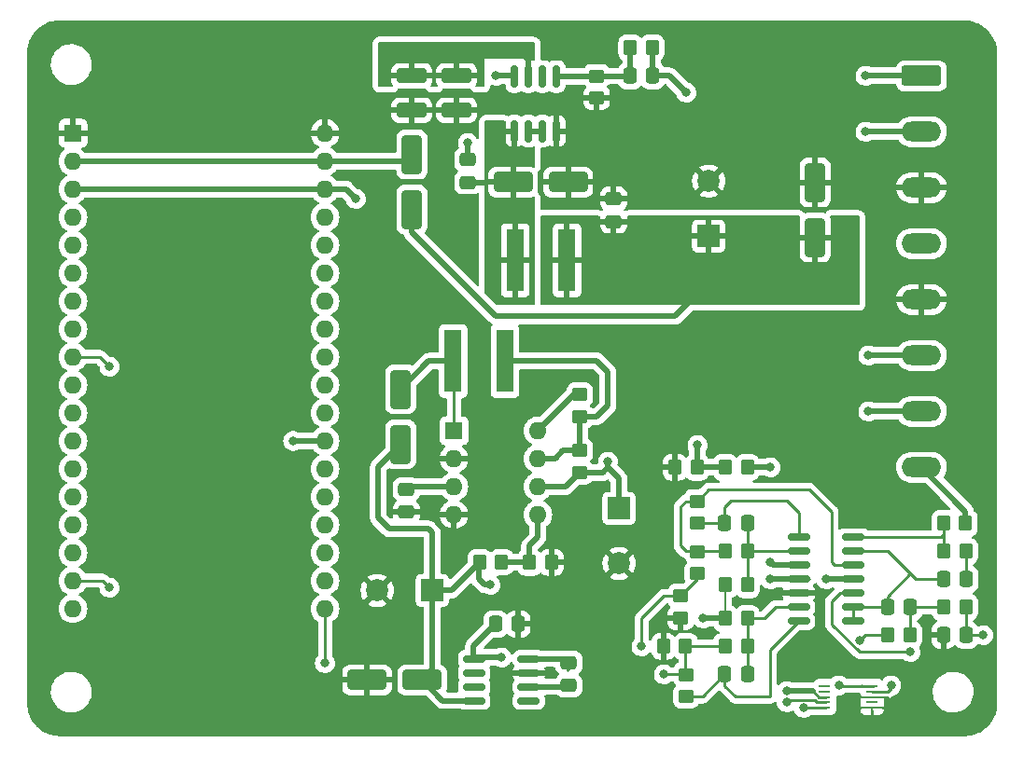
<source format=gbr>
%TF.GenerationSoftware,KiCad,Pcbnew,7.0.2*%
%TF.CreationDate,2023-05-15T17:20:20+02:00*%
%TF.ProjectId,projektkicad,70726f6a-656b-4746-9b69-6361642e6b69,rev?*%
%TF.SameCoordinates,Original*%
%TF.FileFunction,Copper,L1,Top*%
%TF.FilePolarity,Positive*%
%FSLAX46Y46*%
G04 Gerber Fmt 4.6, Leading zero omitted, Abs format (unit mm)*
G04 Created by KiCad (PCBNEW 7.0.2) date 2023-05-15 17:20:20*
%MOMM*%
%LPD*%
G01*
G04 APERTURE LIST*
G04 Aperture macros list*
%AMRoundRect*
0 Rectangle with rounded corners*
0 $1 Rounding radius*
0 $2 $3 $4 $5 $6 $7 $8 $9 X,Y pos of 4 corners*
0 Add a 4 corners polygon primitive as box body*
4,1,4,$2,$3,$4,$5,$6,$7,$8,$9,$2,$3,0*
0 Add four circle primitives for the rounded corners*
1,1,$1+$1,$2,$3*
1,1,$1+$1,$4,$5*
1,1,$1+$1,$6,$7*
1,1,$1+$1,$8,$9*
0 Add four rect primitives between the rounded corners*
20,1,$1+$1,$2,$3,$4,$5,0*
20,1,$1+$1,$4,$5,$6,$7,0*
20,1,$1+$1,$6,$7,$8,$9,0*
20,1,$1+$1,$8,$9,$2,$3,0*%
G04 Aperture macros list end*
%TA.AperFunction,ComponentPad*%
%ADD10RoundRect,0.250000X-1.550000X0.650000X-1.550000X-0.650000X1.550000X-0.650000X1.550000X0.650000X0*%
%TD*%
%TA.AperFunction,ComponentPad*%
%ADD11O,3.600000X1.800000*%
%TD*%
%TA.AperFunction,SMDPad,CuDef*%
%ADD12RoundRect,0.250000X0.350000X0.450000X-0.350000X0.450000X-0.350000X-0.450000X0.350000X-0.450000X0*%
%TD*%
%TA.AperFunction,SMDPad,CuDef*%
%ADD13RoundRect,0.250000X1.100000X-0.412500X1.100000X0.412500X-1.100000X0.412500X-1.100000X-0.412500X0*%
%TD*%
%TA.AperFunction,SMDPad,CuDef*%
%ADD14RoundRect,0.250000X0.337500X0.475000X-0.337500X0.475000X-0.337500X-0.475000X0.337500X-0.475000X0*%
%TD*%
%TA.AperFunction,SMDPad,CuDef*%
%ADD15RoundRect,0.250000X0.475000X-0.337500X0.475000X0.337500X-0.475000X0.337500X-0.475000X-0.337500X0*%
%TD*%
%TA.AperFunction,SMDPad,CuDef*%
%ADD16RoundRect,0.250000X-0.350000X-0.450000X0.350000X-0.450000X0.350000X0.450000X-0.350000X0.450000X0*%
%TD*%
%TA.AperFunction,SMDPad,CuDef*%
%ADD17R,1.600000X5.700000*%
%TD*%
%TA.AperFunction,SMDPad,CuDef*%
%ADD18RoundRect,0.250000X-0.450000X0.350000X-0.450000X-0.350000X0.450000X-0.350000X0.450000X0.350000X0*%
%TD*%
%TA.AperFunction,ComponentPad*%
%ADD19R,2.000000X2.000000*%
%TD*%
%TA.AperFunction,ComponentPad*%
%ADD20C,2.000000*%
%TD*%
%TA.AperFunction,SMDPad,CuDef*%
%ADD21RoundRect,0.250000X-0.650000X1.500000X-0.650000X-1.500000X0.650000X-1.500000X0.650000X1.500000X0*%
%TD*%
%TA.AperFunction,SMDPad,CuDef*%
%ADD22RoundRect,0.250000X0.450000X-0.350000X0.450000X0.350000X-0.450000X0.350000X-0.450000X-0.350000X0*%
%TD*%
%TA.AperFunction,SMDPad,CuDef*%
%ADD23RoundRect,0.250000X1.500000X0.650000X-1.500000X0.650000X-1.500000X-0.650000X1.500000X-0.650000X0*%
%TD*%
%TA.AperFunction,SMDPad,CuDef*%
%ADD24RoundRect,0.250000X-1.100000X0.412500X-1.100000X-0.412500X1.100000X-0.412500X1.100000X0.412500X0*%
%TD*%
%TA.AperFunction,SMDPad,CuDef*%
%ADD25RoundRect,0.250000X0.650000X-1.500000X0.650000X1.500000X-0.650000X1.500000X-0.650000X-1.500000X0*%
%TD*%
%TA.AperFunction,SMDPad,CuDef*%
%ADD26RoundRect,0.250000X-0.337500X-0.475000X0.337500X-0.475000X0.337500X0.475000X-0.337500X0.475000X0*%
%TD*%
%TA.AperFunction,SMDPad,CuDef*%
%ADD27R,1.100000X0.250000*%
%TD*%
%TA.AperFunction,SMDPad,CuDef*%
%ADD28RoundRect,0.250000X-0.475000X0.337500X-0.475000X-0.337500X0.475000X-0.337500X0.475000X0.337500X0*%
%TD*%
%TA.AperFunction,SMDPad,CuDef*%
%ADD29RoundRect,0.150000X0.825000X0.150000X-0.825000X0.150000X-0.825000X-0.150000X0.825000X-0.150000X0*%
%TD*%
%TA.AperFunction,ComponentPad*%
%ADD30R,1.600000X1.600000*%
%TD*%
%TA.AperFunction,ComponentPad*%
%ADD31O,1.600000X1.600000*%
%TD*%
%TA.AperFunction,SMDPad,CuDef*%
%ADD32RoundRect,0.150000X-0.825000X-0.150000X0.825000X-0.150000X0.825000X0.150000X-0.825000X0.150000X0*%
%TD*%
%TA.AperFunction,SMDPad,CuDef*%
%ADD33RoundRect,0.150000X-0.150000X0.825000X-0.150000X-0.825000X0.150000X-0.825000X0.150000X0.825000X0*%
%TD*%
%TA.AperFunction,SMDPad,CuDef*%
%ADD34RoundRect,0.250000X-1.500000X-0.650000X1.500000X-0.650000X1.500000X0.650000X-1.500000X0.650000X0*%
%TD*%
%TA.AperFunction,ViaPad*%
%ADD35C,0.800000*%
%TD*%
%TA.AperFunction,Conductor*%
%ADD36C,0.250000*%
%TD*%
%TA.AperFunction,Conductor*%
%ADD37C,0.500000*%
%TD*%
%TA.AperFunction,Conductor*%
%ADD38C,0.200000*%
%TD*%
G04 APERTURE END LIST*
D10*
%TO.P,J1,1,Pin_1*%
%TO.N,temp*%
X198120000Y-65024000D03*
D11*
%TO.P,J1,2,Pin_2*%
%TO.N,3V3*%
X198120000Y-70104000D03*
%TO.P,J1,3,Pin_3*%
%TO.N,R+*%
X198120000Y-75184000D03*
%TO.P,J1,4,Pin_4*%
%TO.N,unconnected-(J1-Pin_4-Pad4)*%
X198120000Y-80264000D03*
%TO.P,J1,5,Pin_5*%
%TO.N,R+*%
X198120000Y-85344000D03*
%TO.P,J1,6,Pin_6*%
%TO.N,Vin+*%
X198120000Y-90424000D03*
%TO.P,J1,7,Pin_7*%
%TO.N,R-*%
X198120000Y-95504000D03*
%TO.P,J1,8,Pin_8*%
%TO.N,gate*%
X198120000Y-100584000D03*
%TD*%
D12*
%TO.P,R21,1*%
%TO.N,/100to5/Vout*%
X173720000Y-62484000D03*
%TO.P,R21,2*%
%TO.N,Net-(U1-FB)*%
X171720000Y-62484000D03*
%TD*%
D13*
%TO.P,C12,1*%
%TO.N,R+*%
X151892000Y-68149000D03*
%TO.P,C12,2*%
%TO.N,Vin+*%
X151892000Y-65024000D03*
%TD*%
D14*
%TO.P,C2,1*%
%TO.N,Net-(U10B--)*%
X182356000Y-119380000D03*
%TO.P,C2,2*%
%TO.N,Net-(C2-Pad2)*%
X180281000Y-119380000D03*
%TD*%
D15*
%TO.P,C13,1*%
%TO.N,middle*%
X156972000Y-74697500D03*
%TO.P,C13,2*%
%TO.N,Net-(U1-BST)*%
X156972000Y-72622500D03*
%TD*%
D16*
%TO.P,R15,1*%
%TO.N,Net-(R14-Pad2)*%
X200125000Y-105664000D03*
%TO.P,R15,2*%
%TO.N,gate*%
X202125000Y-105664000D03*
%TD*%
D17*
%TO.P,L1,1,1*%
%TO.N,Net-(D1-A)*%
X155638000Y-90932000D03*
%TO.P,L1,2,2*%
%TO.N,Net-(U6-Ipk)*%
X160338000Y-90932000D03*
%TD*%
D16*
%TO.P,R13,1*%
%TO.N,Net-(C4-Pad1)*%
X200168000Y-113284000D03*
%TO.P,R13,2*%
%TO.N,Net-(U10C-+)*%
X202168000Y-113284000D03*
%TD*%
D14*
%TO.P,C14,1*%
%TO.N,/100to5/Vout*%
X173757500Y-65024000D03*
%TO.P,C14,2*%
%TO.N,Net-(U1-FB)*%
X171682500Y-65024000D03*
%TD*%
D16*
%TO.P,R2,1*%
%TO.N,R-*%
X180350500Y-111252000D03*
%TO.P,R2,2*%
%TO.N,Net-(U10A--)*%
X182350500Y-111252000D03*
%TD*%
D12*
%TO.P,R3,1*%
%TO.N,Vin+*%
X182318500Y-100584000D03*
%TO.P,R3,2*%
%TO.N,Net-(U10A-+)*%
X180318500Y-100584000D03*
%TD*%
D18*
%TO.P,R17,1*%
%TO.N,Net-(U6-Ipk)*%
X167132000Y-99054500D03*
%TO.P,R17,2*%
%TO.N,3V3*%
X167132000Y-101054500D03*
%TD*%
D19*
%TO.P,C6,1*%
%TO.N,3V3*%
X170688000Y-104312323D03*
D20*
%TO.P,C6,2*%
%TO.N,R+*%
X170688000Y-109312323D03*
%TD*%
D21*
%TO.P,D5,1,K*%
%TO.N,Net-(D5-K)*%
X151892000Y-72176000D03*
%TO.P,D5,2,A*%
%TO.N,/100to5/Vout*%
X151892000Y-77176000D03*
%TD*%
D16*
%TO.P,R20,1*%
%TO.N,Net-(U6-Vfb)*%
X162576000Y-109220000D03*
%TO.P,R20,2*%
%TO.N,R+*%
X164576000Y-109220000D03*
%TD*%
D22*
%TO.P,R4,1*%
%TO.N,Net-(C1-Pad2)*%
X177800000Y-105648000D03*
%TO.P,R4,2*%
%TO.N,Net-(U10D-+)*%
X177800000Y-103648000D03*
%TD*%
D23*
%TO.P,D4,1,K*%
%TO.N,/12to-12/Vin*%
X152828000Y-119888000D03*
%TO.P,D4,2,A*%
%TO.N,R+*%
X147828000Y-119888000D03*
%TD*%
D24*
%TO.P,C11,1*%
%TO.N,Vin+*%
X155956000Y-65024000D03*
%TO.P,C11,2*%
%TO.N,R+*%
X155956000Y-68149000D03*
%TD*%
D16*
%TO.P,R12,1*%
%TO.N,Net-(U9-PWM)*%
X195088000Y-115824000D03*
%TO.P,R12,2*%
%TO.N,Net-(C4-Pad1)*%
X197088000Y-115824000D03*
%TD*%
D15*
%TO.P,C7,1*%
%TO.N,R+*%
X151384000Y-104648000D03*
%TO.P,C7,2*%
%TO.N,Net-(U6-TC)*%
X151384000Y-102573000D03*
%TD*%
D22*
%TO.P,R6,1*%
%TO.N,R+*%
X176276000Y-114268000D03*
%TO.P,R6,2*%
%TO.N,Vvpv'*%
X176276000Y-112268000D03*
%TD*%
D25*
%TO.P,D3,1,K*%
%TO.N,/100to5/Vout*%
X188468000Y-79716000D03*
%TO.P,D3,2,A*%
%TO.N,R+*%
X188468000Y-74716000D03*
%TD*%
D22*
%TO.P,R5,1*%
%TO.N,Vvpv'*%
X177800000Y-110220000D03*
%TO.P,R5,2*%
%TO.N,Net-(U10D-+)*%
X177800000Y-108220000D03*
%TD*%
D26*
%TO.P,C5,1*%
%TO.N,Net-(U10C--)*%
X200130500Y-110744000D03*
%TO.P,C5,2*%
%TO.N,Net-(C5-Pad2)*%
X202205500Y-110744000D03*
%TD*%
D18*
%TO.P,R10,1*%
%TO.N,Vipv*%
X176784000Y-119396000D03*
%TO.P,R10,2*%
%TO.N,Net-(C2-Pad2)*%
X176784000Y-121396000D03*
%TD*%
D15*
%TO.P,C9,1*%
%TO.N,Net-(U7-CAP+)*%
X166116000Y-120396000D03*
%TO.P,C9,2*%
%TO.N,Net-(U7-CAP-)*%
X166116000Y-118321000D03*
%TD*%
D25*
%TO.P,D1,1,K*%
%TO.N,/12to-12/Vin*%
X150876000Y-98490500D03*
%TO.P,D1,2,A*%
%TO.N,Net-(D1-A)*%
X150876000Y-93490500D03*
%TD*%
D27*
%TO.P,U8,1,ADDR*%
%TO.N,R+*%
X193634000Y-122428000D03*
%TO.P,U8,2,ALERT/RDY*%
%TO.N,unconnected-(U8-ALERT{slash}RDY-Pad2)*%
X193634000Y-121928000D03*
%TO.P,U8,3,GND*%
%TO.N,R+*%
X193634000Y-121428000D03*
%TO.P,U8,4,AIN0*%
%TO.N,Vvpv'*%
X193634000Y-120928000D03*
%TO.P,U8,5,AIN1*%
%TO.N,Vipv*%
X193634000Y-120428000D03*
%TO.P,U8,6,AIN2*%
%TO.N,unconnected-(U8-AIN2-Pad6)*%
X189334000Y-120428000D03*
%TO.P,U8,7,AIN3*%
%TO.N,unconnected-(U8-AIN3-Pad7)*%
X189334000Y-120928000D03*
%TO.P,U8,8,VDD*%
%TO.N,3V3*%
X189334000Y-121428000D03*
%TO.P,U8,9,SDA*%
%TO.N,Net-(U8-SDA)*%
X189334000Y-121928000D03*
%TO.P,U8,10,SCL*%
%TO.N,Net-(U8-SCL)*%
X189334000Y-122428000D03*
%TD*%
D19*
%TO.P,C8,1*%
%TO.N,/12to-12/Vin*%
X153751677Y-111760000D03*
D20*
%TO.P,C8,2*%
%TO.N,R+*%
X148751677Y-111760000D03*
%TD*%
D28*
%TO.P,C15,1*%
%TO.N,R+*%
X170180000Y-76178500D03*
%TO.P,C15,2*%
%TO.N,/100to5/Vout*%
X170180000Y-78253500D03*
%TD*%
D16*
%TO.P,R11,1*%
%TO.N,R+*%
X174714500Y-116840000D03*
%TO.P,R11,2*%
%TO.N,Vipv*%
X176714500Y-116840000D03*
%TD*%
D29*
%TO.P,U7,1,NC*%
%TO.N,unconnected-(U7-NC-Pad1)*%
X162495000Y-121793000D03*
%TO.P,U7,2,CAP+*%
%TO.N,Net-(U7-CAP+)*%
X162495000Y-120523000D03*
%TO.P,U7,3,GND*%
%TO.N,R+*%
X162495000Y-119253000D03*
%TO.P,U7,4,CAP-*%
%TO.N,Net-(U7-CAP-)*%
X162495000Y-117983000D03*
%TO.P,U7,5,VOUT*%
%TO.N,/12to-12/Vout*%
X157545000Y-117983000D03*
%TO.P,U7,6,LV*%
%TO.N,unconnected-(U7-LV-Pad6)*%
X157545000Y-119253000D03*
%TO.P,U7,7,OSC*%
%TO.N,unconnected-(U7-OSC-Pad7)*%
X157545000Y-120523000D03*
%TO.P,U7,8,V+*%
%TO.N,/12to-12/Vin*%
X157545000Y-121793000D03*
%TD*%
D14*
%TO.P,C4,1*%
%TO.N,Net-(C4-Pad1)*%
X197104000Y-113284000D03*
%TO.P,C4,2*%
%TO.N,Net-(U10C--)*%
X195029000Y-113284000D03*
%TD*%
D12*
%TO.P,R7,1*%
%TO.N,Net-(U10A-+)*%
X177746500Y-100584000D03*
%TO.P,R7,2*%
%TO.N,R+*%
X175746500Y-100584000D03*
%TD*%
D30*
%TO.P,U9,1,GND*%
%TO.N,R+*%
X121158000Y-70231000D03*
D31*
%TO.P,U9,2,5V*%
%TO.N,Net-(D5-K)*%
X121158000Y-72771000D03*
%TO.P,U9,3,3V3*%
%TO.N,3V3*%
X121158000Y-75311000D03*
%TO.P,U9,4*%
%TO.N,N/C*%
X121158000Y-77851000D03*
%TO.P,U9,5*%
X121158000Y-80391000D03*
%TO.P,U9,6*%
X121158000Y-82931000D03*
%TO.P,U9,7*%
X121158000Y-85471000D03*
%TO.P,U9,8*%
X121158000Y-88011000D03*
%TO.P,U9,9,to-SCL*%
%TO.N,Net-(U8-SCL)*%
X121158000Y-90551000D03*
%TO.P,U9,10*%
%TO.N,N/C*%
X121158000Y-93091000D03*
%TO.P,U9,11*%
X121158000Y-95631000D03*
%TO.P,U9,12*%
X121158000Y-98171000D03*
%TO.P,U9,13*%
X121158000Y-100711000D03*
%TO.P,U9,14*%
X121158000Y-103251000D03*
%TO.P,U9,15*%
X121158000Y-105791000D03*
%TO.P,U9,16*%
X121158000Y-108331000D03*
%TO.P,U9,17,PWM*%
%TO.N,Net-(U9-PWM)*%
X121158000Y-110871000D03*
%TO.P,U9,18*%
%TO.N,N/C*%
X121158000Y-113411000D03*
%TO.P,U9,19,to-SDA*%
%TO.N,Net-(U8-SDA)*%
X144018000Y-113411000D03*
%TO.P,U9,20*%
%TO.N,N/C*%
X144018000Y-110871000D03*
%TO.P,U9,21*%
X144018000Y-108331000D03*
%TO.P,U9,22*%
X144018000Y-105791000D03*
%TO.P,U9,23*%
X144018000Y-103251000D03*
%TO.P,U9,24*%
X144018000Y-100711000D03*
%TO.P,U9,25*%
%TO.N,temp*%
X144018000Y-98171000D03*
%TO.P,U9,26*%
%TO.N,N/C*%
X144018000Y-95631000D03*
%TO.P,U9,27*%
X144018000Y-93091000D03*
%TO.P,U9,28*%
X144018000Y-90551000D03*
%TO.P,U9,29*%
X144018000Y-88011000D03*
%TO.P,U9,30*%
X144018000Y-85471000D03*
%TO.P,U9,31*%
X144018000Y-82931000D03*
%TO.P,U9,32*%
X144018000Y-80391000D03*
%TO.P,U9,33*%
X144018000Y-77851000D03*
%TO.P,U9,34,3V3*%
%TO.N,3V3*%
X144018000Y-75311000D03*
%TO.P,U9,35,5V*%
%TO.N,Net-(D5-K)*%
X144018000Y-72771000D03*
%TO.P,U9,36,GND*%
%TO.N,R+*%
X144018000Y-70231000D03*
%TD*%
D16*
%TO.P,R9,1*%
%TO.N,R-*%
X180318500Y-114300000D03*
%TO.P,R9,2*%
%TO.N,Net-(U10B--)*%
X182318500Y-114300000D03*
%TD*%
D12*
%TO.P,R1,1*%
%TO.N,Net-(U10A--)*%
X182334500Y-108204000D03*
%TO.P,R1,2*%
%TO.N,Net-(U10D-+)*%
X180334500Y-108204000D03*
%TD*%
%TO.P,R14,1*%
%TO.N,Net-(C5-Pad2)*%
X202168000Y-108204000D03*
%TO.P,R14,2*%
%TO.N,Net-(R14-Pad2)*%
X200168000Y-108204000D03*
%TD*%
D16*
%TO.P,R8,1*%
%TO.N,Vipv*%
X180318500Y-116840000D03*
%TO.P,R8,2*%
%TO.N,Net-(U10B--)*%
X182318500Y-116840000D03*
%TD*%
D18*
%TO.P,R18,1*%
%TO.N,Net-(U6-DC)*%
X167132000Y-93974500D03*
%TO.P,R18,2*%
%TO.N,Net-(U6-Ipk)*%
X167132000Y-95974500D03*
%TD*%
D32*
%TO.P,U10,1*%
%TO.N,Net-(C1-Pad2)*%
X186987500Y-106934000D03*
%TO.P,U10,2,-*%
%TO.N,Net-(U10A--)*%
X186987500Y-108204000D03*
%TO.P,U10,3,+*%
%TO.N,Net-(U10A-+)*%
X186987500Y-109474000D03*
%TO.P,U10,4,V+*%
%TO.N,/12to-12/Vin*%
X186987500Y-110744000D03*
%TO.P,U10,5,+*%
%TO.N,R+*%
X186987500Y-112014000D03*
%TO.P,U10,6,-*%
%TO.N,Net-(U10B--)*%
X186987500Y-113284000D03*
%TO.P,U10,7*%
%TO.N,Net-(C2-Pad2)*%
X186987500Y-114554000D03*
%TO.P,U10,8*%
%TO.N,Net-(U10C--)*%
X191937500Y-114554000D03*
%TO.P,U10,9,-*%
X191937500Y-113284000D03*
%TO.P,U10,10,+*%
%TO.N,Net-(U10C-+)*%
X191937500Y-112014000D03*
%TO.P,U10,11,V-*%
%TO.N,/12to-12/Vout*%
X191937500Y-110744000D03*
%TO.P,U10,12,+*%
%TO.N,Net-(U10D-+)*%
X191937500Y-109474000D03*
%TO.P,U10,13,-*%
%TO.N,Net-(U10C--)*%
X191937500Y-108204000D03*
%TO.P,U10,14*%
%TO.N,Net-(R14-Pad2)*%
X191937500Y-106934000D03*
%TD*%
D26*
%TO.P,C10,1*%
%TO.N,/12to-12/Vout*%
X159490500Y-114808000D03*
%TO.P,C10,2*%
%TO.N,R+*%
X161565500Y-114808000D03*
%TD*%
D14*
%TO.P,C3,1*%
%TO.N,Net-(U10C-+)*%
X202184000Y-115824000D03*
%TO.P,C3,2*%
%TO.N,R+*%
X200109000Y-115824000D03*
%TD*%
D19*
%TO.P,C16,1*%
%TO.N,/100to5/Vout*%
X178816000Y-79583677D03*
D20*
%TO.P,C16,2*%
%TO.N,R+*%
X178816000Y-74583677D03*
%TD*%
D30*
%TO.P,U6,1,SwC*%
%TO.N,Net-(D1-A)*%
X155712000Y-97249000D03*
D31*
%TO.P,U6,2,SwE*%
%TO.N,R+*%
X155712000Y-99789000D03*
%TO.P,U6,3,TC*%
%TO.N,Net-(U6-TC)*%
X155712000Y-102329000D03*
%TO.P,U6,4,GND*%
%TO.N,R+*%
X155712000Y-104869000D03*
%TO.P,U6,5,Vfb*%
%TO.N,Net-(U6-Vfb)*%
X163332000Y-104869000D03*
%TO.P,U6,6,Vin*%
%TO.N,3V3*%
X163332000Y-102329000D03*
%TO.P,U6,7,Ipk*%
%TO.N,Net-(U6-Ipk)*%
X163332000Y-99789000D03*
%TO.P,U6,8,DC*%
%TO.N,Net-(U6-DC)*%
X163332000Y-97249000D03*
%TD*%
D33*
%TO.P,U1,1,FB*%
%TO.N,Net-(U1-FB)*%
X165013000Y-65089000D03*
%TO.P,U1,2*%
%TO.N,N/C*%
X163743000Y-65089000D03*
%TO.P,U1,3,Vin*%
%TO.N,Vin+*%
X162473000Y-65089000D03*
%TO.P,U1,4,BST*%
%TO.N,Net-(U1-BST)*%
X161203000Y-65089000D03*
%TO.P,U1,5,SW*%
%TO.N,middle*%
X161203000Y-70039000D03*
%TO.P,U1,6,DIM*%
%TO.N,Net-(U1-DIM)*%
X162473000Y-70039000D03*
%TO.P,U1,7,EN*%
X163743000Y-70039000D03*
%TO.P,U1,8,GND*%
%TO.N,R+*%
X165013000Y-70039000D03*
%TD*%
D12*
%TO.P,R19,1*%
%TO.N,Net-(U6-Vfb)*%
X160036000Y-109198500D03*
%TO.P,R19,2*%
%TO.N,/12to-12/Vin*%
X158036000Y-109198500D03*
%TD*%
D14*
%TO.P,C1,1*%
%TO.N,Net-(U10A--)*%
X182350500Y-105664000D03*
%TO.P,C1,2*%
%TO.N,Net-(C1-Pad2)*%
X180275500Y-105664000D03*
%TD*%
D17*
%TO.P,L2,1,1*%
%TO.N,middle*%
X161266000Y-81788000D03*
%TO.P,L2,2,2*%
%TO.N,/100to5/Vout*%
X165966000Y-81788000D03*
%TD*%
D18*
%TO.P,R22,1*%
%TO.N,Net-(U1-FB)*%
X168656000Y-65040000D03*
%TO.P,R22,2*%
%TO.N,R+*%
X168656000Y-67040000D03*
%TD*%
D34*
%TO.P,D2,1,K*%
%TO.N,middle*%
X161076000Y-74676000D03*
%TO.P,D2,2,A*%
%TO.N,R+*%
X166076000Y-74676000D03*
%TD*%
D35*
%TO.N,Net-(U10C-+)*%
X203708000Y-115824000D03*
X197104000Y-117348000D03*
%TO.N,3V3*%
X146812000Y-76200000D03*
X185896000Y-120904000D03*
X169672000Y-100076000D03*
%TO.N,R-*%
X193294000Y-95504000D03*
X178308000Y-114300000D03*
%TO.N,Vin+*%
X184404000Y-100584000D03*
X161036000Y-62992000D03*
X193294000Y-90424000D03*
%TO.N,/100to5/Vout*%
X176788299Y-83820000D03*
X176784000Y-66548000D03*
%TO.N,/12to-12/Vin*%
X184404000Y-110744000D03*
X159004000Y-111252000D03*
%TO.N,/12to-12/Vout*%
X160020000Y-117856000D03*
X189484000Y-110744000D03*
%TO.N,Net-(U1-BST)*%
X156972000Y-71120000D03*
X159512000Y-65024000D03*
%TO.N,R+*%
X162560000Y-67056000D03*
X163576000Y-68072000D03*
X162560000Y-68072000D03*
X164592000Y-68072000D03*
X163576000Y-67056000D03*
X164592000Y-67056000D03*
%TO.N,Net-(U10A-+)*%
X184404000Y-109220000D03*
X177800000Y-98552000D03*
%TO.N,Vvpv'*%
X195363500Y-120400299D03*
X172720000Y-116840000D03*
%TO.N,Vipv*%
X190617502Y-120396000D03*
X174752000Y-119380000D03*
%TO.N,Net-(U9-PWM)*%
X124460000Y-111506000D03*
X192532000Y-116332000D03*
%TO.N,temp*%
X193040000Y-65024000D03*
X141122400Y-98196400D03*
%TO.N,Net-(U8-SDA)*%
X185896000Y-121920000D03*
X144013000Y-118364000D03*
%TO.N,Net-(U8-SCL)*%
X187420000Y-122428000D03*
X124460000Y-91440000D03*
%TO.N,3V3*%
X193040000Y-70104000D03*
%TD*%
D36*
%TO.N,Net-(U10A--)*%
X186987500Y-108204000D02*
X182334500Y-108204000D01*
X182350500Y-108220000D02*
X182334500Y-108204000D01*
X182334500Y-111236000D02*
X182350500Y-111252000D01*
X182350500Y-108188000D02*
X182334500Y-108204000D01*
X182334500Y-108204000D02*
X182334500Y-111236000D01*
X182350500Y-105664000D02*
X182350500Y-108188000D01*
%TO.N,Net-(C1-Pad2)*%
X180275500Y-105664000D02*
X177816000Y-105664000D01*
X177816000Y-105664000D02*
X177800000Y-105648000D01*
X180826500Y-103632000D02*
X180275500Y-104183000D01*
X186987500Y-104713000D02*
X185906500Y-103632000D01*
X180275500Y-104183000D02*
X180275500Y-105664000D01*
X186987500Y-106934000D02*
X186987500Y-104713000D01*
X185906500Y-103632000D02*
X180826500Y-103632000D01*
%TO.N,Net-(U10B--)*%
X182318500Y-114300000D02*
X183874500Y-114300000D01*
X182318500Y-114300000D02*
X182318500Y-119342500D01*
X182318500Y-119342500D02*
X182356000Y-119380000D01*
X183874500Y-114300000D02*
X184890500Y-113284000D01*
X184890500Y-113284000D02*
X186987500Y-113284000D01*
%TO.N,Net-(C2-Pad2)*%
X180281000Y-119380000D02*
X178265000Y-121396000D01*
X181259500Y-121412000D02*
X180281000Y-120433500D01*
X186987500Y-114554000D02*
X184382500Y-117159000D01*
X180281000Y-119380000D02*
X180281000Y-120433500D01*
X184382500Y-117159000D02*
X184382500Y-121412000D01*
X184382500Y-121412000D02*
X181259500Y-121412000D01*
X178265000Y-121396000D02*
X176784000Y-121396000D01*
%TO.N,Net-(U10C-+)*%
X203708000Y-115824000D02*
X202184000Y-115824000D01*
X190001305Y-114826610D02*
X190001305Y-112766695D01*
X202168000Y-115808000D02*
X202168000Y-113284000D01*
X192526994Y-117352299D02*
X190001305Y-114826610D01*
X190001305Y-112766695D02*
X190754000Y-112014000D01*
X197099701Y-117352299D02*
X192526994Y-117352299D01*
X190754000Y-112014000D02*
X191937500Y-112014000D01*
X202184000Y-115824000D02*
X202168000Y-115808000D01*
X197104000Y-117348000D02*
X197099701Y-117352299D01*
%TO.N,Net-(C4-Pad1)*%
X197104000Y-113284000D02*
X200168000Y-113284000D01*
X197088000Y-115824000D02*
X197088000Y-113300000D01*
X197088000Y-113300000D02*
X197104000Y-113284000D01*
%TO.N,Net-(C5-Pad2)*%
X202168000Y-108204000D02*
X202168000Y-110706500D01*
X202168000Y-110706500D02*
X202205500Y-110744000D01*
%TO.N,3V3*%
X188779396Y-121428000D02*
X189468000Y-121428000D01*
D37*
X167132000Y-101054500D02*
X165857500Y-102329000D01*
X169672000Y-100076000D02*
X169672000Y-100584000D01*
X169672000Y-100584000D02*
X169201500Y-101054500D01*
X121158000Y-75311000D02*
X144018000Y-75311000D01*
D36*
X188255396Y-120904000D02*
X188779396Y-121428000D01*
D37*
X169201500Y-101054500D02*
X167132000Y-101054500D01*
X170688000Y-101600000D02*
X170688000Y-104312323D01*
X145923000Y-75311000D02*
X144013000Y-75311000D01*
X146812000Y-76200000D02*
X145923000Y-75311000D01*
X169672000Y-100584000D02*
X170688000Y-101600000D01*
X185896000Y-120904000D02*
X188255396Y-120904000D01*
X165857500Y-102329000D02*
X163332000Y-102329000D01*
D36*
%TO.N,Net-(U6-TC)*%
X151628000Y-102329000D02*
X151384000Y-102573000D01*
D37*
X155712000Y-102329000D02*
X151628000Y-102329000D01*
%TO.N,Net-(U7-CAP+)*%
X162430000Y-120501500D02*
X166010500Y-120501500D01*
D36*
%TO.N,Net-(U7-CAP-)*%
X166010500Y-118977500D02*
X166116000Y-118872000D01*
D37*
X162430000Y-117961500D02*
X165756500Y-117961500D01*
X165756500Y-117961500D02*
X166116000Y-118321000D01*
D38*
%TO.N,R-*%
X180318500Y-110776000D02*
X180350500Y-110744000D01*
X180318500Y-114300000D02*
X180318500Y-111284000D01*
D37*
X178308000Y-114300000D02*
X180318500Y-114300000D01*
X193294000Y-95504000D02*
X198120000Y-95504000D01*
%TO.N,Vin+*%
X193294000Y-90424000D02*
X198120000Y-90424000D01*
X182318500Y-100584000D02*
X184404000Y-100584000D01*
%TO.N,/100to5/Vout*%
X151892000Y-77176000D02*
X151892000Y-79248000D01*
X175768000Y-86868000D02*
X178816000Y-83820000D01*
X173757500Y-65024000D02*
X175260000Y-65024000D01*
X159512000Y-86868000D02*
X175768000Y-86868000D01*
X175260000Y-65024000D02*
X176784000Y-66548000D01*
X173720000Y-62484000D02*
X173720000Y-64986500D01*
X151892000Y-79248000D02*
X159512000Y-86868000D01*
X178816000Y-83820000D02*
X178816000Y-83312000D01*
%TO.N,Net-(D1-A)*%
X153434500Y-90932000D02*
X155638000Y-90932000D01*
X150876000Y-93490500D02*
X153434500Y-90932000D01*
D36*
X155712000Y-91006000D02*
X155638000Y-90932000D01*
X155712000Y-97249000D02*
X155712000Y-91006000D01*
D37*
%TO.N,/12to-12/Vin*%
X153751677Y-118964323D02*
X152828000Y-119888000D01*
X155474500Y-111760000D02*
X153751677Y-111760000D01*
D36*
X157988000Y-109246500D02*
X158036000Y-109198500D01*
X152828000Y-119888000D02*
X152400000Y-119460000D01*
X186987500Y-110744000D02*
X187938500Y-110744000D01*
D37*
X153751677Y-111760000D02*
X153751677Y-118964323D01*
X186987500Y-110744000D02*
X184404000Y-110744000D01*
X154711500Y-121771500D02*
X152828000Y-119888000D01*
X149860000Y-106172000D02*
X153416000Y-106172000D01*
X157480000Y-121771500D02*
X154711500Y-121771500D01*
X150876000Y-98490500D02*
X148844000Y-100522500D01*
X148844000Y-105156000D02*
X149860000Y-106172000D01*
X158496000Y-111252000D02*
X157988000Y-110744000D01*
X153751677Y-106507677D02*
X153751677Y-111760000D01*
X158036000Y-109198500D02*
X155474500Y-111760000D01*
X153416000Y-106172000D02*
X153751677Y-106507677D01*
X159004000Y-111252000D02*
X158496000Y-111252000D01*
X157988000Y-110744000D02*
X157988000Y-109246500D01*
X148844000Y-100522500D02*
X148844000Y-105156000D01*
%TO.N,/12to-12/Vout*%
X191937500Y-110744000D02*
X189484000Y-110744000D01*
X157480000Y-116818500D02*
X159490500Y-114808000D01*
X157672000Y-117856000D02*
X157545000Y-117983000D01*
X160020000Y-117856000D02*
X157672000Y-117856000D01*
D36*
X191937500Y-110744000D02*
X190986500Y-110744000D01*
D37*
X157480000Y-117961500D02*
X157480000Y-116818500D01*
%TO.N,Net-(U1-BST)*%
X159512000Y-65024000D02*
X161138000Y-65024000D01*
X156972000Y-72622500D02*
X156972000Y-71120000D01*
%TO.N,Net-(U1-FB)*%
X165013000Y-65089000D02*
X168607000Y-65089000D01*
X168656000Y-65040000D02*
X171666500Y-65040000D01*
X171720000Y-62484000D02*
X171720000Y-64986500D01*
D38*
%TO.N,R+*%
X193650000Y-121428000D02*
X192516000Y-121428000D01*
X193650000Y-122428000D02*
X195040000Y-122428000D01*
X193650000Y-122428000D02*
X192532000Y-122428000D01*
X192516000Y-121428000D02*
X192008000Y-121428000D01*
X192532000Y-122428000D02*
X192024000Y-122428000D01*
X195056000Y-121428000D02*
X195564000Y-121936000D01*
X193650000Y-122428000D02*
X193650000Y-123342000D01*
X193650000Y-121428000D02*
X195056000Y-121428000D01*
D37*
%TO.N,Net-(U1-DIM)*%
X163743000Y-70039000D02*
X162473000Y-70039000D01*
%TO.N,Net-(U6-Ipk)*%
X165613500Y-99054500D02*
X164879000Y-99789000D01*
X164879000Y-99789000D02*
X163332000Y-99789000D01*
D36*
X160338000Y-90932000D02*
X160381000Y-90889000D01*
D37*
X160381000Y-90889000D02*
X168634500Y-90889000D01*
X169672000Y-94974500D02*
X168672000Y-95974500D01*
X167132000Y-99054500D02*
X165613500Y-99054500D01*
X167132000Y-95974500D02*
X167132000Y-99054500D01*
X168634500Y-90889000D02*
X169672000Y-91926500D01*
X169672000Y-91926500D02*
X169672000Y-94974500D01*
X168672000Y-95974500D02*
X167132000Y-95974500D01*
%TO.N,Net-(U10A-+)*%
X184658000Y-109474000D02*
X184404000Y-109220000D01*
X186987500Y-109474000D02*
X184658000Y-109474000D01*
D36*
X177800000Y-100530500D02*
X177746500Y-100584000D01*
D37*
X177800000Y-98552000D02*
X177800000Y-100530500D01*
X180318500Y-100584000D02*
X177746500Y-100584000D01*
D36*
%TO.N,Vvpv'*%
X193634000Y-120928000D02*
X195048000Y-120928000D01*
X176276000Y-112268000D02*
X177800000Y-110744000D01*
X174752000Y-112268000D02*
X176276000Y-112268000D01*
X195363500Y-120400299D02*
X195363500Y-120612500D01*
X195363500Y-120612500D02*
X195048000Y-120928000D01*
X172720000Y-116840000D02*
X172720000Y-114300000D01*
X172720000Y-114300000D02*
X174752000Y-112268000D01*
X177800000Y-110744000D02*
X177800000Y-110220000D01*
%TO.N,Vipv*%
X176714500Y-116840000D02*
X176714500Y-119364000D01*
X176784000Y-116770500D02*
X176714500Y-116840000D01*
X176714500Y-119364000D02*
X176730500Y-119380000D01*
X190649502Y-120428000D02*
X193768000Y-120428000D01*
X176768000Y-119380000D02*
X176784000Y-119396000D01*
X192681502Y-120396000D02*
X192713502Y-120428000D01*
X180318500Y-116840000D02*
X176714500Y-116840000D01*
X177180500Y-119380000D02*
X177180500Y-119396000D01*
X174752000Y-119380000D02*
X176768000Y-119380000D01*
%TO.N,Net-(U9-PWM)*%
X123825000Y-110871000D02*
X121158000Y-110871000D01*
X124460000Y-111506000D02*
X123825000Y-110871000D01*
X193040000Y-115824000D02*
X195088000Y-115824000D01*
X192532000Y-116332000D02*
X193040000Y-115824000D01*
%TO.N,Net-(R14-Pad2)*%
X199871000Y-106934000D02*
X200125000Y-106680000D01*
X200125000Y-108161000D02*
X200168000Y-108204000D01*
X191937500Y-106934000D02*
X199871000Y-106934000D01*
X200125000Y-105664000D02*
X200125000Y-106680000D01*
X200125000Y-106680000D02*
X200125000Y-108161000D01*
D37*
%TO.N,gate*%
X202125000Y-105664000D02*
X202125000Y-104589000D01*
X202125000Y-104589000D02*
X198120000Y-100584000D01*
%TO.N,Net-(U6-DC)*%
X163332000Y-97249000D02*
X166606500Y-93974500D01*
D36*
X166606500Y-93974500D02*
X167132000Y-93974500D01*
D37*
%TO.N,Net-(U6-Vfb)*%
X160036000Y-109198500D02*
X162554500Y-109198500D01*
D36*
X162560000Y-109204000D02*
X162576000Y-109220000D01*
X162554500Y-109198500D02*
X162576000Y-109220000D01*
X163332000Y-104890500D02*
X163576000Y-105134500D01*
D37*
X162560000Y-107696000D02*
X162560000Y-109204000D01*
X163332000Y-104869000D02*
X163332000Y-106924000D01*
X163332000Y-106924000D02*
X162560000Y-107696000D01*
D36*
X163332000Y-104869000D02*
X163332000Y-104890500D01*
%TO.N,temp*%
X141147800Y-98171000D02*
X141122400Y-98196400D01*
D37*
X144018000Y-98171000D02*
X141147800Y-98171000D01*
X198120000Y-65024000D02*
X193040000Y-65024000D01*
D36*
%TO.N,Net-(U8-SDA)*%
X186113000Y-121703000D02*
X188418000Y-121703000D01*
X185896000Y-121920000D02*
X186113000Y-121703000D01*
X188643000Y-121928000D02*
X189468000Y-121928000D01*
X188418000Y-121703000D02*
X188643000Y-121928000D01*
X144013000Y-118364000D02*
X144013000Y-113411000D01*
%TO.N,Net-(U8-SCL)*%
X187420000Y-122428000D02*
X189468000Y-122428000D01*
X124460000Y-91440000D02*
X123571000Y-90551000D01*
X123571000Y-90551000D02*
X121153000Y-90551000D01*
%TO.N,Net-(U10C--)*%
X197612000Y-110744000D02*
X197104000Y-110236000D01*
X191937500Y-113284000D02*
X195029000Y-113284000D01*
X195029000Y-112311000D02*
X195029000Y-113284000D01*
X197104000Y-110236000D02*
X195029000Y-112311000D01*
X195072000Y-108204000D02*
X197104000Y-110236000D01*
X200130500Y-110744000D02*
X197612000Y-110744000D01*
X191937500Y-108204000D02*
X195072000Y-108204000D01*
X191937500Y-113284000D02*
X191937500Y-114554000D01*
%TO.N,Net-(U10D-+)*%
X176768000Y-103648000D02*
X176276000Y-104140000D01*
X177800000Y-103648000D02*
X176768000Y-103648000D01*
X190224500Y-109474000D02*
X189970500Y-109220000D01*
X176276000Y-107696000D02*
X176784000Y-108204000D01*
X178832000Y-102616000D02*
X177800000Y-103648000D01*
X191937500Y-109474000D02*
X190224500Y-109474000D01*
X187938500Y-102616000D02*
X178832000Y-102616000D01*
X176784000Y-108204000D02*
X180334500Y-108204000D01*
X189970500Y-109220000D02*
X189970500Y-104648000D01*
X189970500Y-104648000D02*
X187938500Y-102616000D01*
X176276000Y-104140000D02*
X176276000Y-107696000D01*
D37*
%TO.N,middle*%
X156972000Y-74697500D02*
X158623000Y-74697500D01*
%TO.N,Net-(D5-K)*%
X121153000Y-72771000D02*
X121285000Y-72771000D01*
D36*
X147574000Y-72644000D02*
X147447000Y-72771000D01*
D37*
X151297000Y-72771000D02*
X151892000Y-72176000D01*
X147447000Y-72771000D02*
X151297000Y-72771000D01*
X144013000Y-72771000D02*
X147447000Y-72771000D01*
%TO.N,3V3*%
X198120000Y-70104000D02*
X193040000Y-70104000D01*
%TO.N,Net-(D5-K)*%
X121285000Y-72771000D02*
X121412000Y-72644000D01*
X121153000Y-72771000D02*
X144013000Y-72771000D01*
%TD*%
%TA.AperFunction,Conductor*%
%TO.N,/100to5/Vout*%
G36*
X168899235Y-77743685D02*
G01*
X168944990Y-77796489D01*
X168955457Y-77860033D01*
X168955481Y-77859726D01*
X168955463Y-77860069D01*
X168955553Y-77860613D01*
X168955319Y-77862896D01*
X168955000Y-77869168D01*
X168955000Y-78003500D01*
X171404998Y-78003500D01*
X171404999Y-77869170D01*
X171404679Y-77862903D01*
X171404445Y-77860607D01*
X171404537Y-77860110D01*
X171404518Y-77859730D01*
X171404544Y-77860073D01*
X171417212Y-77791913D01*
X171465091Y-77741027D01*
X171527803Y-77724000D01*
X187019208Y-77724000D01*
X187086247Y-77743685D01*
X187132002Y-77796489D01*
X187141946Y-77865647D01*
X187136914Y-77887004D01*
X187078493Y-78063303D01*
X187068319Y-78162890D01*
X187068000Y-78169168D01*
X187068000Y-79466000D01*
X189867999Y-79466000D01*
X189867999Y-78169170D01*
X189867678Y-78162888D01*
X189857506Y-78063304D01*
X189799086Y-77887004D01*
X189796684Y-77817176D01*
X189832416Y-77757134D01*
X189894936Y-77725941D01*
X189916792Y-77724000D01*
X192408000Y-77724000D01*
X192475039Y-77743685D01*
X192520794Y-77796489D01*
X192532000Y-77848000D01*
X192532000Y-85728000D01*
X192512315Y-85795039D01*
X192459511Y-85840794D01*
X192408000Y-85852000D01*
X163700000Y-85852000D01*
X163632961Y-85832315D01*
X163587206Y-85779511D01*
X163576000Y-85728000D01*
X163576000Y-82038000D01*
X164666000Y-82038000D01*
X164666000Y-84682518D01*
X164666354Y-84689132D01*
X164672400Y-84745371D01*
X164722647Y-84880089D01*
X164808811Y-84995188D01*
X164923910Y-85081352D01*
X165058628Y-85131599D01*
X165114867Y-85137645D01*
X165121482Y-85138000D01*
X165716000Y-85138000D01*
X165716000Y-82038000D01*
X166216000Y-82038000D01*
X166216000Y-85138000D01*
X166810518Y-85138000D01*
X166817132Y-85137645D01*
X166873371Y-85131599D01*
X167008089Y-85081352D01*
X167123188Y-84995188D01*
X167209352Y-84880089D01*
X167259599Y-84745371D01*
X167265645Y-84689132D01*
X167266000Y-84682518D01*
X167266000Y-82038000D01*
X166216000Y-82038000D01*
X165716000Y-82038000D01*
X164666000Y-82038000D01*
X163576000Y-82038000D01*
X163576000Y-81538000D01*
X164666000Y-81538000D01*
X165716000Y-81538000D01*
X165716000Y-78438000D01*
X166216000Y-78438000D01*
X166216000Y-81538000D01*
X167266000Y-81538000D01*
X167266000Y-80628195D01*
X177316000Y-80628195D01*
X177316354Y-80634809D01*
X177322400Y-80691048D01*
X177372647Y-80825766D01*
X177458811Y-80940865D01*
X177573910Y-81027029D01*
X177708628Y-81077276D01*
X177764867Y-81083322D01*
X177771482Y-81083677D01*
X178566000Y-81083677D01*
X178566000Y-80019178D01*
X178673685Y-80068357D01*
X178780237Y-80083677D01*
X178851763Y-80083677D01*
X178958315Y-80068357D01*
X179066000Y-80019178D01*
X179066000Y-81083677D01*
X179860518Y-81083677D01*
X179867132Y-81083322D01*
X179923371Y-81077276D01*
X180058089Y-81027029D01*
X180173188Y-80940865D01*
X180259352Y-80825766D01*
X180309599Y-80691048D01*
X180315645Y-80634809D01*
X180316000Y-80628195D01*
X180316000Y-79966000D01*
X187068001Y-79966000D01*
X187068001Y-81262829D01*
X187068321Y-81269111D01*
X187078493Y-81368695D01*
X187133642Y-81535122D01*
X187225683Y-81684345D01*
X187349654Y-81808316D01*
X187498877Y-81900357D01*
X187665303Y-81955506D01*
X187764890Y-81965680D01*
X187771168Y-81965999D01*
X188217998Y-81965999D01*
X188217999Y-81965998D01*
X188218000Y-79966000D01*
X188718000Y-79966000D01*
X188718000Y-81965999D01*
X189164829Y-81965999D01*
X189171111Y-81965678D01*
X189270695Y-81955506D01*
X189437122Y-81900357D01*
X189586345Y-81808316D01*
X189710316Y-81684345D01*
X189802357Y-81535122D01*
X189857506Y-81368696D01*
X189867680Y-81269109D01*
X189868000Y-81262831D01*
X189868000Y-79966000D01*
X188718000Y-79966000D01*
X188218000Y-79966000D01*
X187068001Y-79966000D01*
X180316000Y-79966000D01*
X180316000Y-79833677D01*
X179249686Y-79833677D01*
X179275493Y-79793521D01*
X179316000Y-79655566D01*
X179316000Y-79511788D01*
X179275493Y-79373833D01*
X179249686Y-79333677D01*
X180316000Y-79333677D01*
X180316000Y-78539158D01*
X180315645Y-78532544D01*
X180309599Y-78476305D01*
X180259352Y-78341587D01*
X180173188Y-78226488D01*
X180058089Y-78140324D01*
X179923371Y-78090077D01*
X179867132Y-78084031D01*
X179860518Y-78083677D01*
X179066000Y-78083677D01*
X179066000Y-79148175D01*
X178958315Y-79098997D01*
X178851763Y-79083677D01*
X178780237Y-79083677D01*
X178673685Y-79098997D01*
X178566000Y-79148175D01*
X178566000Y-78083677D01*
X177771482Y-78083677D01*
X177764867Y-78084031D01*
X177708628Y-78090077D01*
X177573910Y-78140324D01*
X177458811Y-78226488D01*
X177372647Y-78341587D01*
X177322400Y-78476305D01*
X177316354Y-78532544D01*
X177316000Y-78539158D01*
X177316000Y-79333677D01*
X178382314Y-79333677D01*
X178356507Y-79373833D01*
X178316000Y-79511788D01*
X178316000Y-79655566D01*
X178356507Y-79793521D01*
X178382314Y-79833677D01*
X177316000Y-79833677D01*
X177316000Y-80628195D01*
X167266000Y-80628195D01*
X167266000Y-78893481D01*
X167265645Y-78886867D01*
X167259599Y-78830628D01*
X167209352Y-78695910D01*
X167123188Y-78580811D01*
X167019915Y-78503500D01*
X168955001Y-78503500D01*
X168955001Y-78637829D01*
X168955321Y-78644111D01*
X168965493Y-78743695D01*
X169020642Y-78910122D01*
X169112683Y-79059345D01*
X169236654Y-79183316D01*
X169385877Y-79275357D01*
X169552303Y-79330506D01*
X169651890Y-79340680D01*
X169658168Y-79340999D01*
X169929999Y-79340999D01*
X169930000Y-79340998D01*
X169930000Y-78503500D01*
X170430000Y-78503500D01*
X170430000Y-79340999D01*
X170701829Y-79340999D01*
X170708111Y-79340678D01*
X170807695Y-79330506D01*
X170974122Y-79275357D01*
X171123345Y-79183316D01*
X171247316Y-79059345D01*
X171339357Y-78910122D01*
X171394506Y-78743696D01*
X171404680Y-78644109D01*
X171405000Y-78637831D01*
X171405000Y-78503500D01*
X170430000Y-78503500D01*
X169930000Y-78503500D01*
X168955001Y-78503500D01*
X167019915Y-78503500D01*
X167008089Y-78494647D01*
X166873371Y-78444400D01*
X166817132Y-78438354D01*
X166810518Y-78438000D01*
X166216000Y-78438000D01*
X165716000Y-78438000D01*
X165121482Y-78438000D01*
X165114867Y-78438354D01*
X165058628Y-78444400D01*
X164923910Y-78494647D01*
X164808811Y-78580811D01*
X164722647Y-78695910D01*
X164672400Y-78830628D01*
X164666354Y-78886867D01*
X164666000Y-78893481D01*
X164666000Y-81538000D01*
X163576000Y-81538000D01*
X163576000Y-77848000D01*
X163595685Y-77780961D01*
X163648489Y-77735206D01*
X163700000Y-77724000D01*
X168832196Y-77724000D01*
X168899235Y-77743685D01*
G37*
%TD.AperFunction*%
%TD*%
%TA.AperFunction,Conductor*%
%TO.N,Vin+*%
G36*
X163011039Y-61995685D02*
G01*
X163056794Y-62048489D01*
X163068000Y-62100000D01*
X163068000Y-63554614D01*
X163048315Y-63621653D01*
X162995511Y-63667408D01*
X162926353Y-63677352D01*
X162892235Y-63665344D01*
X162725487Y-63616900D01*
X162723000Y-63616703D01*
X162723000Y-65215000D01*
X162703315Y-65282039D01*
X162650511Y-65327794D01*
X162599000Y-65339000D01*
X162347000Y-65339000D01*
X162279961Y-65319315D01*
X162234206Y-65266511D01*
X162223000Y-65215000D01*
X162223000Y-63616703D01*
X162220509Y-63616900D01*
X162210593Y-63619781D01*
X162140724Y-63619580D01*
X162082054Y-63581638D01*
X162053212Y-63517999D01*
X162052000Y-63500704D01*
X162052000Y-63500000D01*
X158496000Y-63500000D01*
X158496000Y-65916000D01*
X158476315Y-65983039D01*
X158423511Y-66028794D01*
X158372000Y-66040000D01*
X157787127Y-66040000D01*
X157720088Y-66020315D01*
X157674333Y-65967511D01*
X157664389Y-65898353D01*
X157681588Y-65850904D01*
X157740357Y-65755622D01*
X157795506Y-65589196D01*
X157805680Y-65489609D01*
X157806000Y-65483331D01*
X157806000Y-65274000D01*
X154106001Y-65274000D01*
X154106001Y-65483329D01*
X154106321Y-65489611D01*
X154116493Y-65589195D01*
X154171642Y-65755622D01*
X154230412Y-65850904D01*
X154248852Y-65918296D01*
X154227929Y-65984960D01*
X154174287Y-66029729D01*
X154124873Y-66040000D01*
X153723127Y-66040000D01*
X153656088Y-66020315D01*
X153610333Y-65967511D01*
X153600389Y-65898353D01*
X153617588Y-65850904D01*
X153676357Y-65755622D01*
X153731506Y-65589196D01*
X153741680Y-65489609D01*
X153742000Y-65483331D01*
X153742000Y-65274000D01*
X150042001Y-65274000D01*
X150042001Y-65483329D01*
X150042321Y-65489611D01*
X150052493Y-65589195D01*
X150107642Y-65755622D01*
X150166412Y-65850904D01*
X150184852Y-65918296D01*
X150163929Y-65984960D01*
X150110287Y-66029729D01*
X150060873Y-66040000D01*
X148968000Y-66040000D01*
X148900961Y-66020315D01*
X148855206Y-65967511D01*
X148844000Y-65916000D01*
X148844000Y-64774000D01*
X150042000Y-64774000D01*
X151642000Y-64774000D01*
X151642000Y-63861500D01*
X152142000Y-63861500D01*
X152142000Y-64774000D01*
X153741999Y-64774000D01*
X154106000Y-64774000D01*
X155706000Y-64774000D01*
X155706000Y-63861500D01*
X156206000Y-63861500D01*
X156206000Y-64774000D01*
X157805999Y-64774000D01*
X157805999Y-64564670D01*
X157805678Y-64558388D01*
X157795506Y-64458804D01*
X157740357Y-64292377D01*
X157648316Y-64143154D01*
X157524345Y-64019183D01*
X157375122Y-63927142D01*
X157208696Y-63871993D01*
X157109109Y-63861819D01*
X157102832Y-63861500D01*
X156206000Y-63861500D01*
X155706000Y-63861500D01*
X154809171Y-63861500D01*
X154802888Y-63861821D01*
X154703304Y-63871993D01*
X154536877Y-63927142D01*
X154387654Y-64019183D01*
X154263683Y-64143154D01*
X154171642Y-64292377D01*
X154116493Y-64458803D01*
X154106319Y-64558390D01*
X154106000Y-64564668D01*
X154106000Y-64774000D01*
X153741999Y-64774000D01*
X153741999Y-64564670D01*
X153741678Y-64558388D01*
X153731506Y-64458804D01*
X153676357Y-64292377D01*
X153584316Y-64143154D01*
X153460345Y-64019183D01*
X153311122Y-63927142D01*
X153144696Y-63871993D01*
X153045109Y-63861819D01*
X153038832Y-63861500D01*
X152142000Y-63861500D01*
X151642000Y-63861500D01*
X150745171Y-63861500D01*
X150738888Y-63861821D01*
X150639304Y-63871993D01*
X150472877Y-63927142D01*
X150323654Y-64019183D01*
X150199683Y-64143154D01*
X150107642Y-64292377D01*
X150052493Y-64458803D01*
X150042319Y-64558390D01*
X150042000Y-64564668D01*
X150042000Y-64774000D01*
X148844000Y-64774000D01*
X148844000Y-62100000D01*
X148863685Y-62032961D01*
X148916489Y-61987206D01*
X148968000Y-61976000D01*
X162944000Y-61976000D01*
X163011039Y-61995685D01*
G37*
%TD.AperFunction*%
%TD*%
%TA.AperFunction,Conductor*%
%TO.N,middle*%
G36*
X160346039Y-69107685D02*
G01*
X160391794Y-69160489D01*
X160403000Y-69212000D01*
X160403000Y-69789000D01*
X161329000Y-69789000D01*
X161396039Y-69808685D01*
X161441794Y-69861489D01*
X161453000Y-69913000D01*
X161453000Y-71511295D01*
X161455488Y-71511099D01*
X161613200Y-71465280D01*
X161768040Y-71373709D01*
X161769245Y-71375746D01*
X161811269Y-71352792D01*
X161880962Y-71357766D01*
X161907305Y-71374693D01*
X161907652Y-71374107D01*
X162062602Y-71465744D01*
X162220427Y-71511597D01*
X162220431Y-71511598D01*
X162257306Y-71514500D01*
X162259751Y-71514500D01*
X162686249Y-71514500D01*
X162688694Y-71514500D01*
X162725569Y-71511598D01*
X162764823Y-71500193D01*
X162898441Y-71461374D01*
X162898820Y-71462681D01*
X162948595Y-71450050D01*
X163014859Y-71472206D01*
X163058626Y-71526669D01*
X163068000Y-71573965D01*
X163068000Y-73227208D01*
X163048315Y-73294247D01*
X162995511Y-73340002D01*
X162926353Y-73349946D01*
X162904996Y-73344914D01*
X162728696Y-73286493D01*
X162629109Y-73276319D01*
X162622832Y-73276000D01*
X161326000Y-73276000D01*
X161326000Y-76075999D01*
X162622829Y-76075999D01*
X162629111Y-76075678D01*
X162728695Y-76065506D01*
X162904996Y-76007085D01*
X162974824Y-76004683D01*
X163034866Y-76040415D01*
X163066059Y-76102935D01*
X163068000Y-76124791D01*
X163068000Y-85728000D01*
X163048315Y-85795039D01*
X162995511Y-85840794D01*
X162944000Y-85852000D01*
X159608730Y-85852000D01*
X159541691Y-85832315D01*
X159521049Y-85815681D01*
X158532319Y-84826950D01*
X158498834Y-84765627D01*
X158496000Y-84739269D01*
X158496000Y-82038000D01*
X159966000Y-82038000D01*
X159966000Y-84682518D01*
X159966354Y-84689132D01*
X159972400Y-84745371D01*
X160022647Y-84880089D01*
X160108811Y-84995188D01*
X160223910Y-85081352D01*
X160358628Y-85131599D01*
X160414867Y-85137645D01*
X160421482Y-85138000D01*
X161016000Y-85138000D01*
X161016000Y-82038000D01*
X161516000Y-82038000D01*
X161516000Y-85138000D01*
X162110518Y-85138000D01*
X162117132Y-85137645D01*
X162173371Y-85131599D01*
X162308089Y-85081352D01*
X162423188Y-84995188D01*
X162509352Y-84880089D01*
X162559599Y-84745371D01*
X162565645Y-84689132D01*
X162566000Y-84682518D01*
X162566000Y-82038000D01*
X161516000Y-82038000D01*
X161016000Y-82038000D01*
X159966000Y-82038000D01*
X158496000Y-82038000D01*
X158496000Y-81538000D01*
X159966000Y-81538000D01*
X161016000Y-81538000D01*
X161016000Y-78438000D01*
X161516000Y-78438000D01*
X161516000Y-81538000D01*
X162566000Y-81538000D01*
X162566000Y-78893481D01*
X162565645Y-78886867D01*
X162559599Y-78830628D01*
X162509352Y-78695910D01*
X162423188Y-78580811D01*
X162308089Y-78494647D01*
X162173371Y-78444400D01*
X162117132Y-78438354D01*
X162110518Y-78438000D01*
X161516000Y-78438000D01*
X161016000Y-78438000D01*
X160421482Y-78438000D01*
X160414867Y-78438354D01*
X160358628Y-78444400D01*
X160223910Y-78494647D01*
X160108811Y-78580811D01*
X160022647Y-78695910D01*
X159972400Y-78830628D01*
X159966354Y-78886867D01*
X159966000Y-78893481D01*
X159966000Y-81538000D01*
X158496000Y-81538000D01*
X158496000Y-74926000D01*
X158826001Y-74926000D01*
X158826001Y-75372829D01*
X158826321Y-75379111D01*
X158836493Y-75478695D01*
X158891642Y-75645122D01*
X158983683Y-75794345D01*
X159107654Y-75918316D01*
X159256877Y-76010357D01*
X159423303Y-76065506D01*
X159522890Y-76075680D01*
X159529168Y-76075999D01*
X160825999Y-76075999D01*
X160826000Y-76075998D01*
X160826000Y-74926000D01*
X158826001Y-74926000D01*
X158496000Y-74926000D01*
X158496000Y-74426000D01*
X158826000Y-74426000D01*
X160826000Y-74426000D01*
X160826000Y-73276000D01*
X159529170Y-73276000D01*
X159522888Y-73276321D01*
X159423304Y-73286493D01*
X159256877Y-73341642D01*
X159107654Y-73433683D01*
X158983683Y-73557654D01*
X158891642Y-73706877D01*
X158836493Y-73873303D01*
X158826319Y-73972890D01*
X158826000Y-73979168D01*
X158826000Y-74426000D01*
X158496000Y-74426000D01*
X158496000Y-70289000D01*
X160403000Y-70289000D01*
X160403000Y-70927196D01*
X160403191Y-70932076D01*
X160405900Y-70966493D01*
X160451717Y-71124197D01*
X160535317Y-71265557D01*
X160651442Y-71381682D01*
X160792799Y-71465280D01*
X160950511Y-71511099D01*
X160952999Y-71511295D01*
X160953000Y-71511294D01*
X160953000Y-70289000D01*
X160403000Y-70289000D01*
X158496000Y-70289000D01*
X158496000Y-69212000D01*
X158515685Y-69144961D01*
X158568489Y-69099206D01*
X158620000Y-69088000D01*
X160279000Y-69088000D01*
X160346039Y-69107685D01*
G37*
%TD.AperFunction*%
%TD*%
%TA.AperFunction,Conductor*%
%TO.N,R+*%
G36*
X202003243Y-60000669D02*
G01*
X202133628Y-60007503D01*
X202313910Y-60017628D01*
X202326309Y-60018955D01*
X202475647Y-60042608D01*
X202635321Y-60069737D01*
X202646619Y-60072205D01*
X202796693Y-60112418D01*
X202949188Y-60156351D01*
X202959253Y-60159726D01*
X203104710Y-60215562D01*
X203107599Y-60216714D01*
X203251768Y-60276430D01*
X203260594Y-60280500D01*
X203400064Y-60351565D01*
X203403748Y-60353521D01*
X203475118Y-60392965D01*
X203539548Y-60428574D01*
X203547061Y-60433081D01*
X203678754Y-60518604D01*
X203682947Y-60521452D01*
X203809147Y-60610996D01*
X203815426Y-60615757D01*
X203891801Y-60677605D01*
X203937567Y-60714665D01*
X203942158Y-60718571D01*
X204057424Y-60821579D01*
X204062478Y-60826358D01*
X204173640Y-60937520D01*
X204178419Y-60942574D01*
X204281427Y-61057840D01*
X204285333Y-61062431D01*
X204384239Y-61184570D01*
X204389002Y-61190851D01*
X204478546Y-61317051D01*
X204481409Y-61321266D01*
X204566907Y-61452921D01*
X204571430Y-61460460D01*
X204646477Y-61596250D01*
X204648433Y-61599934D01*
X204719498Y-61739404D01*
X204723575Y-61748247D01*
X204783259Y-61892337D01*
X204784462Y-61895353D01*
X204840265Y-62040727D01*
X204843655Y-62050836D01*
X204887579Y-62203297D01*
X204927793Y-62353379D01*
X204930262Y-62364685D01*
X204957394Y-62524369D01*
X204981040Y-62673670D01*
X204982371Y-62686108D01*
X204992509Y-62866617D01*
X204999330Y-62996756D01*
X204999500Y-63003246D01*
X204999500Y-121996753D01*
X204999330Y-122003243D01*
X204992509Y-122133382D01*
X204982372Y-122313887D01*
X204981040Y-122326331D01*
X204957394Y-122475629D01*
X204930263Y-122635308D01*
X204927791Y-122646624D01*
X204887579Y-122796701D01*
X204843653Y-122949170D01*
X204840268Y-122959263D01*
X204784462Y-123104645D01*
X204783259Y-123107661D01*
X204723575Y-123251751D01*
X204719498Y-123260594D01*
X204648433Y-123400064D01*
X204646477Y-123403748D01*
X204571430Y-123539538D01*
X204566897Y-123547094D01*
X204481412Y-123678728D01*
X204478546Y-123682947D01*
X204389002Y-123809147D01*
X204384239Y-123815428D01*
X204285333Y-123937567D01*
X204281427Y-123942158D01*
X204178419Y-124057424D01*
X204173640Y-124062478D01*
X204062478Y-124173640D01*
X204057424Y-124178419D01*
X203942158Y-124281427D01*
X203937567Y-124285333D01*
X203815428Y-124384239D01*
X203809147Y-124389002D01*
X203682947Y-124478546D01*
X203678728Y-124481412D01*
X203547094Y-124566897D01*
X203539538Y-124571430D01*
X203403748Y-124646477D01*
X203400064Y-124648433D01*
X203260594Y-124719498D01*
X203251751Y-124723575D01*
X203107661Y-124783259D01*
X203104645Y-124784462D01*
X202959271Y-124840265D01*
X202949162Y-124843655D01*
X202796702Y-124887579D01*
X202646619Y-124927793D01*
X202635313Y-124930262D01*
X202475630Y-124957394D01*
X202326328Y-124981040D01*
X202313890Y-124982371D01*
X202133382Y-124992509D01*
X202003244Y-124999330D01*
X201996754Y-124999500D01*
X120003247Y-124999500D01*
X119996757Y-124999330D01*
X119866617Y-124992509D01*
X119686111Y-124982372D01*
X119673666Y-124981040D01*
X119524369Y-124957394D01*
X119364690Y-124930263D01*
X119353374Y-124927791D01*
X119203298Y-124887579D01*
X119050828Y-124843653D01*
X119040735Y-124840268D01*
X118895353Y-124784462D01*
X118892337Y-124783259D01*
X118748247Y-124723575D01*
X118739404Y-124719498D01*
X118599934Y-124648433D01*
X118596250Y-124646477D01*
X118460460Y-124571430D01*
X118452921Y-124566907D01*
X118321266Y-124481409D01*
X118317051Y-124478546D01*
X118190851Y-124389002D01*
X118184570Y-124384239D01*
X118062431Y-124285333D01*
X118057840Y-124281427D01*
X117942574Y-124178419D01*
X117937520Y-124173640D01*
X117826358Y-124062478D01*
X117821579Y-124057424D01*
X117718571Y-123942158D01*
X117714665Y-123937567D01*
X117615759Y-123815428D01*
X117610996Y-123809147D01*
X117521452Y-123682947D01*
X117518604Y-123678754D01*
X117433081Y-123547061D01*
X117428568Y-123539538D01*
X117353521Y-123403748D01*
X117351565Y-123400064D01*
X117280500Y-123260594D01*
X117276430Y-123251768D01*
X117216714Y-123107599D01*
X117215562Y-123104710D01*
X117159729Y-122959260D01*
X117156346Y-122949170D01*
X117112414Y-122796679D01*
X117111988Y-122795089D01*
X117072202Y-122646605D01*
X117069738Y-122635323D01*
X117042601Y-122475606D01*
X117018956Y-122326316D01*
X117017627Y-122313890D01*
X117017455Y-122310821D01*
X117007490Y-122133382D01*
X117000669Y-122003243D01*
X117000500Y-121996755D01*
X117000500Y-121067764D01*
X119145787Y-121067764D01*
X119175413Y-121337016D01*
X119199200Y-121428000D01*
X119243928Y-121599088D01*
X119338631Y-121821942D01*
X119349871Y-121848392D01*
X119490982Y-122079611D01*
X119664253Y-122287818D01*
X119664255Y-122287820D01*
X119865998Y-122468582D01*
X120091910Y-122618044D01*
X120152866Y-122646619D01*
X120337177Y-122733021D01*
X120596562Y-122811058D01*
X120596569Y-122811060D01*
X120864561Y-122850500D01*
X120864564Y-122850500D01*
X121065369Y-122850500D01*
X121067631Y-122850500D01*
X121270156Y-122835677D01*
X121534553Y-122776780D01*
X121787558Y-122680014D01*
X122023777Y-122547441D01*
X122238177Y-122381888D01*
X122426186Y-122186881D01*
X122583799Y-121966579D01*
X122707656Y-121725675D01*
X122795118Y-121469305D01*
X122844319Y-121202933D01*
X122854212Y-120932235D01*
X122824586Y-120662982D01*
X122756072Y-120400912D01*
X122650130Y-120151610D01*
X122641824Y-120138000D01*
X145578001Y-120138000D01*
X145578001Y-120584829D01*
X145578321Y-120591111D01*
X145588493Y-120690695D01*
X145643642Y-120857122D01*
X145735683Y-121006345D01*
X145859654Y-121130316D01*
X146008877Y-121222357D01*
X146175303Y-121277506D01*
X146274890Y-121287680D01*
X146281168Y-121287999D01*
X147577999Y-121287999D01*
X147578000Y-121287998D01*
X147578000Y-120138000D01*
X148078000Y-120138000D01*
X148078000Y-121287999D01*
X149374829Y-121287999D01*
X149381111Y-121287678D01*
X149480695Y-121277506D01*
X149647122Y-121222357D01*
X149796345Y-121130316D01*
X149920316Y-121006345D01*
X150012357Y-120857122D01*
X150067506Y-120690696D01*
X150077680Y-120591109D01*
X150078000Y-120584831D01*
X150078000Y-120138000D01*
X148078000Y-120138000D01*
X147578000Y-120138000D01*
X145578001Y-120138000D01*
X122641824Y-120138000D01*
X122560873Y-120005358D01*
X122509017Y-119920388D01*
X122335746Y-119712181D01*
X122252955Y-119638000D01*
X145578000Y-119638000D01*
X147578000Y-119638000D01*
X147578000Y-118488000D01*
X148078000Y-118488000D01*
X148078000Y-119638000D01*
X150077999Y-119638000D01*
X150077999Y-119191170D01*
X150077678Y-119184888D01*
X150067506Y-119085304D01*
X150012357Y-118918877D01*
X149920316Y-118769654D01*
X149796345Y-118645683D01*
X149647122Y-118553642D01*
X149480696Y-118498493D01*
X149381109Y-118488319D01*
X149374832Y-118488000D01*
X148078000Y-118488000D01*
X147578000Y-118488000D01*
X146281170Y-118488000D01*
X146274888Y-118488321D01*
X146175304Y-118498493D01*
X146008877Y-118553642D01*
X145859654Y-118645683D01*
X145735683Y-118769654D01*
X145643642Y-118918877D01*
X145588493Y-119085303D01*
X145578319Y-119184890D01*
X145578000Y-119191168D01*
X145578000Y-119638000D01*
X122252955Y-119638000D01*
X122230759Y-119618112D01*
X122134002Y-119531418D01*
X121908090Y-119381956D01*
X121908086Y-119381954D01*
X121662822Y-119266978D01*
X121403437Y-119188941D01*
X121403431Y-119188940D01*
X121135439Y-119149500D01*
X120932369Y-119149500D01*
X120930120Y-119149664D01*
X120930109Y-119149665D01*
X120729843Y-119164322D01*
X120465449Y-119223219D01*
X120212441Y-119319986D01*
X119976223Y-119452559D01*
X119761825Y-119618109D01*
X119573813Y-119813120D01*
X119416201Y-120033420D01*
X119292342Y-120274329D01*
X119204881Y-120530695D01*
X119155680Y-120797066D01*
X119145787Y-121067764D01*
X117000500Y-121067764D01*
X117000500Y-113410999D01*
X119852531Y-113410999D01*
X119872364Y-113637689D01*
X119931261Y-113857497D01*
X120027432Y-114063735D01*
X120157953Y-114250140D01*
X120318859Y-114411046D01*
X120505264Y-114541567D01*
X120505265Y-114541567D01*
X120505266Y-114541568D01*
X120711504Y-114637739D01*
X120931308Y-114696635D01*
X121082435Y-114709857D01*
X121157999Y-114716468D01*
X121157999Y-114716467D01*
X121158000Y-114716468D01*
X121384692Y-114696635D01*
X121604496Y-114637739D01*
X121810734Y-114541568D01*
X121997139Y-114411047D01*
X122158047Y-114250139D01*
X122288568Y-114063734D01*
X122384739Y-113857496D01*
X122443635Y-113637692D01*
X122463468Y-113411000D01*
X122461149Y-113384499D01*
X122443635Y-113184310D01*
X122443635Y-113184308D01*
X122384739Y-112964504D01*
X122288568Y-112758266D01*
X122280604Y-112746891D01*
X122158046Y-112571859D01*
X121997140Y-112410953D01*
X121810733Y-112280431D01*
X121752725Y-112253382D01*
X121700285Y-112207210D01*
X121681133Y-112140017D01*
X121701348Y-112073135D01*
X121752725Y-112028618D01*
X121755307Y-112027414D01*
X121810734Y-112001568D01*
X121997139Y-111871047D01*
X122158047Y-111710139D01*
X122246653Y-111583596D01*
X122270613Y-111549377D01*
X122325189Y-111505752D01*
X122372188Y-111496500D01*
X123441891Y-111496500D01*
X123508930Y-111516185D01*
X123554685Y-111568989D01*
X123565211Y-111607536D01*
X123568648Y-111640235D01*
X123574326Y-111694257D01*
X123632820Y-111874284D01*
X123727466Y-112038216D01*
X123854129Y-112178889D01*
X124007269Y-112290151D01*
X124180197Y-112367144D01*
X124365352Y-112406500D01*
X124365354Y-112406500D01*
X124554648Y-112406500D01*
X124678084Y-112380262D01*
X124739803Y-112367144D01*
X124912730Y-112290151D01*
X124926107Y-112280432D01*
X125065870Y-112178889D01*
X125071580Y-112172548D01*
X125192533Y-112038216D01*
X125287179Y-111874284D01*
X125345674Y-111694256D01*
X125365460Y-111506000D01*
X125345674Y-111317744D01*
X125311529Y-111212656D01*
X125287179Y-111137715D01*
X125192533Y-110973783D01*
X125065870Y-110833110D01*
X124912730Y-110721848D01*
X124739802Y-110644855D01*
X124554648Y-110605500D01*
X124554646Y-110605500D01*
X124495453Y-110605500D01*
X124428414Y-110585815D01*
X124407772Y-110569181D01*
X124325802Y-110487211D01*
X124312906Y-110471113D01*
X124261775Y-110423098D01*
X124258978Y-110420387D01*
X124242227Y-110403636D01*
X124239471Y-110400880D01*
X124236290Y-110398412D01*
X124227422Y-110390837D01*
X124195582Y-110360938D01*
X124178024Y-110351285D01*
X124161764Y-110340604D01*
X124145936Y-110328327D01*
X124105851Y-110310980D01*
X124095361Y-110305841D01*
X124057091Y-110284802D01*
X124037691Y-110279821D01*
X124019284Y-110273519D01*
X124000897Y-110265562D01*
X123957758Y-110258729D01*
X123946324Y-110256361D01*
X123904019Y-110245500D01*
X123883984Y-110245500D01*
X123864586Y-110243973D01*
X123857162Y-110242797D01*
X123844805Y-110240840D01*
X123844804Y-110240840D01*
X123811751Y-110243964D01*
X123801325Y-110244950D01*
X123789656Y-110245500D01*
X122372188Y-110245500D01*
X122305149Y-110225815D01*
X122270613Y-110192623D01*
X122158046Y-110031859D01*
X121997140Y-109870953D01*
X121810733Y-109740431D01*
X121766937Y-109720009D01*
X121752724Y-109713381D01*
X121700285Y-109667210D01*
X121681133Y-109600017D01*
X121701348Y-109533135D01*
X121752725Y-109488618D01*
X121810734Y-109461568D01*
X121997139Y-109331047D01*
X122158047Y-109170139D01*
X122288568Y-108983734D01*
X122384739Y-108777496D01*
X122443635Y-108557692D01*
X122463468Y-108331000D01*
X122443635Y-108104308D01*
X122384739Y-107884504D01*
X122288568Y-107678266D01*
X122276708Y-107661327D01*
X122158046Y-107491859D01*
X121997140Y-107330953D01*
X121810733Y-107200431D01*
X121759144Y-107176375D01*
X121752724Y-107173381D01*
X121700285Y-107127210D01*
X121681133Y-107060017D01*
X121701348Y-106993135D01*
X121752725Y-106948618D01*
X121755393Y-106947374D01*
X121810734Y-106921568D01*
X121997139Y-106791047D01*
X122158047Y-106630139D01*
X122288568Y-106443734D01*
X122384739Y-106237496D01*
X122443635Y-106017692D01*
X122463468Y-105791000D01*
X122443635Y-105564308D01*
X122384739Y-105344504D01*
X122288568Y-105138266D01*
X122256379Y-105092294D01*
X122158046Y-104951859D01*
X121997140Y-104790953D01*
X121810733Y-104660431D01*
X121752725Y-104633382D01*
X121700285Y-104587210D01*
X121681133Y-104520017D01*
X121701348Y-104453135D01*
X121752725Y-104408618D01*
X121810734Y-104381568D01*
X121997139Y-104251047D01*
X122158047Y-104090139D01*
X122288568Y-103903734D01*
X122384739Y-103697496D01*
X122443635Y-103477692D01*
X122463468Y-103251000D01*
X122443635Y-103024308D01*
X122384739Y-102804504D01*
X122288568Y-102598266D01*
X122260375Y-102558001D01*
X122158046Y-102411859D01*
X121997140Y-102250953D01*
X121810733Y-102120431D01*
X121758957Y-102096288D01*
X121752724Y-102093381D01*
X121700285Y-102047210D01*
X121681133Y-101980017D01*
X121701348Y-101913135D01*
X121752725Y-101868618D01*
X121810734Y-101841568D01*
X121997139Y-101711047D01*
X122158047Y-101550139D01*
X122288568Y-101363734D01*
X122384739Y-101157496D01*
X122443635Y-100937692D01*
X122463468Y-100711000D01*
X122443635Y-100484308D01*
X122384739Y-100264504D01*
X122288568Y-100058266D01*
X122285931Y-100054499D01*
X122158046Y-99871859D01*
X121997140Y-99710953D01*
X121810733Y-99580431D01*
X121752725Y-99553382D01*
X121700285Y-99507210D01*
X121681133Y-99440017D01*
X121701348Y-99373135D01*
X121752725Y-99328618D01*
X121810734Y-99301568D01*
X121997139Y-99171047D01*
X122158047Y-99010139D01*
X122288568Y-98823734D01*
X122384739Y-98617496D01*
X122443635Y-98397692D01*
X122463468Y-98171000D01*
X122443635Y-97944308D01*
X122384739Y-97724504D01*
X122288568Y-97518266D01*
X122220113Y-97420500D01*
X122158046Y-97331859D01*
X121997140Y-97170953D01*
X121810733Y-97040431D01*
X121757383Y-97015554D01*
X121752724Y-97013381D01*
X121700285Y-96967210D01*
X121681133Y-96900017D01*
X121701348Y-96833135D01*
X121752725Y-96788618D01*
X121760932Y-96784791D01*
X121810734Y-96761568D01*
X121997139Y-96631047D01*
X122158047Y-96470139D01*
X122288568Y-96283734D01*
X122384739Y-96077496D01*
X122443635Y-95857692D01*
X122463468Y-95631000D01*
X122443635Y-95404308D01*
X122384739Y-95184504D01*
X122288568Y-94978266D01*
X122284030Y-94971784D01*
X122158046Y-94791859D01*
X121997140Y-94630953D01*
X121810733Y-94500431D01*
X121752725Y-94473382D01*
X121700285Y-94427210D01*
X121681133Y-94360017D01*
X121701348Y-94293135D01*
X121752725Y-94248618D01*
X121810734Y-94221568D01*
X121997139Y-94091047D01*
X122158047Y-93930139D01*
X122288568Y-93743734D01*
X122384739Y-93537496D01*
X122443635Y-93317692D01*
X122463468Y-93091000D01*
X122443635Y-92864308D01*
X122384739Y-92644504D01*
X122288568Y-92438266D01*
X122220113Y-92340500D01*
X122158046Y-92251859D01*
X121997140Y-92090953D01*
X121810733Y-91960431D01*
X121752725Y-91933382D01*
X121700285Y-91887210D01*
X121681133Y-91820017D01*
X121701348Y-91753135D01*
X121752725Y-91708618D01*
X121760932Y-91704791D01*
X121810734Y-91681568D01*
X121997139Y-91551047D01*
X122158047Y-91390139D01*
X122249315Y-91259794D01*
X122270613Y-91229377D01*
X122325189Y-91185752D01*
X122372188Y-91176500D01*
X123260548Y-91176500D01*
X123327587Y-91196185D01*
X123348229Y-91212819D01*
X123521038Y-91385629D01*
X123554523Y-91446952D01*
X123556678Y-91460348D01*
X123574326Y-91628257D01*
X123632820Y-91808284D01*
X123727466Y-91972216D01*
X123854129Y-92112889D01*
X124007269Y-92224151D01*
X124180197Y-92301144D01*
X124365352Y-92340500D01*
X124365354Y-92340500D01*
X124554648Y-92340500D01*
X124678084Y-92314262D01*
X124739803Y-92301144D01*
X124912730Y-92224151D01*
X125065871Y-92112888D01*
X125192533Y-91972216D01*
X125287179Y-91808284D01*
X125345674Y-91628256D01*
X125365460Y-91440000D01*
X125345674Y-91251744D01*
X125287179Y-91071716D01*
X125287179Y-91071715D01*
X125192533Y-90907783D01*
X125065870Y-90767110D01*
X124912730Y-90655848D01*
X124739802Y-90578855D01*
X124554648Y-90539500D01*
X124554646Y-90539500D01*
X124495453Y-90539500D01*
X124428414Y-90519815D01*
X124407772Y-90503181D01*
X124071802Y-90167211D01*
X124058906Y-90151113D01*
X124007775Y-90103098D01*
X124004978Y-90100387D01*
X123988227Y-90083636D01*
X123985471Y-90080880D01*
X123982290Y-90078412D01*
X123973422Y-90070837D01*
X123941582Y-90040938D01*
X123924024Y-90031285D01*
X123907764Y-90020604D01*
X123891936Y-90008327D01*
X123851851Y-89990980D01*
X123841361Y-89985841D01*
X123803091Y-89964802D01*
X123783691Y-89959821D01*
X123765284Y-89953519D01*
X123746897Y-89945562D01*
X123703758Y-89938729D01*
X123692324Y-89936361D01*
X123650019Y-89925500D01*
X123629984Y-89925500D01*
X123610586Y-89923973D01*
X123603162Y-89922797D01*
X123590805Y-89920840D01*
X123590804Y-89920840D01*
X123557751Y-89923964D01*
X123547325Y-89924950D01*
X123535656Y-89925500D01*
X122372188Y-89925500D01*
X122305149Y-89905815D01*
X122270613Y-89872623D01*
X122158046Y-89711859D01*
X121997140Y-89550953D01*
X121810733Y-89420431D01*
X121752725Y-89393382D01*
X121700285Y-89347210D01*
X121681133Y-89280017D01*
X121701348Y-89213135D01*
X121752725Y-89168618D01*
X121810734Y-89141568D01*
X121997139Y-89011047D01*
X122158047Y-88850139D01*
X122288568Y-88663734D01*
X122384739Y-88457496D01*
X122443635Y-88237692D01*
X122463468Y-88011000D01*
X122443635Y-87784308D01*
X122384739Y-87564504D01*
X122288568Y-87358266D01*
X122158047Y-87171861D01*
X122158046Y-87171859D01*
X121997140Y-87010953D01*
X121810733Y-86880431D01*
X121752725Y-86853382D01*
X121700285Y-86807210D01*
X121681133Y-86740017D01*
X121701348Y-86673135D01*
X121752725Y-86628618D01*
X121810734Y-86601568D01*
X121997139Y-86471047D01*
X122158047Y-86310139D01*
X122288568Y-86123734D01*
X122384739Y-85917496D01*
X122443635Y-85697692D01*
X122463468Y-85471000D01*
X122443635Y-85244308D01*
X122384739Y-85024504D01*
X122288568Y-84818266D01*
X122213767Y-84711437D01*
X122158046Y-84631859D01*
X121997140Y-84470953D01*
X121810733Y-84340431D01*
X121752725Y-84313382D01*
X121700285Y-84267210D01*
X121681133Y-84200017D01*
X121701348Y-84133135D01*
X121752725Y-84088618D01*
X121772315Y-84079483D01*
X121810734Y-84061568D01*
X121997139Y-83931047D01*
X122158047Y-83770139D01*
X122288568Y-83583734D01*
X122384739Y-83377496D01*
X122443635Y-83157692D01*
X122463468Y-82931000D01*
X122443635Y-82704308D01*
X122384739Y-82484504D01*
X122288568Y-82278266D01*
X122158047Y-82091861D01*
X122158046Y-82091859D01*
X121997140Y-81930953D01*
X121810733Y-81800431D01*
X121752725Y-81773382D01*
X121700285Y-81727210D01*
X121681133Y-81660017D01*
X121701348Y-81593135D01*
X121752725Y-81548618D01*
X121760932Y-81544791D01*
X121810734Y-81521568D01*
X121997139Y-81391047D01*
X122158047Y-81230139D01*
X122288568Y-81043734D01*
X122384739Y-80837496D01*
X122443635Y-80617692D01*
X122463468Y-80391000D01*
X122443635Y-80164308D01*
X122384739Y-79944504D01*
X122288568Y-79738266D01*
X122278908Y-79724469D01*
X122158046Y-79551859D01*
X121997140Y-79390953D01*
X121810733Y-79260431D01*
X121752725Y-79233382D01*
X121700285Y-79187210D01*
X121681133Y-79120017D01*
X121701348Y-79053135D01*
X121752725Y-79008618D01*
X121810734Y-78981568D01*
X121997139Y-78851047D01*
X122158047Y-78690139D01*
X122288568Y-78503734D01*
X122384739Y-78297496D01*
X122443635Y-78077692D01*
X122463468Y-77851000D01*
X122443635Y-77624308D01*
X122384739Y-77404504D01*
X122288568Y-77198266D01*
X122265626Y-77165500D01*
X122158046Y-77011859D01*
X121997140Y-76850953D01*
X121810733Y-76720431D01*
X121752725Y-76693382D01*
X121700285Y-76647210D01*
X121681133Y-76580017D01*
X121701348Y-76513135D01*
X121752725Y-76468618D01*
X121810734Y-76441568D01*
X121997139Y-76311047D01*
X122158047Y-76150139D01*
X122183086Y-76114377D01*
X122237664Y-76070752D01*
X122284663Y-76061500D01*
X142891337Y-76061500D01*
X142958376Y-76081185D01*
X142992912Y-76114377D01*
X143017953Y-76150140D01*
X143178859Y-76311046D01*
X143261193Y-76368696D01*
X143365266Y-76441568D01*
X143423275Y-76468618D01*
X143475714Y-76514791D01*
X143494865Y-76581985D01*
X143474649Y-76648866D01*
X143423275Y-76693382D01*
X143365263Y-76720433D01*
X143178859Y-76850953D01*
X143017953Y-77011859D01*
X142887432Y-77198264D01*
X142791261Y-77404502D01*
X142732364Y-77624310D01*
X142712531Y-77851000D01*
X142732364Y-78077689D01*
X142791261Y-78297497D01*
X142887432Y-78503735D01*
X143017953Y-78690140D01*
X143178859Y-78851046D01*
X143365263Y-78981566D01*
X143365266Y-78981568D01*
X143423275Y-79008618D01*
X143475714Y-79054791D01*
X143494865Y-79121985D01*
X143474649Y-79188866D01*
X143423275Y-79233382D01*
X143365263Y-79260433D01*
X143178859Y-79390953D01*
X143017953Y-79551859D01*
X142887432Y-79738264D01*
X142791261Y-79944502D01*
X142732364Y-80164310D01*
X142712531Y-80390999D01*
X142732364Y-80617689D01*
X142791261Y-80837497D01*
X142887432Y-81043735D01*
X143017953Y-81230140D01*
X143178859Y-81391046D01*
X143321720Y-81491077D01*
X143365266Y-81521568D01*
X143415068Y-81544791D01*
X143423275Y-81548618D01*
X143475714Y-81594791D01*
X143494865Y-81661985D01*
X143474649Y-81728866D01*
X143423275Y-81773382D01*
X143365263Y-81800433D01*
X143178859Y-81930953D01*
X143017953Y-82091859D01*
X142887432Y-82278264D01*
X142791261Y-82484502D01*
X142732364Y-82704310D01*
X142712531Y-82930999D01*
X142732364Y-83157689D01*
X142791261Y-83377497D01*
X142887432Y-83583735D01*
X143017953Y-83770140D01*
X143178859Y-83931046D01*
X143254876Y-83984273D01*
X143365266Y-84061568D01*
X143403685Y-84079483D01*
X143423275Y-84088618D01*
X143475714Y-84134791D01*
X143494865Y-84201985D01*
X143474649Y-84268866D01*
X143423275Y-84313382D01*
X143365263Y-84340433D01*
X143178859Y-84470953D01*
X143017953Y-84631859D01*
X142887432Y-84818264D01*
X142791261Y-85024502D01*
X142732364Y-85244310D01*
X142712531Y-85471000D01*
X142732364Y-85697689D01*
X142791261Y-85917497D01*
X142887432Y-86123735D01*
X143017953Y-86310140D01*
X143178859Y-86471046D01*
X143231787Y-86508106D01*
X143365266Y-86601568D01*
X143423275Y-86628618D01*
X143475714Y-86674791D01*
X143494865Y-86741985D01*
X143474649Y-86808866D01*
X143423275Y-86853382D01*
X143365263Y-86880433D01*
X143178859Y-87010953D01*
X143017953Y-87171859D01*
X142887432Y-87358264D01*
X142791261Y-87564502D01*
X142732364Y-87784310D01*
X142712531Y-88011000D01*
X142732364Y-88237689D01*
X142791261Y-88457497D01*
X142887432Y-88663735D01*
X143017953Y-88850140D01*
X143178859Y-89011046D01*
X143218288Y-89038654D01*
X143365266Y-89141568D01*
X143423275Y-89168618D01*
X143475714Y-89214791D01*
X143494865Y-89281985D01*
X143474649Y-89348866D01*
X143423275Y-89393382D01*
X143365263Y-89420433D01*
X143178859Y-89550953D01*
X143017953Y-89711859D01*
X142887432Y-89898264D01*
X142791261Y-90104502D01*
X142732364Y-90324310D01*
X142712531Y-90550999D01*
X142732364Y-90777689D01*
X142791261Y-90997497D01*
X142887432Y-91203735D01*
X143017953Y-91390140D01*
X143178859Y-91551046D01*
X143360696Y-91678368D01*
X143365266Y-91681568D01*
X143415068Y-91704791D01*
X143423275Y-91708618D01*
X143475714Y-91754791D01*
X143494865Y-91821985D01*
X143474649Y-91888866D01*
X143423275Y-91933382D01*
X143365263Y-91960433D01*
X143178859Y-92090953D01*
X143017953Y-92251859D01*
X142887432Y-92438264D01*
X142791261Y-92644502D01*
X142732364Y-92864310D01*
X142712531Y-93090999D01*
X142732364Y-93317689D01*
X142791261Y-93537497D01*
X142887432Y-93743735D01*
X143017953Y-93930140D01*
X143178859Y-94091046D01*
X143218288Y-94118654D01*
X143365266Y-94221568D01*
X143423275Y-94248618D01*
X143475714Y-94294791D01*
X143494865Y-94361985D01*
X143474649Y-94428866D01*
X143423275Y-94473382D01*
X143365263Y-94500433D01*
X143178859Y-94630953D01*
X143017953Y-94791859D01*
X142887432Y-94978264D01*
X142791261Y-95184502D01*
X142732364Y-95404310D01*
X142712531Y-95631000D01*
X142732364Y-95857689D01*
X142791261Y-96077497D01*
X142887432Y-96283735D01*
X143017953Y-96470140D01*
X143178859Y-96631046D01*
X143365263Y-96761566D01*
X143365266Y-96761568D01*
X143415068Y-96784791D01*
X143423275Y-96788618D01*
X143475714Y-96834791D01*
X143494865Y-96901985D01*
X143474649Y-96968866D01*
X143423275Y-97013381D01*
X143402576Y-97023033D01*
X143365263Y-97040433D01*
X143178859Y-97170953D01*
X143017953Y-97331859D01*
X142992912Y-97367623D01*
X142938336Y-97411248D01*
X142891337Y-97420500D01*
X141620020Y-97420500D01*
X141569584Y-97409779D01*
X141402202Y-97335255D01*
X141217048Y-97295900D01*
X141217046Y-97295900D01*
X141027754Y-97295900D01*
X141027752Y-97295900D01*
X140842597Y-97335255D01*
X140669669Y-97412248D01*
X140516529Y-97523510D01*
X140389866Y-97664183D01*
X140295220Y-97828115D01*
X140236726Y-98008142D01*
X140216940Y-98196400D01*
X140236726Y-98384657D01*
X140295220Y-98564684D01*
X140389866Y-98728616D01*
X140516529Y-98869289D01*
X140669669Y-98980551D01*
X140842597Y-99057544D01*
X141027752Y-99096900D01*
X141027754Y-99096900D01*
X141217048Y-99096900D01*
X141340484Y-99070662D01*
X141402203Y-99057544D01*
X141508673Y-99010140D01*
X141575127Y-98980553D01*
X141623811Y-98945182D01*
X141689617Y-98921702D01*
X141696697Y-98921500D01*
X142891337Y-98921500D01*
X142958376Y-98941185D01*
X142992912Y-98974377D01*
X143017953Y-99010140D01*
X143178859Y-99171046D01*
X143241427Y-99214856D01*
X143365266Y-99301568D01*
X143423275Y-99328618D01*
X143475714Y-99374791D01*
X143494865Y-99441985D01*
X143474649Y-99508866D01*
X143423275Y-99553381D01*
X143402756Y-99562950D01*
X143365263Y-99580433D01*
X143178859Y-99710953D01*
X143017953Y-99871859D01*
X142887432Y-100058264D01*
X142791261Y-100264502D01*
X142732364Y-100484310D01*
X142712531Y-100710999D01*
X142732364Y-100937689D01*
X142791261Y-101157497D01*
X142887432Y-101363735D01*
X143017953Y-101550140D01*
X143178859Y-101711046D01*
X143365266Y-101841568D01*
X143423273Y-101868617D01*
X143475713Y-101914789D01*
X143494865Y-101981982D01*
X143474650Y-102048864D01*
X143423276Y-102093380D01*
X143365266Y-102120431D01*
X143178859Y-102250953D01*
X143017953Y-102411859D01*
X142887432Y-102598264D01*
X142791261Y-102804502D01*
X142732364Y-103024310D01*
X142712531Y-103251000D01*
X142732364Y-103477689D01*
X142791261Y-103697497D01*
X142887432Y-103903735D01*
X143017953Y-104090140D01*
X143178859Y-104251046D01*
X143347607Y-104369203D01*
X143365266Y-104381568D01*
X143423275Y-104408618D01*
X143475714Y-104454791D01*
X143494865Y-104521985D01*
X143474649Y-104588866D01*
X143423275Y-104633381D01*
X143402576Y-104643033D01*
X143365263Y-104660433D01*
X143178859Y-104790953D01*
X143017953Y-104951859D01*
X142887432Y-105138264D01*
X142791261Y-105344502D01*
X142732364Y-105564310D01*
X142712531Y-105790999D01*
X142732364Y-106017689D01*
X142791261Y-106237497D01*
X142887432Y-106443735D01*
X143017953Y-106630140D01*
X143178859Y-106791046D01*
X143355697Y-106914868D01*
X143365266Y-106921568D01*
X143420607Y-106947374D01*
X143423275Y-106948618D01*
X143475714Y-106994791D01*
X143494865Y-107061985D01*
X143474649Y-107128866D01*
X143423275Y-107173381D01*
X143416856Y-107176375D01*
X143365263Y-107200433D01*
X143178859Y-107330953D01*
X143017953Y-107491859D01*
X142887432Y-107678264D01*
X142791261Y-107884502D01*
X142732364Y-108104310D01*
X142712531Y-108331000D01*
X142732364Y-108557689D01*
X142791261Y-108777497D01*
X142887432Y-108983735D01*
X143017953Y-109170140D01*
X143178859Y-109331046D01*
X143327404Y-109435057D01*
X143365266Y-109461568D01*
X143423273Y-109488617D01*
X143475713Y-109534789D01*
X143494865Y-109601982D01*
X143474650Y-109668864D01*
X143423276Y-109713380D01*
X143365266Y-109740431D01*
X143178859Y-109870953D01*
X143017953Y-110031859D01*
X142887432Y-110218264D01*
X142791261Y-110424502D01*
X142732364Y-110644310D01*
X142712531Y-110871000D01*
X142732364Y-111097689D01*
X142791261Y-111317497D01*
X142887432Y-111523735D01*
X143017953Y-111710140D01*
X143178859Y-111871046D01*
X143341296Y-111984784D01*
X143365266Y-112001568D01*
X143420693Y-112027414D01*
X143423275Y-112028618D01*
X143475714Y-112074791D01*
X143494865Y-112141985D01*
X143474649Y-112208866D01*
X143423275Y-112253382D01*
X143365263Y-112280433D01*
X143178859Y-112410953D01*
X143017953Y-112571859D01*
X142887432Y-112758264D01*
X142791261Y-112964502D01*
X142732364Y-113184310D01*
X142712531Y-113410999D01*
X142732364Y-113637689D01*
X142791261Y-113857497D01*
X142887432Y-114063735D01*
X143017953Y-114250140D01*
X143178859Y-114411046D01*
X143334623Y-114520112D01*
X143378248Y-114574688D01*
X143387500Y-114621687D01*
X143387500Y-117665312D01*
X143367815Y-117732351D01*
X143355650Y-117748284D01*
X143280466Y-117831783D01*
X143185820Y-117995715D01*
X143127326Y-118175742D01*
X143107540Y-118364000D01*
X143127326Y-118552257D01*
X143185820Y-118732284D01*
X143280466Y-118896216D01*
X143407129Y-119036889D01*
X143560269Y-119148151D01*
X143733197Y-119225144D01*
X143918352Y-119264500D01*
X143918354Y-119264500D01*
X144107648Y-119264500D01*
X144231084Y-119238262D01*
X144292803Y-119225144D01*
X144465730Y-119148151D01*
X144552372Y-119085202D01*
X144618870Y-119036889D01*
X144745533Y-118896216D01*
X144840179Y-118732284D01*
X144848358Y-118707112D01*
X144898674Y-118552256D01*
X144918460Y-118364000D01*
X144898674Y-118175744D01*
X144864659Y-118071057D01*
X144840179Y-117995715D01*
X144745533Y-117831783D01*
X144670350Y-117748284D01*
X144640120Y-117685293D01*
X144638500Y-117665312D01*
X144638500Y-114628688D01*
X144658185Y-114561649D01*
X144691374Y-114527115D01*
X144857139Y-114411047D01*
X145018047Y-114250139D01*
X145148568Y-114063734D01*
X145244739Y-113857496D01*
X145303635Y-113637692D01*
X145323468Y-113411000D01*
X145321149Y-113384499D01*
X145303635Y-113184310D01*
X145303635Y-113184308D01*
X145244739Y-112964504D01*
X145148568Y-112758266D01*
X145140604Y-112746891D01*
X145018046Y-112571859D01*
X144857140Y-112410953D01*
X144670733Y-112280431D01*
X144612725Y-112253382D01*
X144560285Y-112207210D01*
X144541133Y-112140017D01*
X144561348Y-112073135D01*
X144612725Y-112028618D01*
X144615307Y-112027414D01*
X144670734Y-112001568D01*
X144857139Y-111871047D01*
X144968187Y-111759999D01*
X147246535Y-111759999D01*
X147267063Y-112007732D01*
X147328090Y-112248721D01*
X147427945Y-112476370D01*
X147528240Y-112629882D01*
X147528241Y-112629882D01*
X148268600Y-111889523D01*
X148292184Y-111969844D01*
X148369916Y-112090798D01*
X148478577Y-112184952D01*
X148609362Y-112244680D01*
X148619143Y-112246086D01*
X147881619Y-112983609D01*
X147881619Y-112983610D01*
X147928443Y-113020055D01*
X148147070Y-113138368D01*
X148382183Y-113219083D01*
X148627384Y-113260000D01*
X148875970Y-113260000D01*
X149121170Y-113219083D01*
X149356283Y-113138368D01*
X149574910Y-113020053D01*
X149621733Y-112983609D01*
X148884210Y-112246086D01*
X148893992Y-112244680D01*
X149024777Y-112184952D01*
X149133438Y-112090798D01*
X149211170Y-111969844D01*
X149234753Y-111889524D01*
X149975111Y-112629882D01*
X150075407Y-112476369D01*
X150175263Y-112248721D01*
X150236290Y-112007732D01*
X150256818Y-111759999D01*
X150236290Y-111512267D01*
X150175263Y-111271278D01*
X150075407Y-111043630D01*
X149975111Y-110890116D01*
X149234753Y-111630475D01*
X149211170Y-111550156D01*
X149133438Y-111429202D01*
X149024777Y-111335048D01*
X148893992Y-111275320D01*
X148884208Y-111273913D01*
X149621733Y-110536389D01*
X149621733Y-110536387D01*
X149574912Y-110499947D01*
X149356283Y-110381631D01*
X149121170Y-110300916D01*
X148875970Y-110260000D01*
X148627384Y-110260000D01*
X148382183Y-110300916D01*
X148147070Y-110381631D01*
X147928441Y-110499946D01*
X147881619Y-110536388D01*
X147881618Y-110536389D01*
X148619143Y-111273913D01*
X148609362Y-111275320D01*
X148478577Y-111335048D01*
X148369916Y-111429202D01*
X148292184Y-111550156D01*
X148268600Y-111630475D01*
X147528241Y-110890116D01*
X147427943Y-111043634D01*
X147328090Y-111271278D01*
X147267063Y-111512267D01*
X147246535Y-111759999D01*
X144968187Y-111759999D01*
X145018047Y-111710139D01*
X145148568Y-111523734D01*
X145244739Y-111317496D01*
X145303635Y-111097692D01*
X145323468Y-110871000D01*
X145303635Y-110644308D01*
X145244739Y-110424504D01*
X145148568Y-110218266D01*
X145144030Y-110211784D01*
X145018046Y-110031859D01*
X144857140Y-109870953D01*
X144670733Y-109740431D01*
X144626937Y-109720009D01*
X144612724Y-109713381D01*
X144560285Y-109667210D01*
X144541133Y-109600017D01*
X144561348Y-109533135D01*
X144612725Y-109488618D01*
X144670734Y-109461568D01*
X144857139Y-109331047D01*
X145018047Y-109170139D01*
X145148568Y-108983734D01*
X145244739Y-108777496D01*
X145303635Y-108557692D01*
X145323468Y-108331000D01*
X145303635Y-108104308D01*
X145244739Y-107884504D01*
X145148568Y-107678266D01*
X145136708Y-107661327D01*
X145018046Y-107491859D01*
X144857140Y-107330953D01*
X144670733Y-107200431D01*
X144619144Y-107176375D01*
X144612724Y-107173381D01*
X144560285Y-107127210D01*
X144541133Y-107060017D01*
X144561348Y-106993135D01*
X144612725Y-106948618D01*
X144615393Y-106947374D01*
X144670734Y-106921568D01*
X144857139Y-106791047D01*
X145018047Y-106630139D01*
X145148568Y-106443734D01*
X145244739Y-106237496D01*
X145303635Y-106017692D01*
X145323468Y-105791000D01*
X145303635Y-105564308D01*
X145244739Y-105344504D01*
X145148568Y-105138266D01*
X145145597Y-105134023D01*
X148088711Y-105134023D01*
X148093028Y-105183368D01*
X148093500Y-105194175D01*
X148093500Y-105199709D01*
X148093916Y-105203272D01*
X148093917Y-105203282D01*
X148097098Y-105230496D01*
X148097464Y-105234082D01*
X148104109Y-105310041D01*
X148108329Y-105329071D01*
X148108758Y-105330251D01*
X148108759Y-105330255D01*
X148134413Y-105400742D01*
X148135582Y-105404107D01*
X148159580Y-105476524D01*
X148168075Y-105494072D01*
X148209979Y-105557784D01*
X148211889Y-105560782D01*
X148247277Y-105618153D01*
X148251952Y-105625732D01*
X148264253Y-105640830D01*
X148265168Y-105641693D01*
X148265170Y-105641696D01*
X148277649Y-105653469D01*
X148319708Y-105693150D01*
X148322295Y-105695663D01*
X149284269Y-106657637D01*
X149296051Y-106671270D01*
X149310390Y-106690531D01*
X149348338Y-106722373D01*
X149356313Y-106729681D01*
X149360223Y-106733591D01*
X149384556Y-106752830D01*
X149387335Y-106755095D01*
X149445752Y-106804113D01*
X149462179Y-106814578D01*
X149531320Y-106846819D01*
X149534567Y-106848391D01*
X149602699Y-106882609D01*
X149621087Y-106889000D01*
X149622323Y-106889255D01*
X149622327Y-106889257D01*
X149695895Y-106904447D01*
X149699242Y-106905189D01*
X149772279Y-106922500D01*
X149772281Y-106922500D01*
X149773509Y-106922791D01*
X149792878Y-106924770D01*
X149794140Y-106924733D01*
X149794144Y-106924734D01*
X149866533Y-106922627D01*
X149869131Y-106922552D01*
X149872737Y-106922500D01*
X152877177Y-106922500D01*
X152944216Y-106942185D01*
X152989971Y-106994989D01*
X153001177Y-107046500D01*
X153001177Y-110135500D01*
X152981492Y-110202539D01*
X152928688Y-110248294D01*
X152877178Y-110259500D01*
X152707116Y-110259500D01*
X152707097Y-110259500D01*
X152703805Y-110259501D01*
X152700525Y-110259853D01*
X152700517Y-110259854D01*
X152644192Y-110265909D01*
X152509346Y-110316204D01*
X152394131Y-110402454D01*
X152307881Y-110517668D01*
X152260444Y-110644855D01*
X152257586Y-110652517D01*
X152251177Y-110712127D01*
X152251177Y-110715448D01*
X152251177Y-110715449D01*
X152251177Y-112804560D01*
X152251177Y-112804578D01*
X152251178Y-112807872D01*
X152251530Y-112811152D01*
X152251531Y-112811159D01*
X152257586Y-112867484D01*
X152272386Y-112907164D01*
X152307881Y-113002331D01*
X152394131Y-113117546D01*
X152509346Y-113203796D01*
X152644194Y-113254091D01*
X152703804Y-113260500D01*
X152877177Y-113260499D01*
X152944216Y-113280183D01*
X152989971Y-113332987D01*
X153001177Y-113384499D01*
X153001177Y-118363500D01*
X152981492Y-118430539D01*
X152928688Y-118476294D01*
X152877177Y-118487500D01*
X151281140Y-118487500D01*
X151281120Y-118487500D01*
X151277992Y-118487501D01*
X151274860Y-118487820D01*
X151274858Y-118487821D01*
X151175203Y-118498000D01*
X151008665Y-118553186D01*
X150859342Y-118645288D01*
X150735288Y-118769342D01*
X150643186Y-118918665D01*
X150588000Y-119085202D01*
X150577819Y-119184858D01*
X150577817Y-119184878D01*
X150577500Y-119187991D01*
X150577500Y-119191138D01*
X150577500Y-119191139D01*
X150577500Y-120584859D01*
X150577500Y-120584878D01*
X150577501Y-120588008D01*
X150577820Y-120591140D01*
X150577821Y-120591141D01*
X150588000Y-120690796D01*
X150643186Y-120857334D01*
X150735288Y-121006657D01*
X150859342Y-121130711D01*
X150903585Y-121158000D01*
X151008666Y-121222814D01*
X151100401Y-121253212D01*
X151175202Y-121277999D01*
X151274858Y-121288180D01*
X151274859Y-121288180D01*
X151277991Y-121288500D01*
X153115769Y-121288499D01*
X153182808Y-121308184D01*
X153203450Y-121324818D01*
X154135767Y-122257134D01*
X154147548Y-122270766D01*
X154160590Y-122288284D01*
X154161890Y-122290030D01*
X154177346Y-122302999D01*
X154199839Y-122321873D01*
X154207814Y-122329181D01*
X154211723Y-122333090D01*
X154214555Y-122335329D01*
X154214565Y-122335338D01*
X154236042Y-122352319D01*
X154238798Y-122354563D01*
X154296286Y-122402802D01*
X154296288Y-122402803D01*
X154297257Y-122403616D01*
X154313677Y-122414076D01*
X154314821Y-122414609D01*
X154314823Y-122414611D01*
X154382857Y-122446335D01*
X154385956Y-122447835D01*
X154451018Y-122480511D01*
X154454204Y-122482111D01*
X154472584Y-122488498D01*
X154473821Y-122488753D01*
X154473827Y-122488756D01*
X154547362Y-122503939D01*
X154550709Y-122504681D01*
X154623779Y-122522000D01*
X154623781Y-122522000D01*
X154625005Y-122522290D01*
X154644376Y-122524269D01*
X154645640Y-122524232D01*
X154645644Y-122524233D01*
X154720610Y-122522052D01*
X154724216Y-122522000D01*
X156387221Y-122522000D01*
X156450342Y-122539268D01*
X156459602Y-122544744D01*
X156617427Y-122590597D01*
X156617431Y-122590598D01*
X156654306Y-122593500D01*
X156656751Y-122593500D01*
X158433249Y-122593500D01*
X158435694Y-122593500D01*
X158472569Y-122590598D01*
X158630398Y-122544744D01*
X158771865Y-122461081D01*
X158888081Y-122344865D01*
X158971744Y-122203398D01*
X159017598Y-122045569D01*
X159020500Y-122008694D01*
X159020500Y-121577306D01*
X159017598Y-121540431D01*
X159012413Y-121522586D01*
X158971744Y-121382602D01*
X158936309Y-121322685D01*
X158888081Y-121241135D01*
X158888080Y-121241134D01*
X158880107Y-121227652D01*
X158882129Y-121226456D01*
X158859142Y-121184358D01*
X158864126Y-121114666D01*
X158880783Y-121088747D01*
X158880107Y-121088348D01*
X158889073Y-121073187D01*
X158971744Y-120933398D01*
X159017598Y-120775569D01*
X159020500Y-120738694D01*
X159020500Y-120307306D01*
X159017598Y-120270431D01*
X158971744Y-120112602D01*
X158888081Y-119971135D01*
X158888080Y-119971134D01*
X158880107Y-119957652D01*
X158882129Y-119956456D01*
X158859142Y-119914358D01*
X158864126Y-119844666D01*
X158880783Y-119818747D01*
X158880107Y-119818348D01*
X158889479Y-119802501D01*
X158971744Y-119663398D01*
X159017598Y-119505569D01*
X159020500Y-119468694D01*
X159020500Y-119037306D01*
X159017598Y-119000431D01*
X158987320Y-118896216D01*
X158971744Y-118842602D01*
X158942777Y-118793621D01*
X158925594Y-118725897D01*
X158947754Y-118659634D01*
X159002220Y-118615871D01*
X159049509Y-118606500D01*
X159480663Y-118606500D01*
X159547702Y-118626185D01*
X159553550Y-118630183D01*
X159567271Y-118640152D01*
X159740197Y-118717144D01*
X159925352Y-118756500D01*
X159925354Y-118756500D01*
X160114648Y-118756500D01*
X160258623Y-118725897D01*
X160299803Y-118717144D01*
X160472730Y-118640151D01*
X160533708Y-118595848D01*
X160625870Y-118528889D01*
X160653683Y-118498000D01*
X160752533Y-118388216D01*
X160795352Y-118314052D01*
X160816207Y-118277930D01*
X160866773Y-118229714D01*
X160935380Y-118216490D01*
X161000245Y-118242458D01*
X161040774Y-118299372D01*
X161042670Y-118305333D01*
X161068255Y-118393397D01*
X161159893Y-118548348D01*
X161157991Y-118549472D01*
X161181211Y-118591995D01*
X161176227Y-118661687D01*
X161159603Y-118687554D01*
X161160291Y-118687961D01*
X161068719Y-118842799D01*
X161022900Y-119000511D01*
X161022704Y-119002999D01*
X161022705Y-119003000D01*
X163967295Y-119003000D01*
X163967295Y-119002999D01*
X163967099Y-119000510D01*
X163929356Y-118870594D01*
X163929556Y-118800725D01*
X163967499Y-118742055D01*
X164031137Y-118713212D01*
X164048433Y-118712000D01*
X164778879Y-118712000D01*
X164845918Y-118731685D01*
X164891673Y-118784489D01*
X164895556Y-118798793D01*
X164896729Y-118798405D01*
X164956186Y-118977834D01*
X165048288Y-119127157D01*
X165172344Y-119251213D01*
X165175181Y-119252963D01*
X165221905Y-119304912D01*
X165233125Y-119373874D01*
X165205280Y-119437956D01*
X165175181Y-119464037D01*
X165172344Y-119465786D01*
X165048288Y-119589842D01*
X164985219Y-119692096D01*
X164933272Y-119738821D01*
X164879680Y-119751000D01*
X164060925Y-119751000D01*
X163993886Y-119731315D01*
X163948131Y-119678511D01*
X163938187Y-119609353D01*
X163941849Y-119592405D01*
X163967099Y-119505492D01*
X163967295Y-119503000D01*
X161022704Y-119503000D01*
X161022900Y-119505488D01*
X161068719Y-119663200D01*
X161160291Y-119818040D01*
X161158252Y-119819245D01*
X161181210Y-119861288D01*
X161176226Y-119930980D01*
X161159309Y-119957306D01*
X161159893Y-119957652D01*
X161068255Y-120112602D01*
X161022402Y-120270427D01*
X161019691Y-120304871D01*
X161019690Y-120304886D01*
X161019500Y-120307306D01*
X161019500Y-120738694D01*
X161019690Y-120741114D01*
X161019691Y-120741128D01*
X161022402Y-120775572D01*
X161068255Y-120933397D01*
X161111580Y-121006656D01*
X161150925Y-121073185D01*
X161159893Y-121088348D01*
X161157870Y-121089543D01*
X161180858Y-121131642D01*
X161175874Y-121201334D01*
X161159216Y-121227252D01*
X161159893Y-121227652D01*
X161151919Y-121241134D01*
X161151919Y-121241135D01*
X161144777Y-121253212D01*
X161068255Y-121382602D01*
X161022402Y-121540427D01*
X161019691Y-121574871D01*
X161019690Y-121574886D01*
X161019500Y-121577306D01*
X161019500Y-122008694D01*
X161019690Y-122011114D01*
X161019691Y-122011128D01*
X161022402Y-122045572D01*
X161068255Y-122203397D01*
X161138322Y-122321873D01*
X161151919Y-122344865D01*
X161268135Y-122461081D01*
X161371144Y-122522000D01*
X161409602Y-122544744D01*
X161567427Y-122590597D01*
X161567431Y-122590598D01*
X161604306Y-122593500D01*
X161606751Y-122593500D01*
X163383249Y-122593500D01*
X163385694Y-122593500D01*
X163422569Y-122590598D01*
X163580398Y-122544744D01*
X163721865Y-122461081D01*
X163838081Y-122344865D01*
X163921744Y-122203398D01*
X163967598Y-122045569D01*
X163970500Y-122008694D01*
X163970500Y-121577306D01*
X163967598Y-121540431D01*
X163967085Y-121538664D01*
X163929877Y-121410595D01*
X163930076Y-121340726D01*
X163968018Y-121282056D01*
X164031656Y-121253212D01*
X164048953Y-121252000D01*
X165046770Y-121252000D01*
X165113809Y-121271685D01*
X165134452Y-121288320D01*
X165172344Y-121326212D01*
X165321666Y-121418314D01*
X165422080Y-121451588D01*
X165488202Y-121473499D01*
X165587858Y-121483680D01*
X165587859Y-121483680D01*
X165590991Y-121484000D01*
X166641008Y-121483999D01*
X166743797Y-121473499D01*
X166910334Y-121418314D01*
X167059656Y-121326212D01*
X167183712Y-121202156D01*
X167275814Y-121052834D01*
X167330999Y-120886297D01*
X167341500Y-120783509D01*
X167341499Y-120008492D01*
X167330999Y-119905703D01*
X167275814Y-119739166D01*
X167183712Y-119589844D01*
X167183711Y-119589842D01*
X167059657Y-119465788D01*
X167056821Y-119464039D01*
X167010096Y-119412092D01*
X166998873Y-119343129D01*
X167026716Y-119279047D01*
X167056821Y-119252961D01*
X167059654Y-119251213D01*
X167059656Y-119251212D01*
X167183712Y-119127156D01*
X167275814Y-118977834D01*
X167330999Y-118811297D01*
X167341500Y-118708509D01*
X167341499Y-117933492D01*
X167330999Y-117830703D01*
X167275814Y-117664166D01*
X167183712Y-117514844D01*
X167183711Y-117514842D01*
X167059657Y-117390788D01*
X166910334Y-117298686D01*
X166743797Y-117243500D01*
X166644141Y-117233319D01*
X166644122Y-117233318D01*
X166641009Y-117233000D01*
X166637860Y-117233000D01*
X165952392Y-117233000D01*
X165927314Y-117230437D01*
X165920705Y-117229072D01*
X165917198Y-117228295D01*
X165842991Y-117210708D01*
X165823621Y-117208729D01*
X165747369Y-117210948D01*
X165743763Y-117211000D01*
X163528324Y-117211000D01*
X163493729Y-117206076D01*
X163433205Y-117188492D01*
X163422570Y-117185402D01*
X163388128Y-117182691D01*
X163388114Y-117182690D01*
X163385694Y-117182500D01*
X161604306Y-117182500D01*
X161601886Y-117182690D01*
X161601871Y-117182691D01*
X161567427Y-117185402D01*
X161409602Y-117231255D01*
X161268134Y-117314919D01*
X161151919Y-117431134D01*
X161083170Y-117547383D01*
X161032101Y-117595067D01*
X160963359Y-117607570D01*
X160898770Y-117580924D01*
X160858840Y-117523589D01*
X160858507Y-117522579D01*
X160847179Y-117487716D01*
X160752533Y-117323783D01*
X160625870Y-117183110D01*
X160472730Y-117071848D01*
X160299802Y-116994855D01*
X160114648Y-116955500D01*
X160114646Y-116955500D01*
X159925354Y-116955500D01*
X159925352Y-116955500D01*
X159740197Y-116994855D01*
X159567271Y-117071847D01*
X159553550Y-117081817D01*
X159487744Y-117105298D01*
X159480663Y-117105500D01*
X158553730Y-117105500D01*
X158486691Y-117085815D01*
X158440936Y-117033011D01*
X158430992Y-116963853D01*
X158460017Y-116900297D01*
X158466049Y-116893819D01*
X158519868Y-116840000D01*
X171814540Y-116840000D01*
X171820877Y-116900297D01*
X171834326Y-117028257D01*
X171892820Y-117208284D01*
X171987466Y-117372216D01*
X172114129Y-117512889D01*
X172267269Y-117624151D01*
X172440197Y-117701144D01*
X172625352Y-117740500D01*
X172625354Y-117740500D01*
X172814648Y-117740500D01*
X172944438Y-117712912D01*
X172999803Y-117701144D01*
X173172730Y-117624151D01*
X173232227Y-117580924D01*
X173325870Y-117512889D01*
X173418776Y-117409707D01*
X173478263Y-117373058D01*
X173548120Y-117374389D01*
X173606168Y-117413275D01*
X173628632Y-117453675D01*
X173680142Y-117609122D01*
X173772183Y-117758345D01*
X173896154Y-117882316D01*
X174045377Y-117974357D01*
X174211803Y-118029506D01*
X174311390Y-118039680D01*
X174317668Y-118039999D01*
X174464499Y-118039999D01*
X174464500Y-118039998D01*
X174464500Y-115640000D01*
X174317671Y-115640000D01*
X174311388Y-115640321D01*
X174211804Y-115650493D01*
X174045377Y-115705642D01*
X173896154Y-115797683D01*
X173772183Y-115921654D01*
X173680142Y-116070876D01*
X173628631Y-116226325D01*
X173588858Y-116283770D01*
X173524342Y-116310592D01*
X173455566Y-116298277D01*
X173418774Y-116270291D01*
X173417513Y-116268891D01*
X173393996Y-116242772D01*
X173377349Y-116224283D01*
X173347120Y-116161291D01*
X173345500Y-116141312D01*
X173345500Y-114610452D01*
X173365185Y-114543413D01*
X173381819Y-114522771D01*
X173386590Y-114518000D01*
X175076001Y-114518000D01*
X175076001Y-114664829D01*
X175076321Y-114671111D01*
X175086493Y-114770695D01*
X175141642Y-114937122D01*
X175233683Y-115086345D01*
X175357654Y-115210316D01*
X175506877Y-115302357D01*
X175673303Y-115357506D01*
X175772890Y-115367680D01*
X175779168Y-115367999D01*
X176025999Y-115367999D01*
X176026000Y-115367998D01*
X176026000Y-114518000D01*
X175076001Y-114518000D01*
X173386590Y-114518000D01*
X174171426Y-113733164D01*
X174963943Y-112940647D01*
X175025264Y-112907164D01*
X175094956Y-112912148D01*
X175150889Y-112954020D01*
X175157161Y-112963234D01*
X175233288Y-113086657D01*
X175327303Y-113180672D01*
X175360788Y-113241995D01*
X175355804Y-113311687D01*
X175327304Y-113356034D01*
X175233681Y-113449656D01*
X175141642Y-113598877D01*
X175086493Y-113765303D01*
X175076319Y-113864890D01*
X175076000Y-113871168D01*
X175076000Y-114018000D01*
X176402000Y-114018000D01*
X176469039Y-114037685D01*
X176514794Y-114090489D01*
X176526000Y-114142000D01*
X176526000Y-115367999D01*
X176772829Y-115367999D01*
X176779111Y-115367678D01*
X176878695Y-115357506D01*
X177045122Y-115302357D01*
X177194345Y-115210316D01*
X177318316Y-115086345D01*
X177410357Y-114937123D01*
X177413079Y-114928908D01*
X177452849Y-114871462D01*
X177517364Y-114844637D01*
X177586141Y-114856949D01*
X177622936Y-114884936D01*
X177702129Y-114972889D01*
X177855269Y-115084151D01*
X178028197Y-115161144D01*
X178213352Y-115200500D01*
X178213354Y-115200500D01*
X178402648Y-115200500D01*
X178526083Y-115174262D01*
X178587803Y-115161144D01*
X178760730Y-115084151D01*
X178774449Y-115074183D01*
X178840256Y-115050702D01*
X178847337Y-115050500D01*
X179202862Y-115050500D01*
X179269901Y-115070185D01*
X179308401Y-115109404D01*
X179375788Y-115218657D01*
X179499842Y-115342711D01*
X179519468Y-115354816D01*
X179649166Y-115434814D01*
X179701918Y-115452294D01*
X179759362Y-115492067D01*
X179786185Y-115556583D01*
X179773870Y-115625359D01*
X179726326Y-115676559D01*
X179701920Y-115687704D01*
X179649166Y-115705186D01*
X179649164Y-115705186D01*
X179649164Y-115705187D01*
X179499842Y-115797288D01*
X179375788Y-115921342D01*
X179283686Y-116070665D01*
X179264189Y-116129504D01*
X179224416Y-116186949D01*
X179159900Y-116213772D01*
X179146483Y-116214500D01*
X177886517Y-116214500D01*
X177819478Y-116194815D01*
X177773723Y-116142011D01*
X177768811Y-116129504D01*
X177749314Y-116070666D01*
X177657212Y-115921344D01*
X177657211Y-115921342D01*
X177533157Y-115797288D01*
X177383834Y-115705186D01*
X177217297Y-115650000D01*
X177117641Y-115639819D01*
X177117622Y-115639818D01*
X177114509Y-115639500D01*
X177111360Y-115639500D01*
X176317641Y-115639500D01*
X176317621Y-115639500D01*
X176314492Y-115639501D01*
X176311360Y-115639820D01*
X176311358Y-115639821D01*
X176211703Y-115650000D01*
X176045165Y-115705186D01*
X175895844Y-115797287D01*
X175801827Y-115891304D01*
X175740504Y-115924788D01*
X175670812Y-115919804D01*
X175626465Y-115891303D01*
X175532845Y-115797683D01*
X175383622Y-115705642D01*
X175217196Y-115650493D01*
X175117609Y-115640319D01*
X175111332Y-115640000D01*
X174964500Y-115640000D01*
X174964500Y-118039999D01*
X175111329Y-118039999D01*
X175117611Y-118039678D01*
X175217195Y-118029506D01*
X175383622Y-117974357D01*
X175532844Y-117882316D01*
X175626464Y-117788696D01*
X175687787Y-117755210D01*
X175757478Y-117760194D01*
X175801825Y-117788693D01*
X175869132Y-117856000D01*
X175895845Y-117882713D01*
X176030095Y-117965518D01*
X176076820Y-118017466D01*
X176088999Y-118071057D01*
X176088999Y-118247013D01*
X176069314Y-118314052D01*
X176025850Y-118351713D01*
X176027000Y-118353578D01*
X175865342Y-118453288D01*
X175741289Y-118577341D01*
X175668349Y-118695597D01*
X175616401Y-118742321D01*
X175562810Y-118754500D01*
X175455747Y-118754500D01*
X175388708Y-118734815D01*
X175363599Y-118713473D01*
X175357871Y-118707112D01*
X175204730Y-118595849D01*
X175204729Y-118595848D01*
X175204727Y-118595847D01*
X175031802Y-118518855D01*
X174846648Y-118479500D01*
X174846646Y-118479500D01*
X174657354Y-118479500D01*
X174657352Y-118479500D01*
X174472197Y-118518855D01*
X174299269Y-118595848D01*
X174146129Y-118707110D01*
X174019466Y-118847783D01*
X173924820Y-119011715D01*
X173866326Y-119191742D01*
X173846540Y-119380000D01*
X173866326Y-119568257D01*
X173924820Y-119748284D01*
X174019466Y-119912216D01*
X174146129Y-120052889D01*
X174299269Y-120164151D01*
X174472197Y-120241144D01*
X174657352Y-120280500D01*
X174657354Y-120280500D01*
X174846648Y-120280500D01*
X174970084Y-120254262D01*
X175031803Y-120241144D01*
X175204730Y-120164151D01*
X175357871Y-120052888D01*
X175363598Y-120046527D01*
X175423084Y-120009879D01*
X175455747Y-120005500D01*
X175543074Y-120005500D01*
X175610113Y-120025185D01*
X175648613Y-120064404D01*
X175649185Y-120065331D01*
X175649186Y-120065334D01*
X175653813Y-120072835D01*
X175741286Y-120214654D01*
X175741287Y-120214655D01*
X175741288Y-120214656D01*
X175834951Y-120308319D01*
X175868435Y-120369640D01*
X175863451Y-120439332D01*
X175834951Y-120483680D01*
X175741287Y-120577344D01*
X175649186Y-120726665D01*
X175594000Y-120893202D01*
X175583819Y-120992858D01*
X175583817Y-120992878D01*
X175583500Y-120995991D01*
X175583500Y-120999138D01*
X175583500Y-120999139D01*
X175583500Y-121792858D01*
X175583500Y-121792877D01*
X175583501Y-121796008D01*
X175583820Y-121799140D01*
X175583821Y-121799141D01*
X175594000Y-121898796D01*
X175649186Y-122065334D01*
X175741288Y-122214657D01*
X175865342Y-122338711D01*
X175888014Y-122352695D01*
X176014666Y-122430814D01*
X176106003Y-122461080D01*
X176181202Y-122485999D01*
X176280858Y-122496180D01*
X176280859Y-122496180D01*
X176283991Y-122496500D01*
X177284008Y-122496499D01*
X177386797Y-122485999D01*
X177553334Y-122430814D01*
X177702656Y-122338712D01*
X177826712Y-122214656D01*
X177894864Y-122104164D01*
X177909519Y-122080404D01*
X177961467Y-122033679D01*
X178015058Y-122021500D01*
X178182256Y-122021500D01*
X178202762Y-122023764D01*
X178205665Y-122023672D01*
X178205667Y-122023673D01*
X178272872Y-122021561D01*
X178276768Y-122021500D01*
X178300448Y-122021500D01*
X178304350Y-122021500D01*
X178308313Y-122020999D01*
X178319962Y-122020080D01*
X178363627Y-122018709D01*
X178382859Y-122013120D01*
X178401918Y-122009174D01*
X178408196Y-122008381D01*
X178421792Y-122006664D01*
X178462407Y-121990582D01*
X178473444Y-121986803D01*
X178515390Y-121974618D01*
X178532629Y-121964422D01*
X178550102Y-121955862D01*
X178553105Y-121954673D01*
X178568732Y-121948486D01*
X178604064Y-121922814D01*
X178613830Y-121916400D01*
X178643596Y-121898797D01*
X178651420Y-121894170D01*
X178665585Y-121880004D01*
X178680373Y-121867373D01*
X178696587Y-121855594D01*
X178724438Y-121821926D01*
X178732279Y-121813309D01*
X179664512Y-120881076D01*
X179725833Y-120847593D01*
X179795525Y-120852577D01*
X179831231Y-120873215D01*
X179855058Y-120892926D01*
X179863699Y-120900789D01*
X180758696Y-121795787D01*
X180771596Y-121811888D01*
X180822723Y-121859900D01*
X180825520Y-121862611D01*
X180845029Y-121882120D01*
X180848209Y-121884587D01*
X180857071Y-121892155D01*
X180888918Y-121922062D01*
X180902608Y-121929588D01*
X180906472Y-121931712D01*
X180922736Y-121942396D01*
X180930588Y-121948486D01*
X180938564Y-121954673D01*
X180963409Y-121965424D01*
X180978652Y-121972021D01*
X180989131Y-121977154D01*
X181027408Y-121998197D01*
X181046806Y-122003177D01*
X181065208Y-122009477D01*
X181083604Y-122017438D01*
X181126761Y-122024273D01*
X181138164Y-122026634D01*
X181180481Y-122037500D01*
X181200516Y-122037500D01*
X181219913Y-122039026D01*
X181239696Y-122042160D01*
X181283174Y-122038050D01*
X181294844Y-122037500D01*
X184311651Y-122037500D01*
X184334885Y-122039696D01*
X184342912Y-122041227D01*
X184398259Y-122037745D01*
X184406045Y-122037500D01*
X184417958Y-122037500D01*
X184421850Y-122037500D01*
X184437542Y-122035517D01*
X184445238Y-122034788D01*
X184500638Y-122031304D01*
X184508402Y-122028781D01*
X184531176Y-122023689D01*
X184539292Y-122022664D01*
X184590896Y-122002231D01*
X184598171Y-121999612D01*
X184650941Y-121982467D01*
X184657837Y-121978090D01*
X184678632Y-121967494D01*
X184686232Y-121964486D01*
X184731124Y-121931869D01*
X184737526Y-121927517D01*
X184784377Y-121897786D01*
X184784377Y-121897785D01*
X184797607Y-121889390D01*
X184798356Y-121890571D01*
X184842513Y-121864622D01*
X184912327Y-121867407D01*
X184969552Y-121907494D01*
X184995998Y-121971935D01*
X185010326Y-122108257D01*
X185068820Y-122288284D01*
X185163466Y-122452216D01*
X185290129Y-122592889D01*
X185443269Y-122704151D01*
X185616197Y-122781144D01*
X185801352Y-122820500D01*
X185801354Y-122820500D01*
X185990648Y-122820500D01*
X186114083Y-122794262D01*
X186175803Y-122781144D01*
X186348730Y-122704151D01*
X186383908Y-122678592D01*
X186449713Y-122655112D01*
X186517767Y-122670937D01*
X186566463Y-122721042D01*
X186574725Y-122740592D01*
X186592820Y-122796284D01*
X186687466Y-122960216D01*
X186814129Y-123100889D01*
X186967269Y-123212151D01*
X187140197Y-123289144D01*
X187325352Y-123328500D01*
X187325354Y-123328500D01*
X187514648Y-123328500D01*
X187638084Y-123302262D01*
X187699803Y-123289144D01*
X187872730Y-123212151D01*
X188025871Y-123100888D01*
X188031598Y-123094527D01*
X188091084Y-123057879D01*
X188123747Y-123053500D01*
X189519623Y-123053500D01*
X189519633Y-123053499D01*
X189928561Y-123053499D01*
X189931872Y-123053499D01*
X189991483Y-123047091D01*
X190126331Y-122996796D01*
X190241546Y-122910546D01*
X190327796Y-122795331D01*
X190378091Y-122660483D01*
X190384500Y-122600873D01*
X190384499Y-122255128D01*
X190378091Y-122195517D01*
X190378090Y-122195515D01*
X190377632Y-122191250D01*
X190377633Y-122164740D01*
X190378091Y-122160483D01*
X190384500Y-122100873D01*
X190384499Y-121755128D01*
X190378091Y-121695517D01*
X190378090Y-121695515D01*
X190377632Y-121691250D01*
X190377633Y-121664740D01*
X190379853Y-121644092D01*
X190384500Y-121600873D01*
X190384499Y-121420217D01*
X190404183Y-121353179D01*
X190456987Y-121307424D01*
X190509823Y-121299826D01*
X190509823Y-121296500D01*
X190712150Y-121296500D01*
X190835585Y-121270262D01*
X190897305Y-121257144D01*
X191070232Y-121180151D01*
X191097303Y-121160483D01*
X191211958Y-121077182D01*
X191277764Y-121053702D01*
X191284843Y-121053500D01*
X192467024Y-121053500D01*
X192534063Y-121073185D01*
X192579818Y-121125989D01*
X192590318Y-121164282D01*
X192590623Y-121167127D01*
X192590619Y-121193599D01*
X192584353Y-121251882D01*
X192584000Y-121258481D01*
X192584000Y-121303000D01*
X192584051Y-121303051D01*
X192650915Y-121322685D01*
X192683171Y-121352727D01*
X192683919Y-121353727D01*
X192708311Y-121419201D01*
X192693434Y-121487468D01*
X192683919Y-121502273D01*
X192683171Y-121503273D01*
X192627254Y-121545165D01*
X192584027Y-121552972D01*
X192584000Y-121553000D01*
X192584000Y-121597518D01*
X192584353Y-121604117D01*
X192590619Y-121662400D01*
X192590619Y-121688907D01*
X192584070Y-121749823D01*
X192583500Y-121755127D01*
X192583500Y-121758448D01*
X192583500Y-121758449D01*
X192583500Y-122097560D01*
X192583500Y-122097578D01*
X192583501Y-122100872D01*
X192583853Y-122104147D01*
X192583854Y-122104164D01*
X192590619Y-122167093D01*
X192590619Y-122193599D01*
X192584353Y-122251882D01*
X192584000Y-122258481D01*
X192584000Y-122303000D01*
X192584051Y-122303051D01*
X192650914Y-122322685D01*
X192683146Y-122352695D01*
X192684643Y-122354695D01*
X192709057Y-122420161D01*
X192694201Y-122488433D01*
X192644793Y-122537836D01*
X192585372Y-122553000D01*
X192584000Y-122553000D01*
X192584000Y-122597518D01*
X192584354Y-122604132D01*
X192590400Y-122660371D01*
X192640647Y-122795089D01*
X192726811Y-122910188D01*
X192841910Y-122996352D01*
X192976628Y-123046599D01*
X193032867Y-123052645D01*
X193039482Y-123053000D01*
X193509000Y-123053000D01*
X193509000Y-122677499D01*
X193528685Y-122610460D01*
X193581489Y-122564705D01*
X193632997Y-122553499D01*
X193635001Y-122553499D01*
X193702039Y-122573184D01*
X193747794Y-122625988D01*
X193759000Y-122677499D01*
X193759000Y-123053000D01*
X194228518Y-123053000D01*
X194235132Y-123052645D01*
X194291371Y-123046599D01*
X194426089Y-122996352D01*
X194541188Y-122910188D01*
X194627352Y-122795089D01*
X194677599Y-122660371D01*
X194683645Y-122604132D01*
X194684000Y-122597518D01*
X194684000Y-122553000D01*
X194682628Y-122553000D01*
X194615589Y-122533315D01*
X194569834Y-122480511D01*
X194559890Y-122411353D01*
X194583357Y-122354695D01*
X194584854Y-122352695D01*
X194640785Y-122310821D01*
X194683972Y-122303027D01*
X194684000Y-122302999D01*
X194684000Y-122258481D01*
X194683645Y-122251871D01*
X194677380Y-122193599D01*
X194677380Y-122167084D01*
X194678089Y-122160487D01*
X194678091Y-122160483D01*
X194684500Y-122100873D01*
X194684499Y-121755128D01*
X194678091Y-121695517D01*
X194677579Y-121690753D01*
X194689986Y-121621994D01*
X194737597Y-121570857D01*
X194800869Y-121553500D01*
X194965256Y-121553500D01*
X194985762Y-121555764D01*
X194988665Y-121555672D01*
X194988667Y-121555673D01*
X195055872Y-121553561D01*
X195059768Y-121553500D01*
X195083448Y-121553500D01*
X195087350Y-121553500D01*
X195091313Y-121552999D01*
X195102962Y-121552080D01*
X195146627Y-121550709D01*
X195165859Y-121545120D01*
X195184918Y-121541174D01*
X195191196Y-121540381D01*
X195204792Y-121538664D01*
X195245407Y-121522582D01*
X195256444Y-121518803D01*
X195298390Y-121506618D01*
X195315629Y-121496422D01*
X195333102Y-121487862D01*
X195334097Y-121487468D01*
X195351732Y-121480486D01*
X195387064Y-121454814D01*
X195396830Y-121448400D01*
X195401812Y-121445454D01*
X195434420Y-121426170D01*
X195448585Y-121412004D01*
X195463373Y-121399373D01*
X195479587Y-121387594D01*
X195507437Y-121353927D01*
X195515278Y-121345310D01*
X195561256Y-121299332D01*
X195622577Y-121265849D01*
X195622945Y-121265769D01*
X195643303Y-121261443D01*
X195816230Y-121184450D01*
X195816230Y-121184449D01*
X195816232Y-121184449D01*
X195969370Y-121073188D01*
X195974254Y-121067764D01*
X199145787Y-121067764D01*
X199175413Y-121337016D01*
X199199200Y-121428000D01*
X199243928Y-121599088D01*
X199338631Y-121821942D01*
X199349871Y-121848392D01*
X199490982Y-122079611D01*
X199664253Y-122287818D01*
X199664255Y-122287820D01*
X199865998Y-122468582D01*
X200091910Y-122618044D01*
X200152866Y-122646619D01*
X200337177Y-122733021D01*
X200596562Y-122811058D01*
X200596569Y-122811060D01*
X200864561Y-122850500D01*
X200864564Y-122850500D01*
X201065369Y-122850500D01*
X201067631Y-122850500D01*
X201270156Y-122835677D01*
X201534553Y-122776780D01*
X201787558Y-122680014D01*
X202023777Y-122547441D01*
X202238177Y-122381888D01*
X202426186Y-122186881D01*
X202583799Y-121966579D01*
X202707656Y-121725675D01*
X202795118Y-121469305D01*
X202844319Y-121202933D01*
X202854212Y-120932235D01*
X202824586Y-120662982D01*
X202756072Y-120400912D01*
X202650130Y-120151610D01*
X202560873Y-120005358D01*
X202509017Y-119920388D01*
X202335746Y-119712181D01*
X202230759Y-119618112D01*
X202134002Y-119531418D01*
X201908090Y-119381956D01*
X201908086Y-119381954D01*
X201662822Y-119266978D01*
X201403437Y-119188941D01*
X201403431Y-119188940D01*
X201135439Y-119149500D01*
X200932369Y-119149500D01*
X200930120Y-119149664D01*
X200930109Y-119149665D01*
X200729843Y-119164322D01*
X200465449Y-119223219D01*
X200212441Y-119319986D01*
X199976223Y-119452559D01*
X199761825Y-119618109D01*
X199573813Y-119813120D01*
X199416201Y-120033420D01*
X199292342Y-120274329D01*
X199204881Y-120530695D01*
X199155680Y-120797066D01*
X199145787Y-121067764D01*
X195974254Y-121067764D01*
X196016361Y-121021000D01*
X196096033Y-120932515D01*
X196190679Y-120768583D01*
X196249174Y-120588555D01*
X196268960Y-120400299D01*
X196249174Y-120212043D01*
X196199990Y-120060671D01*
X196190679Y-120032014D01*
X196096033Y-119868082D01*
X195969370Y-119727409D01*
X195816230Y-119616147D01*
X195643302Y-119539154D01*
X195458148Y-119499799D01*
X195458146Y-119499799D01*
X195268854Y-119499799D01*
X195268852Y-119499799D01*
X195083697Y-119539154D01*
X194910769Y-119616147D01*
X194757629Y-119727410D01*
X194629134Y-119870117D01*
X194569648Y-119906765D01*
X194499791Y-119905434D01*
X194462676Y-119886412D01*
X194426331Y-119859204D01*
X194291483Y-119808909D01*
X194253870Y-119804865D01*
X194235166Y-119802854D01*
X194235165Y-119802853D01*
X194231873Y-119802500D01*
X194228551Y-119802500D01*
X192910665Y-119802500D01*
X192861419Y-119792302D01*
X192860863Y-119792061D01*
X192857398Y-119790562D01*
X192857396Y-119790561D01*
X192857395Y-119790561D01*
X192701309Y-119765839D01*
X192543967Y-119780713D01*
X192519411Y-119789554D01*
X192503814Y-119795169D01*
X192461813Y-119802500D01*
X191350062Y-119802500D01*
X191283023Y-119782815D01*
X191257911Y-119761471D01*
X191223371Y-119723110D01*
X191070232Y-119611848D01*
X190897304Y-119534855D01*
X190712150Y-119495500D01*
X190712148Y-119495500D01*
X190522856Y-119495500D01*
X190522854Y-119495500D01*
X190337699Y-119534855D01*
X190164771Y-119611848D01*
X190011630Y-119723111D01*
X189977089Y-119761473D01*
X189917602Y-119798121D01*
X189884940Y-119802500D01*
X188739439Y-119802500D01*
X188739420Y-119802500D01*
X188736128Y-119802501D01*
X188732848Y-119802853D01*
X188732840Y-119802854D01*
X188676515Y-119808909D01*
X188580647Y-119844666D01*
X188541669Y-119859204D01*
X188426454Y-119945454D01*
X188346029Y-120052889D01*
X188340203Y-120060671D01*
X188335666Y-120072835D01*
X188293794Y-120128768D01*
X188228329Y-120153184D01*
X188219485Y-120153500D01*
X186435337Y-120153500D01*
X186368298Y-120133815D01*
X186362450Y-120129817D01*
X186348728Y-120119847D01*
X186175802Y-120042855D01*
X185990648Y-120003500D01*
X185990646Y-120003500D01*
X185801354Y-120003500D01*
X185801352Y-120003500D01*
X185616197Y-120042855D01*
X185443269Y-120119848D01*
X185290132Y-120231109D01*
X185224150Y-120304389D01*
X185164663Y-120341037D01*
X185094806Y-120339706D01*
X185036758Y-120300819D01*
X185008948Y-120236723D01*
X185008000Y-120221416D01*
X185008000Y-117469452D01*
X185027685Y-117402413D01*
X185044319Y-117381771D01*
X187035272Y-115390819D01*
X187096595Y-115357334D01*
X187122953Y-115354500D01*
X187875749Y-115354500D01*
X187878194Y-115354500D01*
X187915069Y-115351598D01*
X188072898Y-115305744D01*
X188214365Y-115222081D01*
X188330581Y-115105865D01*
X188414244Y-114964398D01*
X188460098Y-114806569D01*
X188463000Y-114769694D01*
X188463000Y-114338306D01*
X188460098Y-114301431D01*
X188453830Y-114279858D01*
X188414244Y-114143602D01*
X188382833Y-114090489D01*
X188330581Y-114002135D01*
X188330580Y-114002134D01*
X188322607Y-113988652D01*
X188324629Y-113987456D01*
X188301642Y-113945358D01*
X188306626Y-113875666D01*
X188323283Y-113849747D01*
X188322607Y-113849348D01*
X188361248Y-113784009D01*
X188414244Y-113694398D01*
X188460098Y-113536569D01*
X188463000Y-113499694D01*
X188463000Y-113068306D01*
X188460098Y-113031431D01*
X188456792Y-113020053D01*
X188414244Y-112873602D01*
X188385150Y-112824406D01*
X188330581Y-112732135D01*
X188330580Y-112732134D01*
X188322607Y-112718652D01*
X188324507Y-112717527D01*
X188301288Y-112675004D01*
X188306272Y-112605312D01*
X188322897Y-112579447D01*
X188322209Y-112579040D01*
X188413780Y-112424200D01*
X188459599Y-112266488D01*
X188459795Y-112264000D01*
X185515204Y-112264000D01*
X185515400Y-112266488D01*
X185561218Y-112424198D01*
X185589121Y-112471378D01*
X185606304Y-112539102D01*
X185584144Y-112605365D01*
X185529679Y-112649128D01*
X185482389Y-112658500D01*
X184973244Y-112658500D01*
X184952737Y-112656235D01*
X184882627Y-112658439D01*
X184878732Y-112658500D01*
X184851150Y-112658500D01*
X184847305Y-112658985D01*
X184847280Y-112658987D01*
X184847153Y-112659004D01*
X184835533Y-112659918D01*
X184791869Y-112661290D01*
X184772629Y-112666880D01*
X184753581Y-112670825D01*
X184733709Y-112673335D01*
X184693099Y-112689413D01*
X184682054Y-112693194D01*
X184640110Y-112705381D01*
X184622865Y-112715579D01*
X184605404Y-112724133D01*
X184586767Y-112731512D01*
X184551431Y-112757185D01*
X184541674Y-112763595D01*
X184504080Y-112785829D01*
X184489913Y-112799996D01*
X184475124Y-112812626D01*
X184458913Y-112824404D01*
X184431072Y-112858058D01*
X184423211Y-112866697D01*
X183651728Y-113638181D01*
X183590405Y-113671666D01*
X183564047Y-113674500D01*
X183490517Y-113674500D01*
X183423478Y-113654815D01*
X183377723Y-113602011D01*
X183372811Y-113589504D01*
X183370762Y-113583321D01*
X183353314Y-113530666D01*
X183261212Y-113381344D01*
X183261211Y-113381342D01*
X183137157Y-113257288D01*
X182987834Y-113165186D01*
X182821297Y-113110000D01*
X182721641Y-113099819D01*
X182721622Y-113099818D01*
X182718509Y-113099500D01*
X182715360Y-113099500D01*
X181921641Y-113099500D01*
X181921621Y-113099500D01*
X181918492Y-113099501D01*
X181915360Y-113099820D01*
X181915358Y-113099821D01*
X181815703Y-113110000D01*
X181649165Y-113165186D01*
X181499842Y-113257288D01*
X181406181Y-113350950D01*
X181344858Y-113384435D01*
X181275166Y-113379451D01*
X181230819Y-113350950D01*
X181137158Y-113257289D01*
X180977903Y-113159060D01*
X180931179Y-113107112D01*
X180919000Y-113053521D01*
X180919000Y-112509767D01*
X180938685Y-112442728D01*
X180991489Y-112396973D01*
X181003979Y-112392067D01*
X181019834Y-112386814D01*
X181169156Y-112294712D01*
X181262820Y-112201047D01*
X181324141Y-112167564D01*
X181393833Y-112172548D01*
X181438179Y-112201047D01*
X181485853Y-112248721D01*
X181531845Y-112294713D01*
X181603371Y-112338830D01*
X181681166Y-112386814D01*
X181754013Y-112410953D01*
X181847702Y-112441999D01*
X181947358Y-112452180D01*
X181947359Y-112452180D01*
X181950491Y-112452500D01*
X182750508Y-112452499D01*
X182853297Y-112441999D01*
X183019834Y-112386814D01*
X183169156Y-112294712D01*
X183293212Y-112170656D01*
X183385314Y-112021334D01*
X183440499Y-111854797D01*
X183451000Y-111752009D01*
X183450999Y-111354390D01*
X183470683Y-111287354D01*
X183523487Y-111241599D01*
X183592646Y-111231655D01*
X183656201Y-111260680D01*
X183667149Y-111271421D01*
X183798129Y-111416889D01*
X183951269Y-111528151D01*
X184124197Y-111605144D01*
X184309352Y-111644500D01*
X184309354Y-111644500D01*
X184498648Y-111644500D01*
X184622083Y-111618262D01*
X184683803Y-111605144D01*
X184833859Y-111538334D01*
X184856728Y-111528152D01*
X184856728Y-111528151D01*
X184856730Y-111528151D01*
X184870449Y-111518183D01*
X184936256Y-111494702D01*
X184943337Y-111494500D01*
X185427821Y-111494500D01*
X185494860Y-111514185D01*
X185540615Y-111566989D01*
X185550559Y-111636147D01*
X185546897Y-111653095D01*
X185515400Y-111761507D01*
X185515204Y-111763999D01*
X185515205Y-111764000D01*
X188459795Y-111764000D01*
X188459795Y-111763999D01*
X188459599Y-111761511D01*
X188413780Y-111603799D01*
X188322209Y-111448960D01*
X188324246Y-111447754D01*
X188301289Y-111405711D01*
X188306273Y-111336019D01*
X188323191Y-111309694D01*
X188322607Y-111309349D01*
X188400286Y-111178000D01*
X188414244Y-111154398D01*
X188414244Y-111154397D01*
X188417950Y-111148131D01*
X188429138Y-111132212D01*
X188430533Y-111130526D01*
X188456288Y-111099393D01*
X188514185Y-111060287D01*
X188584036Y-111058690D01*
X188643662Y-111095112D01*
X188659217Y-111116435D01*
X188751466Y-111276216D01*
X188878129Y-111416889D01*
X189031269Y-111528151D01*
X189204197Y-111605144D01*
X189389352Y-111644500D01*
X189389354Y-111644500D01*
X189578648Y-111644500D01*
X189702084Y-111618262D01*
X189763803Y-111605144D01*
X189913859Y-111538334D01*
X189936728Y-111528152D01*
X189936728Y-111528151D01*
X189936730Y-111528151D01*
X189950449Y-111518183D01*
X190016256Y-111494702D01*
X190023337Y-111494500D01*
X190089546Y-111494500D01*
X190156585Y-111514185D01*
X190202340Y-111566989D01*
X190212284Y-111636147D01*
X190183259Y-111699703D01*
X190177227Y-111706181D01*
X189617513Y-112265894D01*
X189601415Y-112278791D01*
X189553401Y-112329920D01*
X189550697Y-112332711D01*
X189533933Y-112349475D01*
X189533926Y-112349482D01*
X189531185Y-112352224D01*
X189528804Y-112355292D01*
X189528795Y-112355303D01*
X189528716Y-112355406D01*
X189521147Y-112364267D01*
X189491240Y-112396115D01*
X189481590Y-112413669D01*
X189470914Y-112429923D01*
X189458631Y-112445758D01*
X189441280Y-112485853D01*
X189436143Y-112496339D01*
X189415107Y-112534602D01*
X189410126Y-112554004D01*
X189403825Y-112572406D01*
X189395866Y-112590797D01*
X189389033Y-112633937D01*
X189386665Y-112645369D01*
X189375805Y-112687672D01*
X189375805Y-112707711D01*
X189374278Y-112727109D01*
X189371145Y-112746889D01*
X189375255Y-112790368D01*
X189375805Y-112802038D01*
X189375805Y-114743866D01*
X189373540Y-114764376D01*
X189375744Y-114834482D01*
X189375805Y-114838377D01*
X189375805Y-114865960D01*
X189376293Y-114869829D01*
X189376294Y-114869835D01*
X189376309Y-114869953D01*
X189377223Y-114881577D01*
X189378595Y-114925236D01*
X189384184Y-114944470D01*
X189388130Y-114963526D01*
X189390640Y-114983402D01*
X189406719Y-115024014D01*
X189410502Y-115035061D01*
X189422687Y-115077001D01*
X189432885Y-115094245D01*
X189441441Y-115111710D01*
X189448819Y-115130342D01*
X189448820Y-115130343D01*
X189474485Y-115165669D01*
X189480898Y-115175432D01*
X189503131Y-115213026D01*
X189503134Y-115213029D01*
X189503135Y-115213030D01*
X189517300Y-115227195D01*
X189529932Y-115241985D01*
X189541711Y-115258197D01*
X189575363Y-115286036D01*
X189584004Y-115293899D01*
X192026191Y-117736086D01*
X192039092Y-117752188D01*
X192041206Y-117754173D01*
X192041208Y-117754176D01*
X192057794Y-117769751D01*
X192090234Y-117800215D01*
X192093030Y-117802925D01*
X192112524Y-117822419D01*
X192115609Y-117824812D01*
X192115695Y-117824879D01*
X192124567Y-117832457D01*
X192156412Y-117862361D01*
X192173968Y-117872013D01*
X192190225Y-117882691D01*
X192206058Y-117894973D01*
X192222179Y-117901948D01*
X192246150Y-117912322D01*
X192256637Y-117917459D01*
X192294902Y-117938496D01*
X192314310Y-117943479D01*
X192332704Y-117949777D01*
X192351099Y-117957737D01*
X192394248Y-117964570D01*
X192405674Y-117966937D01*
X192421216Y-117970928D01*
X192447974Y-117977799D01*
X192447975Y-117977799D01*
X192468010Y-117977799D01*
X192487407Y-117979325D01*
X192507190Y-117982459D01*
X192550668Y-117978349D01*
X192562338Y-117977799D01*
X196404123Y-117977799D01*
X196471162Y-117997484D01*
X196496273Y-118018827D01*
X196498129Y-118020889D01*
X196651269Y-118132151D01*
X196824197Y-118209144D01*
X197009352Y-118248500D01*
X197009354Y-118248500D01*
X197198648Y-118248500D01*
X197349242Y-118216490D01*
X197383803Y-118209144D01*
X197556730Y-118132151D01*
X197589254Y-118108521D01*
X197709870Y-118020889D01*
X197759727Y-117965518D01*
X197836533Y-117880216D01*
X197931179Y-117716284D01*
X197989674Y-117536256D01*
X198009460Y-117348000D01*
X197989674Y-117159744D01*
X197946296Y-117026242D01*
X197931179Y-116979715D01*
X197928415Y-116974928D01*
X197911942Y-116907028D01*
X197934794Y-116841001D01*
X197948115Y-116825252D01*
X198030712Y-116742656D01*
X198122814Y-116593334D01*
X198177999Y-116426797D01*
X198188500Y-116324009D01*
X198188500Y-116074000D01*
X199021501Y-116074000D01*
X199021501Y-116345829D01*
X199021821Y-116352111D01*
X199031993Y-116451695D01*
X199087142Y-116618122D01*
X199179183Y-116767345D01*
X199303154Y-116891316D01*
X199452377Y-116983357D01*
X199618803Y-117038506D01*
X199718390Y-117048680D01*
X199724668Y-117048999D01*
X199858999Y-117048999D01*
X199859000Y-117048998D01*
X199859000Y-116074000D01*
X199021501Y-116074000D01*
X198188500Y-116074000D01*
X198188499Y-115323992D01*
X198177999Y-115221203D01*
X198122814Y-115054666D01*
X198050313Y-114937122D01*
X198030711Y-114905342D01*
X197906658Y-114781289D01*
X197772403Y-114698480D01*
X197725679Y-114646532D01*
X197713500Y-114592941D01*
X197713500Y-114542216D01*
X197733185Y-114475177D01*
X197772402Y-114436678D01*
X197910156Y-114351712D01*
X198034212Y-114227656D01*
X198126314Y-114078334D01*
X198154095Y-113994495D01*
X198193868Y-113937051D01*
X198258384Y-113910228D01*
X198271801Y-113909500D01*
X198995983Y-113909500D01*
X199063022Y-113929185D01*
X199108777Y-113981989D01*
X199113689Y-113994496D01*
X199133186Y-114053334D01*
X199225288Y-114202657D01*
X199349342Y-114326711D01*
X199353851Y-114329492D01*
X199498664Y-114418813D01*
X199511001Y-114426422D01*
X199509439Y-114428954D01*
X199548678Y-114456117D01*
X199575506Y-114520631D01*
X199563196Y-114589407D01*
X199515658Y-114640611D01*
X199491241Y-114651763D01*
X199452379Y-114664641D01*
X199303154Y-114756683D01*
X199179183Y-114880654D01*
X199087142Y-115029877D01*
X199031993Y-115196303D01*
X199021819Y-115295890D01*
X199021500Y-115302168D01*
X199021499Y-115573999D01*
X199021500Y-115574000D01*
X200235000Y-115574000D01*
X200302039Y-115593685D01*
X200347794Y-115646489D01*
X200359000Y-115698000D01*
X200358999Y-117048999D01*
X200493329Y-117048999D01*
X200499611Y-117048678D01*
X200599195Y-117038506D01*
X200765622Y-116983357D01*
X200914845Y-116891316D01*
X201038813Y-116767348D01*
X201040664Y-116764348D01*
X201092610Y-116717621D01*
X201161572Y-116706396D01*
X201225656Y-116734236D01*
X201251746Y-116764345D01*
X201253790Y-116767659D01*
X201377842Y-116891711D01*
X201402675Y-116907028D01*
X201527166Y-116983814D01*
X201638517Y-117020712D01*
X201693702Y-117038999D01*
X201793358Y-117049180D01*
X201793359Y-117049180D01*
X201796491Y-117049500D01*
X202571508Y-117049499D01*
X202674297Y-117038999D01*
X202840834Y-116983814D01*
X202990156Y-116891712D01*
X203114212Y-116767656D01*
X203164869Y-116685527D01*
X203216814Y-116638804D01*
X203285776Y-116627581D01*
X203320842Y-116637346D01*
X203428197Y-116685144D01*
X203613352Y-116724500D01*
X203613354Y-116724500D01*
X203802648Y-116724500D01*
X203926083Y-116698262D01*
X203987803Y-116685144D01*
X204160730Y-116608151D01*
X204197467Y-116581460D01*
X204313870Y-116496889D01*
X204440533Y-116356216D01*
X204535179Y-116192284D01*
X204551741Y-116141312D01*
X204593674Y-116012256D01*
X204613460Y-115824000D01*
X204593674Y-115635744D01*
X204542246Y-115477466D01*
X204535179Y-115455715D01*
X204440533Y-115291783D01*
X204313870Y-115151110D01*
X204160730Y-115039848D01*
X203987802Y-114962855D01*
X203802648Y-114923500D01*
X203802646Y-114923500D01*
X203613354Y-114923500D01*
X203613352Y-114923500D01*
X203428197Y-114962855D01*
X203320843Y-115010653D01*
X203251593Y-115019938D01*
X203188316Y-114990310D01*
X203164868Y-114962471D01*
X203149233Y-114937122D01*
X203114212Y-114880344D01*
X203114211Y-114880343D01*
X203114210Y-114880341D01*
X202990157Y-114756288D01*
X202852404Y-114671322D01*
X202805679Y-114619374D01*
X202793500Y-114565783D01*
X202793500Y-114515057D01*
X202813185Y-114448018D01*
X202852401Y-114409520D01*
X202986656Y-114326712D01*
X203110712Y-114202656D01*
X203202814Y-114053334D01*
X203257999Y-113886797D01*
X203268500Y-113784009D01*
X203268499Y-112783992D01*
X203257999Y-112681203D01*
X203202814Y-112514666D01*
X203127205Y-112392083D01*
X203110711Y-112365342D01*
X202986657Y-112241288D01*
X202837334Y-112149186D01*
X202837328Y-112149184D01*
X202834803Y-112148347D01*
X202825245Y-112141730D01*
X202824999Y-112141578D01*
X202825007Y-112141564D01*
X202777359Y-112108575D01*
X202750536Y-112044059D01*
X202762851Y-111975284D01*
X202810394Y-111924084D01*
X202834803Y-111912936D01*
X202862334Y-111903814D01*
X203011656Y-111811712D01*
X203135712Y-111687656D01*
X203227814Y-111538334D01*
X203282999Y-111371797D01*
X203293500Y-111269009D01*
X203293499Y-110218992D01*
X203282999Y-110116203D01*
X203227814Y-109949666D01*
X203135712Y-109800344D01*
X203135711Y-109800342D01*
X203011658Y-109676289D01*
X202852403Y-109578060D01*
X202805679Y-109526112D01*
X202793500Y-109472521D01*
X202793500Y-109435057D01*
X202813185Y-109368018D01*
X202852401Y-109329520D01*
X202986656Y-109246712D01*
X203110712Y-109122656D01*
X203202814Y-108973334D01*
X203257999Y-108806797D01*
X203268500Y-108704009D01*
X203268499Y-107703992D01*
X203257999Y-107601203D01*
X203202814Y-107434666D01*
X203133215Y-107321827D01*
X203110711Y-107285342D01*
X202986657Y-107161288D01*
X202868167Y-107088204D01*
X202837334Y-107069186D01*
X202763080Y-107044580D01*
X202705637Y-107004808D01*
X202678814Y-106940292D01*
X202691129Y-106871516D01*
X202738673Y-106820316D01*
X202763078Y-106809171D01*
X202794334Y-106798814D01*
X202943656Y-106706712D01*
X203067712Y-106582656D01*
X203159814Y-106433334D01*
X203214999Y-106266797D01*
X203225500Y-106164009D01*
X203225499Y-105163992D01*
X203214999Y-105061203D01*
X203159814Y-104894666D01*
X203067712Y-104745344D01*
X203067711Y-104745342D01*
X202943657Y-104621288D01*
X202930870Y-104613401D01*
X202884146Y-104561453D01*
X202872807Y-104522259D01*
X202871895Y-104514459D01*
X202871534Y-104510915D01*
X202870977Y-104504553D01*
X202867316Y-104462703D01*
X202864888Y-104434942D01*
X202860674Y-104415935D01*
X202858248Y-104409269D01*
X202834571Y-104344217D01*
X202833424Y-104340917D01*
X202809814Y-104269665D01*
X202809812Y-104269662D01*
X202809415Y-104268463D01*
X202800929Y-104250936D01*
X202800237Y-104249884D01*
X202800237Y-104249883D01*
X202759025Y-104187224D01*
X202757106Y-104184212D01*
X202717048Y-104119267D01*
X202704750Y-104104172D01*
X202649290Y-104051848D01*
X202646703Y-104049335D01*
X200165475Y-101568107D01*
X200131990Y-101506784D01*
X200136974Y-101437092D01*
X200153454Y-101406702D01*
X200216879Y-101320947D01*
X200324207Y-101108074D01*
X200394016Y-100880123D01*
X200424298Y-100643654D01*
X200414180Y-100405468D01*
X200363954Y-100172419D01*
X200275064Y-99951210D01*
X200150069Y-99748205D01*
X199992564Y-99569245D01*
X199984768Y-99562950D01*
X199807085Y-99419480D01*
X199779079Y-99403835D01*
X199669293Y-99342504D01*
X199598951Y-99303208D01*
X199374168Y-99223787D01*
X199139203Y-99183500D01*
X199139200Y-99183500D01*
X197160503Y-99183500D01*
X197157887Y-99183722D01*
X197157878Y-99183723D01*
X196982460Y-99198653D01*
X196751749Y-99258724D01*
X196534514Y-99356922D01*
X196336997Y-99490420D01*
X196164881Y-99655379D01*
X196023121Y-99847052D01*
X195915793Y-100059925D01*
X195853219Y-100264253D01*
X195845984Y-100287877D01*
X195815702Y-100524346D01*
X195815702Y-100524349D01*
X195815702Y-100524350D01*
X195825819Y-100762529D01*
X195876046Y-100995581D01*
X195957558Y-101198431D01*
X195964936Y-101216790D01*
X196089931Y-101419795D01*
X196213363Y-101560040D01*
X196247437Y-101598756D01*
X196432914Y-101748519D01*
X196432917Y-101748520D01*
X196432920Y-101748523D01*
X196599477Y-101841568D01*
X196641048Y-101864791D01*
X196865831Y-101944212D01*
X197100797Y-101984500D01*
X197100800Y-101984500D01*
X198407770Y-101984500D01*
X198474809Y-102004185D01*
X198495451Y-102020819D01*
X199806723Y-103332091D01*
X200738677Y-104264044D01*
X200772162Y-104325367D01*
X200767178Y-104395059D01*
X200725306Y-104450992D01*
X200659842Y-104475409D01*
X200638394Y-104475083D01*
X200528141Y-104463819D01*
X200528122Y-104463818D01*
X200525009Y-104463500D01*
X200521860Y-104463500D01*
X199728141Y-104463500D01*
X199728121Y-104463500D01*
X199724992Y-104463501D01*
X199721860Y-104463820D01*
X199721858Y-104463821D01*
X199622203Y-104474000D01*
X199455665Y-104529186D01*
X199306342Y-104621288D01*
X199182288Y-104745342D01*
X199090186Y-104894665D01*
X199035000Y-105061202D01*
X199024819Y-105160858D01*
X199024817Y-105160878D01*
X199024500Y-105163991D01*
X199024500Y-105167138D01*
X199024500Y-105167139D01*
X199024500Y-106160859D01*
X199024500Y-106160878D01*
X199024501Y-106164008D01*
X199024820Y-106167138D01*
X199024821Y-106167143D01*
X199025307Y-106171900D01*
X199012537Y-106240593D01*
X198964655Y-106291476D01*
X198901949Y-106308500D01*
X193258308Y-106308500D01*
X193191269Y-106288815D01*
X193170627Y-106272181D01*
X193164365Y-106265919D01*
X193022897Y-106182255D01*
X192865072Y-106136402D01*
X192830628Y-106133691D01*
X192830614Y-106133690D01*
X192828194Y-106133500D01*
X191046806Y-106133500D01*
X191044386Y-106133690D01*
X191044371Y-106133691D01*
X191009927Y-106136402D01*
X190852102Y-106182255D01*
X190783121Y-106223051D01*
X190715397Y-106240234D01*
X190649135Y-106218074D01*
X190605371Y-106163608D01*
X190596000Y-106116319D01*
X190596000Y-104730743D01*
X190598264Y-104710239D01*
X190598108Y-104705288D01*
X190596061Y-104640111D01*
X190596000Y-104636217D01*
X190596000Y-104612540D01*
X190596000Y-104608650D01*
X190595497Y-104604667D01*
X190594580Y-104593018D01*
X190594508Y-104590712D01*
X190593209Y-104549373D01*
X190587620Y-104530140D01*
X190583674Y-104511082D01*
X190581164Y-104491206D01*
X190565088Y-104450604D01*
X190561304Y-104439553D01*
X190552316Y-104408618D01*
X190549118Y-104397610D01*
X190538914Y-104380355D01*
X190530361Y-104362895D01*
X190522986Y-104344269D01*
X190522986Y-104344268D01*
X190497308Y-104308925D01*
X190490901Y-104299171D01*
X190480399Y-104281413D01*
X190468670Y-104261580D01*
X190454506Y-104247416D01*
X190441867Y-104232617D01*
X190430095Y-104216413D01*
X190396441Y-104188573D01*
X190387799Y-104180709D01*
X188439302Y-102232211D01*
X188426406Y-102216113D01*
X188375275Y-102168098D01*
X188372478Y-102165387D01*
X188355727Y-102148636D01*
X188352971Y-102145880D01*
X188349790Y-102143412D01*
X188340922Y-102135837D01*
X188309082Y-102105938D01*
X188291524Y-102096285D01*
X188275264Y-102085604D01*
X188259436Y-102073327D01*
X188219351Y-102055980D01*
X188208861Y-102050841D01*
X188170591Y-102029802D01*
X188151191Y-102024821D01*
X188132784Y-102018519D01*
X188114397Y-102010562D01*
X188071258Y-102003729D01*
X188059824Y-102001361D01*
X188017519Y-101990500D01*
X187997484Y-101990500D01*
X187978086Y-101988973D01*
X187970662Y-101987797D01*
X187958305Y-101985840D01*
X187958304Y-101985840D01*
X187931984Y-101988328D01*
X187914825Y-101989950D01*
X187903156Y-101990500D01*
X182936364Y-101990500D01*
X182869325Y-101970815D01*
X182823570Y-101918011D01*
X182813626Y-101848853D01*
X182842651Y-101785297D01*
X182897359Y-101748794D01*
X182987834Y-101718814D01*
X183137156Y-101626712D01*
X183261212Y-101502656D01*
X183328598Y-101393404D01*
X183380547Y-101346679D01*
X183434138Y-101334500D01*
X183864663Y-101334500D01*
X183931702Y-101354185D01*
X183937550Y-101358183D01*
X183951271Y-101368152D01*
X184124197Y-101445144D01*
X184309352Y-101484500D01*
X184309354Y-101484500D01*
X184498648Y-101484500D01*
X184622084Y-101458262D01*
X184683803Y-101445144D01*
X184856730Y-101368151D01*
X184921705Y-101320944D01*
X185009870Y-101256889D01*
X185045976Y-101216790D01*
X185136533Y-101116216D01*
X185231179Y-100952284D01*
X185289674Y-100772256D01*
X185309460Y-100584000D01*
X185289674Y-100395744D01*
X185237719Y-100235844D01*
X185231179Y-100215715D01*
X185136533Y-100051783D01*
X185009870Y-99911110D01*
X184856730Y-99799848D01*
X184683802Y-99722855D01*
X184498648Y-99683500D01*
X184498646Y-99683500D01*
X184309354Y-99683500D01*
X184309352Y-99683500D01*
X184124197Y-99722855D01*
X183951271Y-99799847D01*
X183937550Y-99809817D01*
X183871744Y-99833298D01*
X183864663Y-99833500D01*
X183434138Y-99833500D01*
X183367099Y-99813815D01*
X183328599Y-99774596D01*
X183261211Y-99665342D01*
X183137157Y-99541288D01*
X182987834Y-99449186D01*
X182821297Y-99394000D01*
X182721641Y-99383819D01*
X182721622Y-99383818D01*
X182718509Y-99383500D01*
X182715360Y-99383500D01*
X181921641Y-99383500D01*
X181921621Y-99383500D01*
X181918492Y-99383501D01*
X181915360Y-99383820D01*
X181915358Y-99383821D01*
X181815703Y-99394000D01*
X181649165Y-99449186D01*
X181499844Y-99541287D01*
X181406180Y-99634951D01*
X181344857Y-99668435D01*
X181275165Y-99663451D01*
X181230819Y-99634951D01*
X181137156Y-99541288D01*
X181137155Y-99541287D01*
X181137154Y-99541286D01*
X180987834Y-99449186D01*
X180821297Y-99394000D01*
X180721641Y-99383819D01*
X180721622Y-99383818D01*
X180718509Y-99383500D01*
X180715360Y-99383500D01*
X179921641Y-99383500D01*
X179921621Y-99383500D01*
X179918492Y-99383501D01*
X179915360Y-99383820D01*
X179915358Y-99383821D01*
X179815703Y-99394000D01*
X179649165Y-99449186D01*
X179499842Y-99541288D01*
X179375788Y-99665342D01*
X179308401Y-99774596D01*
X179256453Y-99821321D01*
X179202862Y-99833500D01*
X178862138Y-99833500D01*
X178795099Y-99813815D01*
X178756599Y-99774596D01*
X178689211Y-99665342D01*
X178586819Y-99562950D01*
X178553334Y-99501627D01*
X178550500Y-99475269D01*
X178550500Y-99086321D01*
X178567113Y-99024321D01*
X178575301Y-99010140D01*
X178627179Y-98920284D01*
X178685674Y-98740256D01*
X178705460Y-98552000D01*
X178685674Y-98363744D01*
X178655332Y-98270363D01*
X178627179Y-98183715D01*
X178532533Y-98019783D01*
X178405870Y-97879110D01*
X178252730Y-97767848D01*
X178079802Y-97690855D01*
X177894648Y-97651500D01*
X177894646Y-97651500D01*
X177705354Y-97651500D01*
X177705352Y-97651500D01*
X177520197Y-97690855D01*
X177347269Y-97767848D01*
X177194129Y-97879110D01*
X177067466Y-98019783D01*
X176972820Y-98183715D01*
X176914326Y-98363742D01*
X176894540Y-98552000D01*
X176914326Y-98740257D01*
X176972820Y-98920284D01*
X177032887Y-99024321D01*
X177049500Y-99086321D01*
X177049500Y-99397042D01*
X177029815Y-99464081D01*
X176990598Y-99502580D01*
X176927844Y-99541287D01*
X176833827Y-99635304D01*
X176772504Y-99668788D01*
X176702812Y-99663804D01*
X176658465Y-99635303D01*
X176564845Y-99541683D01*
X176415622Y-99449642D01*
X176249196Y-99394493D01*
X176149609Y-99384319D01*
X176143332Y-99384000D01*
X175996500Y-99384000D01*
X175996500Y-101783999D01*
X176143329Y-101783999D01*
X176149611Y-101783678D01*
X176249195Y-101773506D01*
X176415622Y-101718357D01*
X176564844Y-101626316D01*
X176658464Y-101532696D01*
X176719787Y-101499210D01*
X176789478Y-101504194D01*
X176833825Y-101532693D01*
X176899887Y-101598755D01*
X176927845Y-101626713D01*
X177002504Y-101672763D01*
X177077166Y-101718814D01*
X177188517Y-101755712D01*
X177243702Y-101773999D01*
X177343358Y-101784180D01*
X177343359Y-101784180D01*
X177346491Y-101784500D01*
X178146508Y-101784499D01*
X178249297Y-101773999D01*
X178415834Y-101718814D01*
X178565156Y-101626712D01*
X178689212Y-101502656D01*
X178756598Y-101393404D01*
X178808547Y-101346679D01*
X178862138Y-101334500D01*
X179202862Y-101334500D01*
X179269901Y-101354185D01*
X179308401Y-101393404D01*
X179375788Y-101502657D01*
X179499842Y-101626711D01*
X179533080Y-101647212D01*
X179649166Y-101718814D01*
X179739640Y-101748794D01*
X179797084Y-101788567D01*
X179823907Y-101853083D01*
X179811592Y-101921859D01*
X179764049Y-101973059D01*
X179700635Y-101990500D01*
X178914740Y-101990500D01*
X178894236Y-101988236D01*
X178824144Y-101990439D01*
X178820250Y-101990500D01*
X178792650Y-101990500D01*
X178788789Y-101990987D01*
X178788778Y-101990988D01*
X178788645Y-101991005D01*
X178777029Y-101991918D01*
X178733368Y-101993290D01*
X178714129Y-101998880D01*
X178695080Y-102002825D01*
X178675208Y-102005335D01*
X178634593Y-102021415D01*
X178623549Y-102025196D01*
X178581611Y-102037382D01*
X178564364Y-102047581D01*
X178546900Y-102056136D01*
X178528267Y-102063514D01*
X178492926Y-102089189D01*
X178483168Y-102095599D01*
X178445579Y-102117829D01*
X178431410Y-102131998D01*
X178416622Y-102144628D01*
X178400413Y-102156405D01*
X178372572Y-102190058D01*
X178364711Y-102198696D01*
X178052226Y-102511181D01*
X177990903Y-102544666D01*
X177964545Y-102547500D01*
X177303141Y-102547500D01*
X177303121Y-102547500D01*
X177299992Y-102547501D01*
X177296860Y-102547820D01*
X177296858Y-102547821D01*
X177197203Y-102558000D01*
X177030665Y-102613186D01*
X176881342Y-102705288D01*
X176757288Y-102829342D01*
X176657578Y-102991000D01*
X176653881Y-102988719D01*
X176629366Y-103024100D01*
X176597114Y-103042915D01*
X176570600Y-103053412D01*
X176559554Y-103057194D01*
X176517610Y-103069381D01*
X176500365Y-103079579D01*
X176482904Y-103088133D01*
X176464267Y-103095512D01*
X176428931Y-103121185D01*
X176419174Y-103127595D01*
X176381580Y-103149829D01*
X176367413Y-103163996D01*
X176352624Y-103176626D01*
X176336413Y-103188404D01*
X176308572Y-103222058D01*
X176300711Y-103230697D01*
X175892211Y-103639197D01*
X175876112Y-103652095D01*
X175828097Y-103703224D01*
X175825393Y-103706015D01*
X175808628Y-103722780D01*
X175808621Y-103722787D01*
X175805880Y-103725529D01*
X175803499Y-103728597D01*
X175803490Y-103728608D01*
X175803411Y-103728711D01*
X175795842Y-103737572D01*
X175765935Y-103769420D01*
X175756285Y-103786974D01*
X175745609Y-103803228D01*
X175733326Y-103819063D01*
X175715975Y-103859158D01*
X175710838Y-103869644D01*
X175689802Y-103907907D01*
X175684821Y-103927309D01*
X175678520Y-103945711D01*
X175670561Y-103964102D01*
X175663728Y-104007242D01*
X175661360Y-104018674D01*
X175650500Y-104060977D01*
X175650500Y-104081016D01*
X175648972Y-104100414D01*
X175645840Y-104120196D01*
X175648035Y-104143414D01*
X175649950Y-104163673D01*
X175650500Y-104175343D01*
X175650500Y-107613256D01*
X175648235Y-107633766D01*
X175650439Y-107703872D01*
X175650500Y-107707767D01*
X175650500Y-107735350D01*
X175650988Y-107739219D01*
X175650989Y-107739225D01*
X175651004Y-107739343D01*
X175651918Y-107750967D01*
X175653290Y-107794626D01*
X175658879Y-107813860D01*
X175662825Y-107832916D01*
X175665335Y-107852792D01*
X175681414Y-107893404D01*
X175685197Y-107904451D01*
X175697382Y-107946391D01*
X175707580Y-107963635D01*
X175716136Y-107981100D01*
X175723514Y-107999732D01*
X175723515Y-107999733D01*
X175749180Y-108035059D01*
X175755593Y-108044822D01*
X175777826Y-108082416D01*
X175777829Y-108082419D01*
X175777830Y-108082420D01*
X175791995Y-108096585D01*
X175804627Y-108111375D01*
X175816406Y-108127587D01*
X175850058Y-108155426D01*
X175858699Y-108163289D01*
X176283194Y-108587784D01*
X176296094Y-108603886D01*
X176298213Y-108605876D01*
X176298214Y-108605877D01*
X176347223Y-108651900D01*
X176350020Y-108654611D01*
X176369529Y-108674120D01*
X176372709Y-108676587D01*
X176381571Y-108684155D01*
X176399358Y-108700859D01*
X176413418Y-108714062D01*
X176430970Y-108723711D01*
X176447238Y-108734397D01*
X176463064Y-108746673D01*
X176503146Y-108764017D01*
X176513635Y-108769155D01*
X176551908Y-108790197D01*
X176571308Y-108795178D01*
X176589690Y-108801468D01*
X176592824Y-108802824D01*
X176646541Y-108847501D01*
X176661309Y-108877633D01*
X176665186Y-108889334D01*
X176757288Y-109038657D01*
X176850949Y-109132318D01*
X176884434Y-109193641D01*
X176879450Y-109263333D01*
X176850950Y-109307679D01*
X176757288Y-109401341D01*
X176665186Y-109550665D01*
X176610000Y-109717202D01*
X176599819Y-109816858D01*
X176599817Y-109816878D01*
X176599500Y-109819991D01*
X176599500Y-109823138D01*
X176599500Y-109823139D01*
X176599500Y-110616858D01*
X176599500Y-110616877D01*
X176599501Y-110620008D01*
X176599820Y-110623140D01*
X176599821Y-110623141D01*
X176610000Y-110722796D01*
X176619675Y-110751992D01*
X176663324Y-110883716D01*
X176667234Y-110895513D01*
X176669636Y-110965341D01*
X176637209Y-111022198D01*
X176528226Y-111131181D01*
X176466903Y-111164666D01*
X176440545Y-111167500D01*
X175779141Y-111167500D01*
X175779121Y-111167500D01*
X175775992Y-111167501D01*
X175772860Y-111167820D01*
X175772858Y-111167821D01*
X175673203Y-111178000D01*
X175506665Y-111233186D01*
X175357342Y-111325288D01*
X175233288Y-111449342D01*
X175150481Y-111583596D01*
X175098533Y-111630321D01*
X175044942Y-111642500D01*
X174834744Y-111642500D01*
X174814237Y-111640235D01*
X174744127Y-111642439D01*
X174740232Y-111642500D01*
X174712650Y-111642500D01*
X174708805Y-111642985D01*
X174708780Y-111642987D01*
X174708653Y-111643004D01*
X174697033Y-111643918D01*
X174653369Y-111645290D01*
X174634129Y-111650880D01*
X174615081Y-111654825D01*
X174595209Y-111657335D01*
X174554599Y-111673413D01*
X174543554Y-111677194D01*
X174501610Y-111689381D01*
X174484365Y-111699579D01*
X174466904Y-111708133D01*
X174448267Y-111715512D01*
X174412931Y-111741185D01*
X174403174Y-111747595D01*
X174365580Y-111769829D01*
X174351413Y-111783996D01*
X174336624Y-111796626D01*
X174320413Y-111808404D01*
X174292572Y-111842058D01*
X174284711Y-111850697D01*
X172336208Y-113799199D01*
X172320110Y-113812096D01*
X172272096Y-113863225D01*
X172269392Y-113866016D01*
X172252628Y-113882780D01*
X172252621Y-113882787D01*
X172249880Y-113885529D01*
X172247499Y-113888597D01*
X172247490Y-113888608D01*
X172247411Y-113888711D01*
X172239842Y-113897572D01*
X172209935Y-113929420D01*
X172200285Y-113946974D01*
X172189609Y-113963228D01*
X172177326Y-113979063D01*
X172159975Y-114019158D01*
X172154838Y-114029644D01*
X172133802Y-114067907D01*
X172128821Y-114087309D01*
X172122520Y-114105711D01*
X172114561Y-114124102D01*
X172107728Y-114167242D01*
X172105360Y-114178674D01*
X172094500Y-114220977D01*
X172094500Y-114241016D01*
X172092973Y-114260414D01*
X172089840Y-114280194D01*
X172093950Y-114323673D01*
X172094500Y-114335343D01*
X172094499Y-116141312D01*
X172074814Y-116208352D01*
X172062650Y-116224284D01*
X171987464Y-116307786D01*
X171892820Y-116471715D01*
X171834326Y-116651742D01*
X171814743Y-116838064D01*
X171814540Y-116840000D01*
X158519868Y-116840000D01*
X159290048Y-116069818D01*
X159351371Y-116036333D01*
X159377729Y-116033499D01*
X159874859Y-116033499D01*
X159878008Y-116033499D01*
X159980797Y-116022999D01*
X160147334Y-115967814D01*
X160296656Y-115875712D01*
X160420712Y-115751656D01*
X160422752Y-115748347D01*
X160474695Y-115701622D01*
X160543657Y-115690395D01*
X160607741Y-115718235D01*
X160633831Y-115748343D01*
X160635682Y-115751344D01*
X160759654Y-115875316D01*
X160908877Y-115967357D01*
X161075303Y-116022506D01*
X161174890Y-116032680D01*
X161181168Y-116032999D01*
X161315499Y-116032999D01*
X161315500Y-116032998D01*
X161315500Y-115058000D01*
X161815500Y-115058000D01*
X161815500Y-116032999D01*
X161949829Y-116032999D01*
X161956111Y-116032678D01*
X162055695Y-116022506D01*
X162222122Y-115967357D01*
X162371345Y-115875316D01*
X162495316Y-115751345D01*
X162587357Y-115602122D01*
X162642506Y-115435696D01*
X162652680Y-115336109D01*
X162653000Y-115329831D01*
X162653000Y-115058000D01*
X161815500Y-115058000D01*
X161315500Y-115058000D01*
X161315500Y-113583000D01*
X161815500Y-113583000D01*
X161815500Y-114558000D01*
X162652999Y-114558000D01*
X162652999Y-114286170D01*
X162652678Y-114279888D01*
X162642506Y-114180304D01*
X162587357Y-114013877D01*
X162495316Y-113864654D01*
X162371345Y-113740683D01*
X162222122Y-113648642D01*
X162055696Y-113593493D01*
X161956109Y-113583319D01*
X161949832Y-113583000D01*
X161815500Y-113583000D01*
X161315500Y-113583000D01*
X161181171Y-113583000D01*
X161174888Y-113583321D01*
X161075304Y-113593493D01*
X160908877Y-113648642D01*
X160759654Y-113740683D01*
X160635683Y-113864654D01*
X160633830Y-113867659D01*
X160581880Y-113914382D01*
X160512917Y-113925602D01*
X160448836Y-113897757D01*
X160422752Y-113867652D01*
X160421743Y-113866016D01*
X160420712Y-113864344D01*
X160420710Y-113864342D01*
X160420709Y-113864340D01*
X160296657Y-113740288D01*
X160147334Y-113648186D01*
X159980797Y-113593000D01*
X159881141Y-113582819D01*
X159881122Y-113582818D01*
X159878009Y-113582500D01*
X159874860Y-113582500D01*
X159106141Y-113582500D01*
X159106121Y-113582500D01*
X159102992Y-113582501D01*
X159099860Y-113582820D01*
X159099858Y-113582821D01*
X159000203Y-113593000D01*
X158833665Y-113648186D01*
X158684342Y-113740288D01*
X158560288Y-113864342D01*
X158468186Y-114013665D01*
X158413000Y-114180202D01*
X158402819Y-114279858D01*
X158402817Y-114279878D01*
X158402500Y-114282991D01*
X158402500Y-114286139D01*
X158402500Y-114783269D01*
X158382815Y-114850308D01*
X158366181Y-114870950D01*
X156994358Y-116242772D01*
X156980727Y-116254553D01*
X156961468Y-116268891D01*
X156929635Y-116306828D01*
X156922338Y-116314792D01*
X156920972Y-116316157D01*
X156920950Y-116316181D01*
X156918409Y-116318723D01*
X156916173Y-116321550D01*
X156916171Y-116321553D01*
X156899176Y-116343046D01*
X156896902Y-116345837D01*
X156847894Y-116404244D01*
X156837418Y-116420687D01*
X156805192Y-116489794D01*
X156803622Y-116493036D01*
X156769393Y-116561192D01*
X156762996Y-116579598D01*
X156747573Y-116654288D01*
X156746793Y-116657805D01*
X156729208Y-116732006D01*
X156727229Y-116751379D01*
X156729448Y-116827629D01*
X156729500Y-116831235D01*
X156729500Y-117061957D01*
X156709815Y-117128996D01*
X156657011Y-117174751D01*
X156629627Y-117181845D01*
X156629631Y-117181857D01*
X156459602Y-117231255D01*
X156318134Y-117314919D01*
X156201919Y-117431134D01*
X156118255Y-117572602D01*
X156072402Y-117730427D01*
X156069691Y-117764871D01*
X156069690Y-117764886D01*
X156069500Y-117767306D01*
X156069500Y-118198694D01*
X156069690Y-118201114D01*
X156069691Y-118201128D01*
X156072402Y-118235572D01*
X156118255Y-118393397D01*
X156209893Y-118548348D01*
X156207870Y-118549544D01*
X156230857Y-118591641D01*
X156225873Y-118661333D01*
X156209218Y-118687252D01*
X156209893Y-118687652D01*
X156201919Y-118701134D01*
X156201919Y-118701135D01*
X156194777Y-118713212D01*
X156118255Y-118842602D01*
X156072402Y-119000427D01*
X156069691Y-119034871D01*
X156069690Y-119034886D01*
X156069500Y-119037306D01*
X156069500Y-119468694D01*
X156069690Y-119471114D01*
X156069691Y-119471128D01*
X156072402Y-119505572D01*
X156118255Y-119663397D01*
X156209893Y-119818348D01*
X156207870Y-119819543D01*
X156230858Y-119861642D01*
X156225874Y-119931334D01*
X156209216Y-119957252D01*
X156209893Y-119957652D01*
X156118255Y-120112602D01*
X156072402Y-120270427D01*
X156069691Y-120304871D01*
X156069690Y-120304886D01*
X156069500Y-120307306D01*
X156069500Y-120738694D01*
X156069690Y-120741114D01*
X156069691Y-120741128D01*
X156072402Y-120775572D01*
X156097630Y-120862405D01*
X156097431Y-120932274D01*
X156059489Y-120990944D01*
X155995851Y-121019788D01*
X155978554Y-121021000D01*
X155130300Y-121021000D01*
X155063261Y-121001315D01*
X155017506Y-120948511D01*
X155007562Y-120879353D01*
X155012594Y-120857995D01*
X155012811Y-120857337D01*
X155012814Y-120857334D01*
X155067999Y-120690797D01*
X155078500Y-120588009D01*
X155078499Y-119187992D01*
X155067999Y-119085203D01*
X155012814Y-118918666D01*
X154935686Y-118793621D01*
X154920711Y-118769342D01*
X154796657Y-118645288D01*
X154647331Y-118553184D01*
X154587172Y-118533249D01*
X154529727Y-118493476D01*
X154502905Y-118428960D01*
X154502177Y-118415544D01*
X154502177Y-113384499D01*
X154521862Y-113317460D01*
X154574666Y-113271705D01*
X154626177Y-113260499D01*
X154796238Y-113260499D01*
X154799549Y-113260499D01*
X154859160Y-113254091D01*
X154994008Y-113203796D01*
X155109223Y-113117546D01*
X155195473Y-113002331D01*
X155245768Y-112867483D01*
X155252177Y-112807873D01*
X155252177Y-112634499D01*
X155271862Y-112567461D01*
X155324666Y-112521706D01*
X155376177Y-112510500D01*
X155410794Y-112510500D01*
X155428764Y-112511809D01*
X155432820Y-112512402D01*
X155452523Y-112515289D01*
X155501868Y-112510972D01*
X155512676Y-112510500D01*
X155514600Y-112510500D01*
X155518209Y-112510500D01*
X155549050Y-112506894D01*
X155552531Y-112506539D01*
X155627297Y-112499999D01*
X155627297Y-112499998D01*
X155628552Y-112499889D01*
X155647562Y-112495674D01*
X155648750Y-112495241D01*
X155648755Y-112495241D01*
X155719320Y-112469557D01*
X155722595Y-112468419D01*
X155793834Y-112444814D01*
X155793836Y-112444812D01*
X155795036Y-112444415D01*
X155812563Y-112435929D01*
X155813612Y-112435238D01*
X155813617Y-112435237D01*
X155876306Y-112394005D01*
X155879298Y-112392099D01*
X155943156Y-112352712D01*
X155943156Y-112352711D01*
X155944229Y-112352050D01*
X155959324Y-112339753D01*
X155960192Y-112338832D01*
X155960196Y-112338830D01*
X156011684Y-112284254D01*
X156014130Y-112281736D01*
X157165342Y-111130524D01*
X157226663Y-111097041D01*
X157296355Y-111102025D01*
X157352288Y-111143897D01*
X157358551Y-111153097D01*
X157395288Y-111212656D01*
X157395952Y-111213732D01*
X157408253Y-111228831D01*
X157463710Y-111281152D01*
X157466297Y-111283665D01*
X157694899Y-111512267D01*
X157920268Y-111737635D01*
X157932044Y-111751260D01*
X157946390Y-111770530D01*
X157970659Y-111790894D01*
X157984339Y-111802373D01*
X157992314Y-111809681D01*
X157996223Y-111813590D01*
X157999055Y-111815829D01*
X157999065Y-111815838D01*
X158020537Y-111832815D01*
X158023337Y-111835096D01*
X158081754Y-111884115D01*
X158098165Y-111894569D01*
X158099319Y-111895107D01*
X158099323Y-111895110D01*
X158167328Y-111926821D01*
X158170451Y-111928333D01*
X158229471Y-111957974D01*
X158238704Y-111962611D01*
X158257084Y-111968998D01*
X158258321Y-111969253D01*
X158258327Y-111969256D01*
X158331862Y-111984439D01*
X158335209Y-111985181D01*
X158408279Y-112002500D01*
X158408281Y-112002500D01*
X158409505Y-112002790D01*
X158428881Y-112004770D01*
X158448064Y-112004211D01*
X158462751Y-112003784D01*
X158530335Y-112021509D01*
X158539230Y-112027403D01*
X158551270Y-112036151D01*
X158551271Y-112036151D01*
X158551272Y-112036152D01*
X158724197Y-112113144D01*
X158909352Y-112152500D01*
X158909354Y-112152500D01*
X159098648Y-112152500D01*
X159247031Y-112120960D01*
X159283803Y-112113144D01*
X159456730Y-112036151D01*
X159467098Y-112028618D01*
X159609870Y-111924889D01*
X159632541Y-111899711D01*
X159736533Y-111784216D01*
X159831179Y-111620284D01*
X159889674Y-111440256D01*
X159909460Y-111252000D01*
X159889674Y-111063744D01*
X159854083Y-110954208D01*
X159831179Y-110883715D01*
X159736533Y-110719783D01*
X159634056Y-110605971D01*
X159603826Y-110542980D01*
X159612451Y-110473644D01*
X159657193Y-110419979D01*
X159723845Y-110399021D01*
X159726110Y-110398999D01*
X160436008Y-110398999D01*
X160538797Y-110388499D01*
X160705334Y-110333314D01*
X160854656Y-110241212D01*
X160978712Y-110117156D01*
X161033277Y-110028692D01*
X161046099Y-110007904D01*
X161098047Y-109961179D01*
X161151638Y-109949000D01*
X161447100Y-109949000D01*
X161514139Y-109968685D01*
X161552639Y-110007903D01*
X161633289Y-110138658D01*
X161757342Y-110262711D01*
X161762527Y-110265909D01*
X161906666Y-110354814D01*
X162015352Y-110390829D01*
X162073202Y-110409999D01*
X162172858Y-110420180D01*
X162172859Y-110420180D01*
X162175991Y-110420500D01*
X162976008Y-110420499D01*
X163078797Y-110409999D01*
X163245334Y-110354814D01*
X163394656Y-110262712D01*
X163488673Y-110168694D01*
X163549994Y-110135211D01*
X163619686Y-110140195D01*
X163664034Y-110168696D01*
X163757654Y-110262316D01*
X163906877Y-110354357D01*
X164073303Y-110409506D01*
X164172890Y-110419680D01*
X164179168Y-110419999D01*
X164325999Y-110419999D01*
X164326000Y-110419998D01*
X164326000Y-109470000D01*
X164826000Y-109470000D01*
X164826000Y-110419999D01*
X164972829Y-110419999D01*
X164979111Y-110419678D01*
X165078695Y-110409506D01*
X165245122Y-110354357D01*
X165394345Y-110262316D01*
X165518316Y-110138345D01*
X165610357Y-109989122D01*
X165665506Y-109822696D01*
X165675680Y-109723109D01*
X165676000Y-109716831D01*
X165676000Y-109470000D01*
X164826000Y-109470000D01*
X164326000Y-109470000D01*
X164326000Y-109312322D01*
X169182858Y-109312322D01*
X169203386Y-109560055D01*
X169264413Y-109801044D01*
X169364268Y-110028693D01*
X169464563Y-110182205D01*
X169464564Y-110182205D01*
X170204922Y-109441846D01*
X170228507Y-109522167D01*
X170306239Y-109643121D01*
X170414900Y-109737275D01*
X170545685Y-109797003D01*
X170555466Y-109798409D01*
X169817942Y-110535932D01*
X169817942Y-110535933D01*
X169864766Y-110572378D01*
X170083393Y-110690691D01*
X170318506Y-110771406D01*
X170563707Y-110812323D01*
X170812293Y-110812323D01*
X171057493Y-110771406D01*
X171292606Y-110690691D01*
X171511233Y-110572376D01*
X171558056Y-110535932D01*
X170820533Y-109798409D01*
X170830315Y-109797003D01*
X170961100Y-109737275D01*
X171069761Y-109643121D01*
X171147493Y-109522167D01*
X171171076Y-109441847D01*
X171911434Y-110182205D01*
X172011730Y-110028692D01*
X172111586Y-109801044D01*
X172172613Y-109560055D01*
X172193141Y-109312322D01*
X172172613Y-109064590D01*
X172111586Y-108823601D01*
X172011730Y-108595953D01*
X171911434Y-108442439D01*
X171171076Y-109182798D01*
X171147493Y-109102479D01*
X171069761Y-108981525D01*
X170961100Y-108887371D01*
X170830315Y-108827643D01*
X170820534Y-108826236D01*
X171558057Y-108088713D01*
X171558056Y-108088711D01*
X171511235Y-108052270D01*
X171292606Y-107933954D01*
X171057493Y-107853239D01*
X170812293Y-107812323D01*
X170563707Y-107812323D01*
X170318506Y-107853239D01*
X170083393Y-107933954D01*
X169864764Y-108052269D01*
X169817942Y-108088711D01*
X169817942Y-108088713D01*
X170555466Y-108826236D01*
X170545685Y-108827643D01*
X170414900Y-108887371D01*
X170306239Y-108981525D01*
X170228507Y-109102479D01*
X170204923Y-109182797D01*
X169464564Y-108442440D01*
X169364266Y-108595957D01*
X169264413Y-108823601D01*
X169203386Y-109064590D01*
X169182858Y-109312322D01*
X164326000Y-109312322D01*
X164326000Y-108020000D01*
X164826000Y-108020000D01*
X164826000Y-108970000D01*
X165675999Y-108970000D01*
X165675999Y-108723170D01*
X165675678Y-108716888D01*
X165665506Y-108617304D01*
X165610357Y-108450877D01*
X165518316Y-108301654D01*
X165394345Y-108177683D01*
X165245122Y-108085642D01*
X165078696Y-108030493D01*
X164979109Y-108020319D01*
X164972832Y-108020000D01*
X164826000Y-108020000D01*
X164326000Y-108020000D01*
X164179171Y-108020000D01*
X164172888Y-108020321D01*
X164073304Y-108030493D01*
X163906877Y-108085642D01*
X163757656Y-108177681D01*
X163664034Y-108271304D01*
X163602711Y-108304788D01*
X163533019Y-108299804D01*
X163488672Y-108271303D01*
X163394658Y-108177289D01*
X163370674Y-108162496D01*
X163323950Y-108110548D01*
X163312727Y-108041586D01*
X163340571Y-107977503D01*
X163348079Y-107969287D01*
X163817642Y-107499724D01*
X163831260Y-107487954D01*
X163850530Y-107473610D01*
X163882366Y-107435667D01*
X163889680Y-107427688D01*
X163890264Y-107427103D01*
X163893591Y-107423777D01*
X163912833Y-107399439D01*
X163915090Y-107396670D01*
X163937019Y-107370536D01*
X163963302Y-107339214D01*
X163963303Y-107339211D01*
X163964115Y-107338244D01*
X163974573Y-107321827D01*
X163975106Y-107320682D01*
X163975111Y-107320677D01*
X164006833Y-107252646D01*
X164008362Y-107249488D01*
X164042040Y-107182433D01*
X164042040Y-107182432D01*
X164042612Y-107181294D01*
X164049000Y-107162914D01*
X164049255Y-107161675D01*
X164049257Y-107161673D01*
X164064447Y-107088103D01*
X164065186Y-107084770D01*
X164082500Y-107011721D01*
X164082500Y-107011716D01*
X164082791Y-107010489D01*
X164084770Y-106991121D01*
X164084733Y-106989859D01*
X164084734Y-106989856D01*
X164082552Y-106914868D01*
X164082500Y-106911262D01*
X164082500Y-105995662D01*
X164102185Y-105928623D01*
X164135375Y-105894088D01*
X164171139Y-105869047D01*
X164332047Y-105708139D01*
X164462568Y-105521734D01*
X164558739Y-105315496D01*
X164617635Y-105095692D01*
X164637468Y-104869000D01*
X164617635Y-104642308D01*
X164558739Y-104422504D01*
X164462568Y-104216266D01*
X164459926Y-104212492D01*
X164332046Y-104029859D01*
X164171140Y-103868953D01*
X163984733Y-103738431D01*
X163941308Y-103718182D01*
X163926724Y-103711381D01*
X163874285Y-103665210D01*
X163855133Y-103598017D01*
X163875348Y-103531135D01*
X163926725Y-103486618D01*
X163945867Y-103477692D01*
X163984734Y-103459568D01*
X164171139Y-103329047D01*
X164332047Y-103168139D01*
X164357086Y-103132377D01*
X164411664Y-103088752D01*
X164458663Y-103079500D01*
X165793794Y-103079500D01*
X165811764Y-103080809D01*
X165815820Y-103081402D01*
X165835523Y-103084289D01*
X165884868Y-103079972D01*
X165895676Y-103079500D01*
X165897600Y-103079500D01*
X165901209Y-103079500D01*
X165932050Y-103075894D01*
X165935531Y-103075539D01*
X166010297Y-103068999D01*
X166010297Y-103068998D01*
X166011552Y-103068889D01*
X166030562Y-103064674D01*
X166031750Y-103064241D01*
X166031755Y-103064241D01*
X166102320Y-103038557D01*
X166105595Y-103037419D01*
X166176834Y-103013814D01*
X166176836Y-103013812D01*
X166178036Y-103013415D01*
X166195563Y-103004929D01*
X166196612Y-103004238D01*
X166196617Y-103004237D01*
X166259306Y-102963005D01*
X166262298Y-102961099D01*
X166326156Y-102921712D01*
X166326156Y-102921711D01*
X166327229Y-102921050D01*
X166342324Y-102908753D01*
X166343192Y-102907832D01*
X166343196Y-102907830D01*
X166394685Y-102853253D01*
X166397131Y-102850735D01*
X167056548Y-102191317D01*
X167117871Y-102157833D01*
X167144229Y-102154999D01*
X167628859Y-102154999D01*
X167632008Y-102154999D01*
X167734797Y-102144499D01*
X167901334Y-102089314D01*
X168050656Y-101997212D01*
X168174712Y-101873156D01*
X168180418Y-101863904D01*
X168232366Y-101817179D01*
X168285958Y-101805000D01*
X169137794Y-101805000D01*
X169155764Y-101806309D01*
X169159820Y-101806902D01*
X169179523Y-101809789D01*
X169228868Y-101805472D01*
X169239676Y-101805000D01*
X169241600Y-101805000D01*
X169245209Y-101805000D01*
X169276050Y-101801394D01*
X169279531Y-101801039D01*
X169354297Y-101794499D01*
X169354297Y-101794498D01*
X169355552Y-101794389D01*
X169374562Y-101790174D01*
X169375750Y-101789741D01*
X169375755Y-101789741D01*
X169446320Y-101764057D01*
X169449595Y-101762919D01*
X169520834Y-101739314D01*
X169520836Y-101739312D01*
X169522036Y-101738915D01*
X169539564Y-101730429D01*
X169540615Y-101729737D01*
X169540617Y-101729737D01*
X169586373Y-101699642D01*
X169653198Y-101679249D01*
X169720442Y-101698222D01*
X169742188Y-101715556D01*
X169901183Y-101874551D01*
X169934666Y-101935871D01*
X169937500Y-101962229D01*
X169937500Y-102687823D01*
X169917815Y-102754862D01*
X169865011Y-102800617D01*
X169813501Y-102811823D01*
X169643439Y-102811823D01*
X169643420Y-102811823D01*
X169640128Y-102811824D01*
X169636848Y-102812176D01*
X169636840Y-102812177D01*
X169580515Y-102818232D01*
X169445669Y-102868527D01*
X169330454Y-102954777D01*
X169244204Y-103069991D01*
X169193909Y-103204839D01*
X169189934Y-103241816D01*
X169187500Y-103264450D01*
X169187500Y-103267771D01*
X169187500Y-103267772D01*
X169187500Y-105356883D01*
X169187500Y-105356901D01*
X169187501Y-105360195D01*
X169187853Y-105363475D01*
X169187854Y-105363482D01*
X169193909Y-105419807D01*
X169207034Y-105454997D01*
X169244204Y-105554654D01*
X169330454Y-105669869D01*
X169445669Y-105756119D01*
X169580517Y-105806414D01*
X169640127Y-105812823D01*
X171735872Y-105812822D01*
X171795483Y-105806414D01*
X171930331Y-105756119D01*
X172045546Y-105669869D01*
X172131796Y-105554654D01*
X172182091Y-105419806D01*
X172188500Y-105360196D01*
X172188499Y-103264451D01*
X172182091Y-103204840D01*
X172131796Y-103069992D01*
X172045546Y-102954777D01*
X171930331Y-102868527D01*
X171795483Y-102818232D01*
X171735873Y-102811823D01*
X171732551Y-102811823D01*
X171562500Y-102811823D01*
X171495461Y-102792138D01*
X171449706Y-102739334D01*
X171438500Y-102687823D01*
X171438500Y-102182358D01*
X171438500Y-101663691D01*
X171439809Y-101645732D01*
X171439863Y-101645367D01*
X171443289Y-101621977D01*
X171441258Y-101598756D01*
X171438972Y-101572629D01*
X171438500Y-101561823D01*
X171438500Y-101559901D01*
X171438500Y-101556291D01*
X171434903Y-101525520D01*
X171434536Y-101521929D01*
X171433015Y-101504548D01*
X171427999Y-101447203D01*
X171427998Y-101447201D01*
X171427889Y-101445949D01*
X171423672Y-101426930D01*
X171416305Y-101406690D01*
X171397591Y-101355273D01*
X171396408Y-101351868D01*
X171372417Y-101279468D01*
X171363929Y-101261936D01*
X171363237Y-101260884D01*
X171363237Y-101260883D01*
X171321999Y-101198184D01*
X171320087Y-101195181D01*
X171280050Y-101130270D01*
X171267750Y-101115172D01*
X171212290Y-101062848D01*
X171209703Y-101060335D01*
X170983368Y-100834000D01*
X174646501Y-100834000D01*
X174646501Y-101080829D01*
X174646821Y-101087111D01*
X174656993Y-101186695D01*
X174712142Y-101353122D01*
X174804183Y-101502345D01*
X174928154Y-101626316D01*
X175077377Y-101718357D01*
X175243803Y-101773506D01*
X175343390Y-101783680D01*
X175349668Y-101783999D01*
X175496499Y-101783999D01*
X175496500Y-101783998D01*
X175496500Y-100834000D01*
X174646501Y-100834000D01*
X170983368Y-100834000D01*
X170576078Y-100426710D01*
X170542593Y-100365387D01*
X170544163Y-100334000D01*
X174646500Y-100334000D01*
X175496500Y-100334000D01*
X175496500Y-99384000D01*
X175349671Y-99384000D01*
X175343388Y-99384321D01*
X175243804Y-99394493D01*
X175077377Y-99449642D01*
X174928154Y-99541683D01*
X174804183Y-99665654D01*
X174712142Y-99814877D01*
X174656993Y-99981303D01*
X174646819Y-100080890D01*
X174646500Y-100087168D01*
X174646500Y-100334000D01*
X170544163Y-100334000D01*
X170545827Y-100300714D01*
X170557674Y-100264256D01*
X170577460Y-100076000D01*
X170557674Y-99887744D01*
X170504416Y-99723834D01*
X170499179Y-99707715D01*
X170404533Y-99543783D01*
X170277870Y-99403110D01*
X170124730Y-99291848D01*
X169951802Y-99214855D01*
X169766648Y-99175500D01*
X169766646Y-99175500D01*
X169577354Y-99175500D01*
X169577352Y-99175500D01*
X169392197Y-99214855D01*
X169219269Y-99291848D01*
X169066129Y-99403110D01*
X168939466Y-99543783D01*
X168844820Y-99707715D01*
X168786326Y-99887742D01*
X168768229Y-100059926D01*
X168766540Y-100076000D01*
X168776108Y-100167040D01*
X168763540Y-100235768D01*
X168715808Y-100286792D01*
X168652788Y-100304000D01*
X168285958Y-100304000D01*
X168218919Y-100284315D01*
X168180419Y-100245096D01*
X168174711Y-100235842D01*
X168081049Y-100142180D01*
X168047564Y-100080857D01*
X168052548Y-100011165D01*
X168081048Y-99966819D01*
X168174712Y-99873156D01*
X168266814Y-99723834D01*
X168321999Y-99557297D01*
X168332500Y-99454509D01*
X168332499Y-98654492D01*
X168321999Y-98551703D01*
X168266814Y-98385166D01*
X168174712Y-98235844D01*
X168174711Y-98235842D01*
X168050657Y-98111788D01*
X167941404Y-98044401D01*
X167894679Y-97992453D01*
X167882500Y-97938862D01*
X167882500Y-97090138D01*
X167902185Y-97023099D01*
X167941404Y-96984599D01*
X168012913Y-96940492D01*
X168050656Y-96917212D01*
X168174712Y-96793156D01*
X168180418Y-96783904D01*
X168232366Y-96737179D01*
X168285958Y-96725000D01*
X168608294Y-96725000D01*
X168626264Y-96726309D01*
X168630320Y-96726902D01*
X168650023Y-96729789D01*
X168699368Y-96725472D01*
X168710176Y-96725000D01*
X168712100Y-96725000D01*
X168715709Y-96725000D01*
X168746550Y-96721394D01*
X168750031Y-96721039D01*
X168824797Y-96714499D01*
X168824797Y-96714498D01*
X168826052Y-96714389D01*
X168845062Y-96710174D01*
X168846250Y-96709741D01*
X168846255Y-96709741D01*
X168916820Y-96684057D01*
X168920095Y-96682919D01*
X168991334Y-96659314D01*
X168991336Y-96659312D01*
X168992536Y-96658915D01*
X169010063Y-96650429D01*
X169011112Y-96649738D01*
X169011117Y-96649737D01*
X169073806Y-96608505D01*
X169076798Y-96606599D01*
X169140656Y-96567212D01*
X169140658Y-96567209D01*
X169141731Y-96566548D01*
X169156817Y-96554260D01*
X169157691Y-96553332D01*
X169157696Y-96553330D01*
X169209217Y-96498718D01*
X169211632Y-96496233D01*
X170157641Y-95550225D01*
X170171258Y-95538457D01*
X170190530Y-95524110D01*
X170207404Y-95504000D01*
X192388540Y-95504000D01*
X192408326Y-95692257D01*
X192466820Y-95872284D01*
X192561466Y-96036216D01*
X192688129Y-96176889D01*
X192841269Y-96288151D01*
X193014197Y-96365144D01*
X193199352Y-96404500D01*
X193199354Y-96404500D01*
X193388648Y-96404500D01*
X193544568Y-96371358D01*
X193573803Y-96365144D01*
X193746730Y-96288151D01*
X193760449Y-96278183D01*
X193826256Y-96254702D01*
X193833337Y-96254500D01*
X195968142Y-96254500D01*
X196035181Y-96274185D01*
X196073731Y-96313485D01*
X196089930Y-96339794D01*
X196247437Y-96518756D01*
X196432914Y-96668519D01*
X196432917Y-96668520D01*
X196432920Y-96668523D01*
X196599477Y-96761568D01*
X196641048Y-96784791D01*
X196865831Y-96864212D01*
X197100797Y-96904500D01*
X197100800Y-96904500D01*
X199076866Y-96904500D01*
X199079497Y-96904500D01*
X199257541Y-96889346D01*
X199455881Y-96837703D01*
X199488250Y-96829275D01*
X199596867Y-96780175D01*
X199705486Y-96731077D01*
X199903003Y-96597579D01*
X200075118Y-96432621D01*
X200216879Y-96240947D01*
X200324207Y-96028074D01*
X200394016Y-95800123D01*
X200424298Y-95563654D01*
X200414180Y-95325468D01*
X200363954Y-95092419D01*
X200275064Y-94871210D01*
X200150069Y-94668205D01*
X199992564Y-94489245D01*
X199977767Y-94477297D01*
X199807085Y-94339480D01*
X199807049Y-94339460D01*
X199705087Y-94282500D01*
X199598951Y-94223208D01*
X199374168Y-94143787D01*
X199139203Y-94103500D01*
X199139200Y-94103500D01*
X197160503Y-94103500D01*
X197157887Y-94103722D01*
X197157878Y-94103723D01*
X196982460Y-94118653D01*
X196751749Y-94178724D01*
X196534514Y-94276922D01*
X196336997Y-94410420D01*
X196164881Y-94575379D01*
X196070321Y-94703234D01*
X196014631Y-94745429D01*
X195970625Y-94753500D01*
X193833337Y-94753500D01*
X193766298Y-94733815D01*
X193760450Y-94729817D01*
X193746728Y-94719847D01*
X193573802Y-94642855D01*
X193388648Y-94603500D01*
X193388646Y-94603500D01*
X193199354Y-94603500D01*
X193199352Y-94603500D01*
X193014197Y-94642855D01*
X192841269Y-94719848D01*
X192688129Y-94831110D01*
X192561466Y-94971783D01*
X192466820Y-95135715D01*
X192408326Y-95315742D01*
X192388540Y-95504000D01*
X170207404Y-95504000D01*
X170222372Y-95486161D01*
X170229686Y-95478181D01*
X170230264Y-95477602D01*
X170233591Y-95474276D01*
X170252853Y-95449913D01*
X170255076Y-95447186D01*
X170303302Y-95389714D01*
X170303303Y-95389711D01*
X170304115Y-95388744D01*
X170314573Y-95372328D01*
X170315107Y-95371180D01*
X170315111Y-95371177D01*
X170346845Y-95303121D01*
X170348371Y-95299970D01*
X170382040Y-95232933D01*
X170382040Y-95232931D01*
X170382609Y-95231799D01*
X170389002Y-95213406D01*
X170404431Y-95138684D01*
X170405212Y-95135160D01*
X170415343Y-95092419D01*
X170422500Y-95062221D01*
X170422500Y-95062220D01*
X170422791Y-95060993D01*
X170424770Y-95041620D01*
X170424733Y-95040358D01*
X170424734Y-95040355D01*
X170422552Y-94965368D01*
X170422500Y-94961762D01*
X170422500Y-91990205D01*
X170423809Y-91972235D01*
X170423961Y-91971191D01*
X170427289Y-91948477D01*
X170422972Y-91899129D01*
X170422500Y-91888323D01*
X170422500Y-91886401D01*
X170422500Y-91882791D01*
X170418903Y-91852020D01*
X170418536Y-91848429D01*
X170416223Y-91821985D01*
X170411999Y-91773703D01*
X170411998Y-91773701D01*
X170411889Y-91772449D01*
X170407672Y-91753430D01*
X170386937Y-91696461D01*
X170381591Y-91681773D01*
X170380408Y-91678368D01*
X170379563Y-91675819D01*
X170356814Y-91607166D01*
X170356812Y-91607163D01*
X170356415Y-91605964D01*
X170347929Y-91588436D01*
X170347237Y-91587384D01*
X170347237Y-91587383D01*
X170306001Y-91524688D01*
X170304086Y-91521681D01*
X170264048Y-91456769D01*
X170251748Y-91441670D01*
X170196273Y-91389332D01*
X170193686Y-91386819D01*
X169230868Y-90424000D01*
X192388540Y-90424000D01*
X192408326Y-90612257D01*
X192466820Y-90792284D01*
X192561466Y-90956216D01*
X192688129Y-91096889D01*
X192841269Y-91208151D01*
X193014197Y-91285144D01*
X193199352Y-91324500D01*
X193199354Y-91324500D01*
X193388648Y-91324500D01*
X193526728Y-91295150D01*
X193573803Y-91285144D01*
X193746730Y-91208151D01*
X193760449Y-91198183D01*
X193826256Y-91174702D01*
X193833337Y-91174500D01*
X195968142Y-91174500D01*
X196035181Y-91194185D01*
X196073731Y-91233485D01*
X196084973Y-91251744D01*
X196089931Y-91259795D01*
X196201726Y-91386819D01*
X196247437Y-91438756D01*
X196432914Y-91588519D01*
X196432917Y-91588520D01*
X196432920Y-91588523D01*
X196626137Y-91696461D01*
X196641048Y-91704791D01*
X196865831Y-91784212D01*
X197100797Y-91824500D01*
X197100800Y-91824500D01*
X199076866Y-91824500D01*
X199079497Y-91824500D01*
X199257541Y-91809346D01*
X199434719Y-91763213D01*
X199488250Y-91749275D01*
X199637577Y-91681774D01*
X199705486Y-91651077D01*
X199903003Y-91517579D01*
X200075118Y-91352621D01*
X200216879Y-91160947D01*
X200324207Y-90948074D01*
X200394016Y-90720123D01*
X200424298Y-90483654D01*
X200414180Y-90245468D01*
X200363954Y-90012419D01*
X200275064Y-89791210D01*
X200150069Y-89588205D01*
X199992564Y-89409245D01*
X199992562Y-89409243D01*
X199807085Y-89259480D01*
X199598951Y-89143208D01*
X199374168Y-89063787D01*
X199139203Y-89023500D01*
X199139200Y-89023500D01*
X197160503Y-89023500D01*
X197157887Y-89023722D01*
X197157878Y-89023723D01*
X196982460Y-89038653D01*
X196751749Y-89098724D01*
X196534514Y-89196922D01*
X196336997Y-89330420D01*
X196164881Y-89495379D01*
X196070321Y-89623234D01*
X196014631Y-89665429D01*
X195970625Y-89673500D01*
X193833337Y-89673500D01*
X193766298Y-89653815D01*
X193760450Y-89649817D01*
X193746728Y-89639847D01*
X193573802Y-89562855D01*
X193388648Y-89523500D01*
X193388646Y-89523500D01*
X193199354Y-89523500D01*
X193199352Y-89523500D01*
X193014197Y-89562855D01*
X192841269Y-89639848D01*
X192688129Y-89751110D01*
X192561466Y-89891783D01*
X192466820Y-90055715D01*
X192408326Y-90235742D01*
X192388540Y-90424000D01*
X169230868Y-90424000D01*
X169210228Y-90403360D01*
X169198446Y-90389727D01*
X169184109Y-90370469D01*
X169146166Y-90338631D01*
X169138191Y-90331323D01*
X169136829Y-90329961D01*
X169134277Y-90327409D01*
X169109944Y-90308169D01*
X169107147Y-90305890D01*
X169048751Y-90256890D01*
X169032321Y-90246422D01*
X168963191Y-90214186D01*
X168959947Y-90212615D01*
X168891806Y-90178394D01*
X168873403Y-90171997D01*
X168798711Y-90156574D01*
X168795192Y-90155794D01*
X168720990Y-90138208D01*
X168701621Y-90136229D01*
X168625369Y-90138448D01*
X168621763Y-90138500D01*
X161762499Y-90138500D01*
X161695460Y-90118815D01*
X161649705Y-90066011D01*
X161638499Y-90014500D01*
X161638499Y-88037439D01*
X161638499Y-88037438D01*
X161638499Y-88034128D01*
X161632091Y-87974517D01*
X161581796Y-87839669D01*
X161564683Y-87816809D01*
X161540267Y-87751346D01*
X161555119Y-87683073D01*
X161604524Y-87633668D01*
X161663951Y-87618500D01*
X175704294Y-87618500D01*
X175722264Y-87619809D01*
X175726320Y-87620402D01*
X175746023Y-87623289D01*
X175795368Y-87618972D01*
X175806176Y-87618500D01*
X175808100Y-87618500D01*
X175811709Y-87618500D01*
X175842550Y-87614894D01*
X175846031Y-87614539D01*
X175920797Y-87607999D01*
X175920797Y-87607998D01*
X175922052Y-87607889D01*
X175941062Y-87603674D01*
X175942250Y-87603241D01*
X175942255Y-87603241D01*
X176012820Y-87577557D01*
X176016095Y-87576419D01*
X176087334Y-87552814D01*
X176087336Y-87552812D01*
X176088536Y-87552415D01*
X176106063Y-87543929D01*
X176107112Y-87543238D01*
X176107117Y-87543237D01*
X176169806Y-87502005D01*
X176172798Y-87500099D01*
X176236656Y-87460712D01*
X176236656Y-87460711D01*
X176237729Y-87460050D01*
X176252824Y-87447753D01*
X176253692Y-87446832D01*
X176253696Y-87446830D01*
X176305184Y-87392254D01*
X176307629Y-87389737D01*
X177303548Y-86393819D01*
X177364872Y-86360334D01*
X177391230Y-86357500D01*
X192404676Y-86357500D01*
X192408000Y-86357500D01*
X192515456Y-86345947D01*
X192566967Y-86334741D01*
X192596165Y-86325022D01*
X192669503Y-86300614D01*
X192790541Y-86222826D01*
X192790543Y-86222825D01*
X192843347Y-86177070D01*
X192937567Y-86068336D01*
X192997338Y-85937459D01*
X193017023Y-85870420D01*
X193017024Y-85870416D01*
X193037500Y-85728000D01*
X193037500Y-85094000D01*
X195840582Y-85094000D01*
X197574118Y-85094000D01*
X197535444Y-85187369D01*
X197514823Y-85344000D01*
X197535444Y-85500631D01*
X197574118Y-85594000D01*
X195841734Y-85594000D01*
X195876526Y-85755434D01*
X195965383Y-85976562D01*
X196090335Y-86179497D01*
X196247784Y-86358394D01*
X196433199Y-86508106D01*
X196641250Y-86624332D01*
X196865957Y-86703726D01*
X197100840Y-86744000D01*
X197870000Y-86744000D01*
X197870000Y-85889881D01*
X197963369Y-85928556D01*
X198080677Y-85944000D01*
X198159323Y-85944000D01*
X198276631Y-85928556D01*
X198370000Y-85889881D01*
X198370000Y-86744000D01*
X199076842Y-86744000D01*
X199082097Y-86743776D01*
X199257455Y-86728851D01*
X199488083Y-86668801D01*
X199705241Y-86570639D01*
X199902687Y-86437188D01*
X200074741Y-86272288D01*
X200216450Y-86080684D01*
X200323741Y-85867886D01*
X200393525Y-85640017D01*
X200399418Y-85594000D01*
X198665882Y-85594000D01*
X198704556Y-85500631D01*
X198725177Y-85344000D01*
X198704556Y-85187369D01*
X198665882Y-85094000D01*
X200398266Y-85094000D01*
X200398265Y-85093999D01*
X200363473Y-84932565D01*
X200274616Y-84711437D01*
X200149664Y-84508502D01*
X199992215Y-84329605D01*
X199806800Y-84179893D01*
X199598749Y-84063667D01*
X199374042Y-83984273D01*
X199139160Y-83944000D01*
X198370000Y-83944000D01*
X198370000Y-84798118D01*
X198276631Y-84759444D01*
X198159323Y-84744000D01*
X198080677Y-84744000D01*
X197963369Y-84759444D01*
X197870000Y-84798118D01*
X197870000Y-83944000D01*
X197163158Y-83944000D01*
X197157902Y-83944223D01*
X196982544Y-83959148D01*
X196751916Y-84019198D01*
X196534758Y-84117360D01*
X196337312Y-84250811D01*
X196165258Y-84415711D01*
X196023549Y-84607315D01*
X195916258Y-84820113D01*
X195846474Y-85047982D01*
X195840582Y-85094000D01*
X193037500Y-85094000D01*
X193037500Y-80204350D01*
X195815702Y-80204350D01*
X195825819Y-80442529D01*
X195825820Y-80442532D01*
X195876046Y-80675581D01*
X195964936Y-80896790D01*
X196089931Y-81099795D01*
X196204649Y-81230139D01*
X196247437Y-81278756D01*
X196432914Y-81428519D01*
X196432917Y-81428520D01*
X196432920Y-81428523D01*
X196599477Y-81521568D01*
X196641048Y-81544791D01*
X196865831Y-81624212D01*
X197100797Y-81664500D01*
X197100800Y-81664500D01*
X199076866Y-81664500D01*
X199079497Y-81664500D01*
X199257541Y-81649346D01*
X199411346Y-81609298D01*
X199488250Y-81589275D01*
X199596867Y-81540175D01*
X199705486Y-81491077D01*
X199903003Y-81357579D01*
X200075118Y-81192621D01*
X200216879Y-81000947D01*
X200324207Y-80788074D01*
X200394016Y-80560123D01*
X200424298Y-80323654D01*
X200414180Y-80085468D01*
X200363954Y-79852419D01*
X200275064Y-79631210D01*
X200150069Y-79428205D01*
X199992564Y-79249245D01*
X199985655Y-79243666D01*
X199807085Y-79099480D01*
X199598951Y-78983208D01*
X199374168Y-78903787D01*
X199139203Y-78863500D01*
X199139200Y-78863500D01*
X197160503Y-78863500D01*
X197157887Y-78863722D01*
X197157878Y-78863723D01*
X196982460Y-78878653D01*
X196751749Y-78938724D01*
X196534514Y-79036922D01*
X196336997Y-79170420D01*
X196164881Y-79335379D01*
X196023121Y-79527052D01*
X195915793Y-79739925D01*
X195881343Y-79852419D01*
X195845984Y-79967877D01*
X195815702Y-80204346D01*
X195815702Y-80204349D01*
X195815702Y-80204350D01*
X193037500Y-80204350D01*
X193037500Y-77848000D01*
X193025947Y-77740544D01*
X193014741Y-77689033D01*
X193013690Y-77685875D01*
X192980614Y-77586496D01*
X192902826Y-77465458D01*
X192887053Y-77447255D01*
X192857070Y-77412653D01*
X192748336Y-77318433D01*
X192748335Y-77318432D01*
X192617460Y-77258662D01*
X192552113Y-77239474D01*
X192552111Y-77239473D01*
X192550420Y-77238977D01*
X192550416Y-77238976D01*
X192547290Y-77238526D01*
X192547277Y-77238524D01*
X192408000Y-77218500D01*
X189916792Y-77218500D01*
X189915450Y-77218559D01*
X189915426Y-77218560D01*
X189873449Y-77220421D01*
X189873444Y-77220421D01*
X189872075Y-77220482D01*
X189870749Y-77220599D01*
X189870715Y-77220602D01*
X189851592Y-77222300D01*
X189851544Y-77222305D01*
X189850219Y-77222423D01*
X189848894Y-77222600D01*
X189848859Y-77222604D01*
X189805833Y-77228356D01*
X189669252Y-77273615D01*
X189606739Y-77304805D01*
X189488449Y-77386705D01*
X189439522Y-77447255D01*
X189382076Y-77487026D01*
X189312248Y-77489427D01*
X189304071Y-77487026D01*
X189270798Y-77476000D01*
X189171141Y-77465819D01*
X189171122Y-77465818D01*
X189168009Y-77465500D01*
X189164860Y-77465500D01*
X187771140Y-77465500D01*
X187771120Y-77465500D01*
X187767992Y-77465501D01*
X187764860Y-77465820D01*
X187764858Y-77465821D01*
X187665204Y-77476000D01*
X187633388Y-77486543D01*
X187563560Y-77488943D01*
X187503518Y-77453211D01*
X187500674Y-77450039D01*
X187468281Y-77412656D01*
X187468276Y-77412652D01*
X187359544Y-77318433D01*
X187359543Y-77318432D01*
X187228668Y-77258662D01*
X187163321Y-77239474D01*
X187163319Y-77239473D01*
X187161628Y-77238977D01*
X187161624Y-77238976D01*
X187158498Y-77238526D01*
X187158485Y-77238524D01*
X187019208Y-77218500D01*
X171527803Y-77218500D01*
X171523723Y-77219043D01*
X171523723Y-77219044D01*
X171399417Y-77235619D01*
X171399408Y-77235620D01*
X171395349Y-77236162D01*
X171391400Y-77237234D01*
X171391391Y-77237236D01*
X171336597Y-77252113D01*
X171336585Y-77252116D01*
X171332637Y-77253189D01*
X171328864Y-77254773D01*
X171328846Y-77254780D01*
X171304260Y-77265108D01*
X171234828Y-77272922D01*
X171172194Y-77241957D01*
X171136244Y-77182046D01*
X171138392Y-77112209D01*
X171168558Y-77063102D01*
X171247318Y-76984342D01*
X171339357Y-76835122D01*
X171394506Y-76668696D01*
X171404680Y-76569109D01*
X171405000Y-76562831D01*
X171405000Y-76428500D01*
X168955001Y-76428500D01*
X168955001Y-76562829D01*
X168955321Y-76569111D01*
X168965493Y-76668695D01*
X169020642Y-76835122D01*
X169112683Y-76984345D01*
X169191297Y-77062959D01*
X169224782Y-77124282D01*
X169219798Y-77193974D01*
X169177926Y-77249907D01*
X169112462Y-77274324D01*
X169052104Y-77263434D01*
X169041656Y-77258662D01*
X168976309Y-77239474D01*
X168976307Y-77239473D01*
X168974616Y-77238977D01*
X168974612Y-77238976D01*
X168971486Y-77238526D01*
X168971473Y-77238524D01*
X168832196Y-77218500D01*
X163700000Y-77218500D01*
X163703882Y-77218395D01*
X163636140Y-77202388D01*
X163587624Y-77152109D01*
X163573500Y-77094634D01*
X163573500Y-76126149D01*
X163573500Y-76126148D01*
X163573500Y-76124791D01*
X163571518Y-76080074D01*
X163570089Y-76063990D01*
X163569699Y-76059591D01*
X163569698Y-76059588D01*
X163569577Y-76058218D01*
X163563644Y-76013833D01*
X163518386Y-75877256D01*
X163487193Y-75814736D01*
X163413361Y-75708099D01*
X163405293Y-75696446D01*
X163344745Y-75647521D01*
X163304973Y-75590076D01*
X163302572Y-75520248D01*
X163304974Y-75512067D01*
X163315999Y-75478797D01*
X163326180Y-75379141D01*
X163326179Y-75379141D01*
X163326500Y-75376009D01*
X163326500Y-74926000D01*
X163826001Y-74926000D01*
X163826001Y-75372829D01*
X163826321Y-75379111D01*
X163836493Y-75478695D01*
X163891642Y-75645122D01*
X163983683Y-75794345D01*
X164107654Y-75918316D01*
X164256877Y-76010357D01*
X164423303Y-76065506D01*
X164522890Y-76075680D01*
X164529168Y-76075999D01*
X165825999Y-76075999D01*
X165826000Y-76075998D01*
X165826000Y-74926000D01*
X166326000Y-74926000D01*
X166326000Y-76075999D01*
X167622829Y-76075999D01*
X167629111Y-76075678D01*
X167728695Y-76065506D01*
X167895122Y-76010357D01*
X168027834Y-75928500D01*
X168955000Y-75928500D01*
X169930000Y-75928500D01*
X169930000Y-75091000D01*
X170430000Y-75091000D01*
X170430000Y-75928500D01*
X171404998Y-75928500D01*
X171404999Y-75794170D01*
X171404678Y-75787888D01*
X171394506Y-75688304D01*
X171339357Y-75521877D01*
X171247316Y-75372654D01*
X171123345Y-75248683D01*
X170974122Y-75156642D01*
X170807696Y-75101493D01*
X170708109Y-75091319D01*
X170701832Y-75091000D01*
X170430000Y-75091000D01*
X169930000Y-75091000D01*
X169658171Y-75091000D01*
X169651888Y-75091321D01*
X169552304Y-75101493D01*
X169385877Y-75156642D01*
X169236654Y-75248683D01*
X169112683Y-75372654D01*
X169020642Y-75521877D01*
X168965493Y-75688303D01*
X168955319Y-75787890D01*
X168955000Y-75794168D01*
X168955000Y-75928500D01*
X168027834Y-75928500D01*
X168044345Y-75918316D01*
X168168316Y-75794345D01*
X168260357Y-75645122D01*
X168315506Y-75478696D01*
X168325680Y-75379109D01*
X168326000Y-75372831D01*
X168326000Y-74926000D01*
X166326000Y-74926000D01*
X165826000Y-74926000D01*
X163826001Y-74926000D01*
X163326500Y-74926000D01*
X163326499Y-74583676D01*
X177310858Y-74583676D01*
X177331386Y-74831409D01*
X177392413Y-75072398D01*
X177492268Y-75300047D01*
X177592563Y-75453559D01*
X177592564Y-75453559D01*
X178332923Y-74713200D01*
X178356507Y-74793521D01*
X178434239Y-74914475D01*
X178542900Y-75008629D01*
X178673685Y-75068357D01*
X178683466Y-75069763D01*
X177945942Y-75807286D01*
X177945942Y-75807287D01*
X177992766Y-75843732D01*
X178211393Y-75962045D01*
X178446506Y-76042760D01*
X178691707Y-76083677D01*
X178940293Y-76083677D01*
X179185493Y-76042760D01*
X179420606Y-75962045D01*
X179639233Y-75843730D01*
X179686056Y-75807286D01*
X178948533Y-75069763D01*
X178958315Y-75068357D01*
X179089100Y-75008629D01*
X179197761Y-74914475D01*
X179275493Y-74793521D01*
X179299076Y-74713201D01*
X180039434Y-75453559D01*
X180139730Y-75300046D01*
X180239586Y-75072398D01*
X180266530Y-74966000D01*
X187068001Y-74966000D01*
X187068001Y-76262829D01*
X187068321Y-76269111D01*
X187078493Y-76368695D01*
X187133642Y-76535122D01*
X187225683Y-76684345D01*
X187349654Y-76808316D01*
X187498877Y-76900357D01*
X187665303Y-76955506D01*
X187764890Y-76965680D01*
X187771168Y-76965999D01*
X188217998Y-76965999D01*
X188217999Y-76965998D01*
X188218000Y-74966000D01*
X188718000Y-74966000D01*
X188718000Y-76965999D01*
X189164829Y-76965999D01*
X189171111Y-76965678D01*
X189270695Y-76955506D01*
X189437122Y-76900357D01*
X189586345Y-76808316D01*
X189710316Y-76684345D01*
X189802357Y-76535122D01*
X189857506Y-76368696D01*
X189867680Y-76269109D01*
X189868000Y-76262831D01*
X189868000Y-74966000D01*
X188718000Y-74966000D01*
X188218000Y-74966000D01*
X187068001Y-74966000D01*
X180266530Y-74966000D01*
X180274633Y-74934000D01*
X195840582Y-74934000D01*
X197574118Y-74934000D01*
X197535444Y-75027369D01*
X197514823Y-75184000D01*
X197535444Y-75340631D01*
X197574118Y-75434000D01*
X195841734Y-75434000D01*
X195876526Y-75595434D01*
X195965383Y-75816562D01*
X196090335Y-76019497D01*
X196247784Y-76198394D01*
X196433199Y-76348106D01*
X196641250Y-76464332D01*
X196865957Y-76543726D01*
X197100840Y-76584000D01*
X197870000Y-76584000D01*
X197870000Y-75729881D01*
X197963369Y-75768556D01*
X198080677Y-75784000D01*
X198159323Y-75784000D01*
X198276631Y-75768556D01*
X198370000Y-75729881D01*
X198370000Y-76584000D01*
X199076842Y-76584000D01*
X199082097Y-76583776D01*
X199257455Y-76568851D01*
X199488083Y-76508801D01*
X199705241Y-76410639D01*
X199902687Y-76277188D01*
X200074741Y-76112288D01*
X200216450Y-75920684D01*
X200323741Y-75707886D01*
X200393525Y-75480017D01*
X200399418Y-75434000D01*
X198665882Y-75434000D01*
X198704556Y-75340631D01*
X198725177Y-75184000D01*
X198704556Y-75027369D01*
X198665882Y-74934000D01*
X200398266Y-74934000D01*
X200398265Y-74933999D01*
X200363473Y-74772565D01*
X200274616Y-74551437D01*
X200149664Y-74348502D01*
X199992215Y-74169605D01*
X199806800Y-74019893D01*
X199598749Y-73903667D01*
X199374042Y-73824273D01*
X199139160Y-73784000D01*
X198370000Y-73784000D01*
X198370000Y-74638118D01*
X198276631Y-74599444D01*
X198159323Y-74584000D01*
X198080677Y-74584000D01*
X197963369Y-74599444D01*
X197870000Y-74638118D01*
X197870000Y-73784000D01*
X197163158Y-73784000D01*
X197157902Y-73784223D01*
X196982544Y-73799148D01*
X196751916Y-73859198D01*
X196534758Y-73957360D01*
X196337312Y-74090811D01*
X196165258Y-74255711D01*
X196023549Y-74447315D01*
X195916258Y-74660113D01*
X195846474Y-74887982D01*
X195840582Y-74934000D01*
X180274633Y-74934000D01*
X180300613Y-74831409D01*
X180321141Y-74583676D01*
X180311390Y-74466000D01*
X187068000Y-74466000D01*
X188217999Y-74466000D01*
X188217999Y-72466000D01*
X188718000Y-72466000D01*
X188718000Y-74466000D01*
X189867999Y-74466000D01*
X189867999Y-73169170D01*
X189867678Y-73162888D01*
X189857506Y-73063304D01*
X189802357Y-72896877D01*
X189710316Y-72747654D01*
X189586345Y-72623683D01*
X189437122Y-72531642D01*
X189270696Y-72476493D01*
X189171109Y-72466319D01*
X189164832Y-72466000D01*
X188718000Y-72466000D01*
X188217999Y-72466000D01*
X187771171Y-72466000D01*
X187764888Y-72466321D01*
X187665304Y-72476493D01*
X187498877Y-72531642D01*
X187349654Y-72623683D01*
X187225683Y-72747654D01*
X187133642Y-72896877D01*
X187078493Y-73063303D01*
X187068319Y-73162890D01*
X187068000Y-73169168D01*
X187068000Y-74466000D01*
X180311390Y-74466000D01*
X180300613Y-74335944D01*
X180239586Y-74094955D01*
X180139730Y-73867307D01*
X180039434Y-73713793D01*
X179299076Y-74454152D01*
X179275493Y-74373833D01*
X179197761Y-74252879D01*
X179089100Y-74158725D01*
X178958315Y-74098997D01*
X178948534Y-74097590D01*
X179686057Y-73360067D01*
X179686056Y-73360065D01*
X179639235Y-73323624D01*
X179420606Y-73205308D01*
X179185493Y-73124593D01*
X178940293Y-73083677D01*
X178691707Y-73083677D01*
X178446506Y-73124593D01*
X178211393Y-73205308D01*
X177992764Y-73323623D01*
X177945942Y-73360065D01*
X177945942Y-73360067D01*
X178683466Y-74097590D01*
X178673685Y-74098997D01*
X178542900Y-74158725D01*
X178434239Y-74252879D01*
X178356507Y-74373833D01*
X178332923Y-74454152D01*
X177592564Y-73713793D01*
X177492266Y-73867311D01*
X177392413Y-74094955D01*
X177331386Y-74335944D01*
X177310858Y-74583676D01*
X163326499Y-74583676D01*
X163326499Y-74426000D01*
X163826000Y-74426000D01*
X165826000Y-74426000D01*
X165826000Y-73276000D01*
X166326000Y-73276000D01*
X166326000Y-74426000D01*
X168325999Y-74426000D01*
X168325999Y-73979170D01*
X168325678Y-73972888D01*
X168315506Y-73873304D01*
X168260357Y-73706877D01*
X168168316Y-73557654D01*
X168044345Y-73433683D01*
X167895122Y-73341642D01*
X167728696Y-73286493D01*
X167629109Y-73276319D01*
X167622832Y-73276000D01*
X166326000Y-73276000D01*
X165826000Y-73276000D01*
X164529170Y-73276000D01*
X164522888Y-73276321D01*
X164423304Y-73286493D01*
X164256877Y-73341642D01*
X164107654Y-73433683D01*
X163983683Y-73557654D01*
X163891642Y-73706877D01*
X163836493Y-73873303D01*
X163826319Y-73972890D01*
X163826000Y-73979168D01*
X163826000Y-74426000D01*
X163326499Y-74426000D01*
X163326499Y-73975992D01*
X163315999Y-73873203D01*
X163305456Y-73841389D01*
X163303055Y-73771562D01*
X163338787Y-73711520D01*
X163341961Y-73708673D01*
X163344034Y-73706877D01*
X163379347Y-73676278D01*
X163473567Y-73567544D01*
X163533338Y-73436667D01*
X163553023Y-73369628D01*
X163553024Y-73369624D01*
X163573500Y-73227208D01*
X163573500Y-71638500D01*
X163593185Y-71571461D01*
X163645989Y-71525706D01*
X163697500Y-71514500D01*
X163956249Y-71514500D01*
X163958694Y-71514500D01*
X163995569Y-71511598D01*
X164153398Y-71465744D01*
X164247543Y-71410066D01*
X164308349Y-71374107D01*
X164309473Y-71376008D01*
X164351986Y-71352791D01*
X164421678Y-71357770D01*
X164447552Y-71374397D01*
X164447960Y-71373709D01*
X164602799Y-71465280D01*
X164760511Y-71511099D01*
X164762999Y-71511295D01*
X164763000Y-71511294D01*
X164763000Y-70289000D01*
X165263000Y-70289000D01*
X165263000Y-71511295D01*
X165265488Y-71511099D01*
X165423200Y-71465280D01*
X165564557Y-71381682D01*
X165680682Y-71265557D01*
X165764282Y-71124197D01*
X165810099Y-70966493D01*
X165812808Y-70932076D01*
X165813000Y-70927196D01*
X165813000Y-70289000D01*
X165263000Y-70289000D01*
X164763000Y-70289000D01*
X164763000Y-70103999D01*
X192134540Y-70103999D01*
X192154326Y-70292257D01*
X192212820Y-70472284D01*
X192307466Y-70636216D01*
X192434129Y-70776889D01*
X192587269Y-70888151D01*
X192760197Y-70965144D01*
X192945352Y-71004500D01*
X192945354Y-71004500D01*
X193134648Y-71004500D01*
X193258083Y-70978262D01*
X193319803Y-70965144D01*
X193492730Y-70888151D01*
X193506449Y-70878183D01*
X193572256Y-70854702D01*
X193579337Y-70854500D01*
X195968142Y-70854500D01*
X196035181Y-70874185D01*
X196073731Y-70913485D01*
X196089930Y-70939794D01*
X196247437Y-71118756D01*
X196432914Y-71268519D01*
X196432917Y-71268520D01*
X196432920Y-71268523D01*
X196636197Y-71382081D01*
X196641048Y-71384791D01*
X196865831Y-71464212D01*
X197100797Y-71504500D01*
X197100800Y-71504500D01*
X199076866Y-71504500D01*
X199079497Y-71504500D01*
X199257541Y-71489346D01*
X199411346Y-71449298D01*
X199488250Y-71429275D01*
X199609652Y-71374397D01*
X199705486Y-71331077D01*
X199903003Y-71197579D01*
X200075118Y-71032621D01*
X200216879Y-70840947D01*
X200324207Y-70628074D01*
X200394016Y-70400123D01*
X200424298Y-70163654D01*
X200414180Y-69925468D01*
X200363954Y-69692419D01*
X200275064Y-69471210D01*
X200150069Y-69268205D01*
X199992564Y-69089245D01*
X199992562Y-69089243D01*
X199807085Y-68939480D01*
X199791905Y-68931000D01*
X199726006Y-68894186D01*
X199598951Y-68823208D01*
X199374168Y-68743787D01*
X199139203Y-68703500D01*
X199139200Y-68703500D01*
X197160503Y-68703500D01*
X197157887Y-68703722D01*
X197157878Y-68703723D01*
X196982460Y-68718653D01*
X196751749Y-68778724D01*
X196534514Y-68876922D01*
X196336997Y-69010420D01*
X196164881Y-69175379D01*
X196070321Y-69303234D01*
X196014631Y-69345429D01*
X195970625Y-69353500D01*
X193579337Y-69353500D01*
X193512298Y-69333815D01*
X193506450Y-69329817D01*
X193492728Y-69319847D01*
X193319802Y-69242855D01*
X193134648Y-69203500D01*
X193134646Y-69203500D01*
X192945354Y-69203500D01*
X192945352Y-69203500D01*
X192760197Y-69242855D01*
X192587269Y-69319848D01*
X192434129Y-69431110D01*
X192307466Y-69571783D01*
X192212820Y-69735715D01*
X192154326Y-69915742D01*
X192134540Y-70103999D01*
X164763000Y-70103999D01*
X164763000Y-68566703D01*
X165263000Y-68566703D01*
X165263000Y-69789000D01*
X165813000Y-69789000D01*
X165813000Y-69150803D01*
X165812808Y-69145923D01*
X165810099Y-69111506D01*
X165764282Y-68953802D01*
X165680682Y-68812442D01*
X165564557Y-68696317D01*
X165423200Y-68612719D01*
X165265487Y-68566900D01*
X165263000Y-68566703D01*
X164763000Y-68566703D01*
X164760512Y-68566900D01*
X164602799Y-68612719D01*
X164447961Y-68704291D01*
X164446756Y-68702253D01*
X164404702Y-68725213D01*
X164335010Y-68720223D01*
X164308693Y-68703308D01*
X164308348Y-68703893D01*
X164153397Y-68612255D01*
X163995572Y-68566402D01*
X163961128Y-68563691D01*
X163961114Y-68563690D01*
X163958694Y-68563500D01*
X163527306Y-68563500D01*
X163524886Y-68563690D01*
X163524871Y-68563691D01*
X163490427Y-68566402D01*
X163332602Y-68612255D01*
X163177652Y-68703893D01*
X163176456Y-68701870D01*
X163134358Y-68724858D01*
X163064666Y-68719874D01*
X163038747Y-68703216D01*
X163038348Y-68703893D01*
X162883397Y-68612255D01*
X162725572Y-68566402D01*
X162691128Y-68563691D01*
X162691114Y-68563690D01*
X162688694Y-68563500D01*
X162257306Y-68563500D01*
X162254886Y-68563690D01*
X162254871Y-68563691D01*
X162220427Y-68566402D01*
X162062602Y-68612255D01*
X161907652Y-68703893D01*
X161906456Y-68701870D01*
X161864358Y-68724858D01*
X161794666Y-68719874D01*
X161768747Y-68703216D01*
X161768348Y-68703893D01*
X161613397Y-68612255D01*
X161455572Y-68566402D01*
X161421128Y-68563691D01*
X161421114Y-68563690D01*
X161418694Y-68563500D01*
X160987306Y-68563500D01*
X160984886Y-68563690D01*
X160984871Y-68563691D01*
X160950427Y-68566402D01*
X160792602Y-68612255D01*
X160705879Y-68663543D01*
X160638155Y-68680726D01*
X160591249Y-68669606D01*
X160488459Y-68622662D01*
X160488457Y-68622661D01*
X160423113Y-68603474D01*
X160423111Y-68603473D01*
X160421420Y-68602977D01*
X160421416Y-68602976D01*
X160418290Y-68602526D01*
X160418277Y-68602524D01*
X160279000Y-68582500D01*
X158620000Y-68582500D01*
X158616706Y-68582854D01*
X158616690Y-68582855D01*
X158515854Y-68593697D01*
X158515851Y-68593697D01*
X158512544Y-68594053D01*
X158509309Y-68594756D01*
X158509295Y-68594759D01*
X158464277Y-68604553D01*
X158464272Y-68604554D01*
X158461033Y-68605259D01*
X158457893Y-68606303D01*
X158457875Y-68606309D01*
X158358496Y-68639385D01*
X158237458Y-68717173D01*
X158184652Y-68762931D01*
X158090432Y-68871664D01*
X158030662Y-69002539D01*
X158011474Y-69067886D01*
X158010977Y-69069580D01*
X158010976Y-69069584D01*
X158010527Y-69072706D01*
X158010524Y-69072722D01*
X157990500Y-69212000D01*
X157990500Y-70620318D01*
X157970815Y-70687357D01*
X157918011Y-70733112D01*
X157848853Y-70743056D01*
X157785297Y-70714031D01*
X157759113Y-70682318D01*
X157704533Y-70587784D01*
X157577870Y-70447110D01*
X157424730Y-70335848D01*
X157251802Y-70258855D01*
X157066648Y-70219500D01*
X157066646Y-70219500D01*
X156877354Y-70219500D01*
X156877352Y-70219500D01*
X156692197Y-70258855D01*
X156519269Y-70335848D01*
X156366129Y-70447110D01*
X156239466Y-70587783D01*
X156144820Y-70751715D01*
X156086326Y-70931742D01*
X156066540Y-71119999D01*
X156086326Y-71308257D01*
X156148848Y-71500679D01*
X156145776Y-71501677D01*
X156157337Y-71549331D01*
X156134485Y-71615358D01*
X156098574Y-71648970D01*
X156028341Y-71692289D01*
X155904288Y-71816342D01*
X155812186Y-71965665D01*
X155757000Y-72132202D01*
X155746819Y-72231858D01*
X155746817Y-72231878D01*
X155746500Y-72234991D01*
X155746500Y-72238138D01*
X155746500Y-72238139D01*
X155746500Y-73006858D01*
X155746500Y-73006877D01*
X155746501Y-73010008D01*
X155746820Y-73013140D01*
X155746821Y-73013141D01*
X155757000Y-73112796D01*
X155812186Y-73279334D01*
X155904288Y-73428657D01*
X156028344Y-73552713D01*
X156031181Y-73554463D01*
X156077905Y-73606412D01*
X156089125Y-73675374D01*
X156061280Y-73739456D01*
X156031181Y-73765537D01*
X156028344Y-73767286D01*
X155904288Y-73891342D01*
X155812186Y-74040665D01*
X155757000Y-74207202D01*
X155746819Y-74306858D01*
X155746817Y-74306878D01*
X155746500Y-74309991D01*
X155746500Y-74313138D01*
X155746500Y-74313139D01*
X155746500Y-75081858D01*
X155746500Y-75081877D01*
X155746501Y-75085008D01*
X155746820Y-75088140D01*
X155746821Y-75088141D01*
X155757000Y-75187796D01*
X155812186Y-75354334D01*
X155904288Y-75503657D01*
X156028342Y-75627711D01*
X156030659Y-75629140D01*
X156177666Y-75719814D01*
X156281756Y-75754306D01*
X156344202Y-75774999D01*
X156443858Y-75785180D01*
X156443859Y-75785180D01*
X156446991Y-75785500D01*
X157497008Y-75785499D01*
X157599797Y-75774999D01*
X157766334Y-75719814D01*
X157801404Y-75698182D01*
X157868795Y-75679742D01*
X157935459Y-75700664D01*
X157980228Y-75754306D01*
X157990500Y-75803721D01*
X157990500Y-83985770D01*
X157970815Y-84052809D01*
X157918011Y-84098564D01*
X157848853Y-84108508D01*
X157785297Y-84079483D01*
X157778819Y-84073451D01*
X153080049Y-79374681D01*
X153046564Y-79313358D01*
X153051548Y-79243666D01*
X153080047Y-79199320D01*
X153134712Y-79144656D01*
X153226814Y-78995334D01*
X153281999Y-78828797D01*
X153292500Y-78726009D01*
X153292499Y-75625992D01*
X153281999Y-75523203D01*
X153226814Y-75356666D01*
X153134712Y-75207344D01*
X153134711Y-75207342D01*
X153010657Y-75083288D01*
X152861334Y-74991186D01*
X152694797Y-74936000D01*
X152595141Y-74925819D01*
X152595122Y-74925818D01*
X152592009Y-74925500D01*
X152588860Y-74925500D01*
X151195140Y-74925500D01*
X151195120Y-74925500D01*
X151191992Y-74925501D01*
X151188860Y-74925820D01*
X151188858Y-74925821D01*
X151089203Y-74936000D01*
X150922665Y-74991186D01*
X150773342Y-75083288D01*
X150649288Y-75207342D01*
X150557186Y-75356665D01*
X150502000Y-75523202D01*
X150491819Y-75622858D01*
X150491817Y-75622878D01*
X150491500Y-75625991D01*
X150491500Y-75629138D01*
X150491500Y-75629139D01*
X150491500Y-78722859D01*
X150491500Y-78722878D01*
X150491501Y-78726008D01*
X150491820Y-78729140D01*
X150491821Y-78729141D01*
X150502000Y-78828796D01*
X150557186Y-78995334D01*
X150649288Y-79144657D01*
X150773342Y-79268711D01*
X150829895Y-79303593D01*
X150922666Y-79360814D01*
X151089203Y-79415999D01*
X151102095Y-79420271D01*
X151100944Y-79423742D01*
X151144227Y-79441390D01*
X151184393Y-79498561D01*
X151184662Y-79499365D01*
X151207580Y-79568524D01*
X151216075Y-79586072D01*
X151257979Y-79649784D01*
X151259889Y-79652782D01*
X151299288Y-79716656D01*
X151299952Y-79717732D01*
X151312253Y-79732830D01*
X151313168Y-79733693D01*
X151313170Y-79733696D01*
X151367709Y-79785151D01*
X151370296Y-79787664D01*
X158936267Y-87353634D01*
X158948048Y-87367266D01*
X158962390Y-87386530D01*
X159000339Y-87418373D01*
X159008314Y-87425681D01*
X159012223Y-87429590D01*
X159015055Y-87431829D01*
X159015065Y-87431838D01*
X159036542Y-87448819D01*
X159039298Y-87451063D01*
X159096786Y-87499302D01*
X159096788Y-87499303D01*
X159097757Y-87500116D01*
X159114175Y-87510575D01*
X159115320Y-87511109D01*
X159115323Y-87511111D01*
X159143652Y-87524320D01*
X159196090Y-87570492D01*
X159215243Y-87637685D01*
X159195028Y-87704567D01*
X159190514Y-87711013D01*
X159094205Y-87839666D01*
X159043909Y-87974516D01*
X159039987Y-88011000D01*
X159037500Y-88034127D01*
X159037500Y-88037448D01*
X159037500Y-88037449D01*
X159037500Y-93826560D01*
X159037500Y-93826578D01*
X159037501Y-93829872D01*
X159043909Y-93889483D01*
X159094204Y-94024331D01*
X159180454Y-94139546D01*
X159295669Y-94225796D01*
X159430517Y-94276091D01*
X159490127Y-94282500D01*
X161185872Y-94282499D01*
X161245483Y-94276091D01*
X161380331Y-94225796D01*
X161495546Y-94139546D01*
X161581796Y-94024331D01*
X161632091Y-93889483D01*
X161638500Y-93829873D01*
X161638500Y-91763500D01*
X161658185Y-91696461D01*
X161710989Y-91650706D01*
X161762500Y-91639500D01*
X168272270Y-91639500D01*
X168339309Y-91659185D01*
X168359951Y-91675819D01*
X168885181Y-92201048D01*
X168918666Y-92262371D01*
X168921500Y-92288729D01*
X168921500Y-94612269D01*
X168901815Y-94679308D01*
X168885181Y-94699950D01*
X168397451Y-95187681D01*
X168336128Y-95221166D01*
X168309770Y-95224000D01*
X168285958Y-95224000D01*
X168218919Y-95204315D01*
X168180419Y-95165096D01*
X168174713Y-95155845D01*
X168154028Y-95135160D01*
X168081047Y-95062179D01*
X168047564Y-95000859D01*
X168052548Y-94931167D01*
X168081047Y-94886820D01*
X168174712Y-94793156D01*
X168266814Y-94643834D01*
X168321999Y-94477297D01*
X168332500Y-94374509D01*
X168332499Y-93574492D01*
X168321999Y-93471703D01*
X168266814Y-93305166D01*
X168174712Y-93155844D01*
X168174711Y-93155842D01*
X168050657Y-93031788D01*
X167901334Y-92939686D01*
X167734797Y-92884500D01*
X167635141Y-92874319D01*
X167635122Y-92874318D01*
X167632009Y-92874000D01*
X167628860Y-92874000D01*
X166635140Y-92874000D01*
X166635120Y-92874000D01*
X166631992Y-92874001D01*
X166628860Y-92874320D01*
X166628858Y-92874321D01*
X166529203Y-92884500D01*
X166362665Y-92939686D01*
X166213342Y-93031788D01*
X166089288Y-93155842D01*
X165997186Y-93305165D01*
X165942000Y-93471702D01*
X165934431Y-93545798D01*
X165908035Y-93610489D01*
X165898754Y-93620876D01*
X163597348Y-95922282D01*
X163536025Y-95955767D01*
X163498860Y-95958129D01*
X163332000Y-95943531D01*
X163105310Y-95963364D01*
X162885502Y-96022261D01*
X162679264Y-96118432D01*
X162492859Y-96248953D01*
X162331953Y-96409859D01*
X162201432Y-96596264D01*
X162105261Y-96802502D01*
X162046364Y-97022310D01*
X162026531Y-97249000D01*
X162046364Y-97475689D01*
X162105261Y-97695497D01*
X162201432Y-97901735D01*
X162331953Y-98088140D01*
X162492859Y-98249046D01*
X162673432Y-98375483D01*
X162679266Y-98379568D01*
X162737275Y-98406618D01*
X162789714Y-98452791D01*
X162808865Y-98519985D01*
X162788649Y-98586866D01*
X162737275Y-98631382D01*
X162679263Y-98658433D01*
X162492859Y-98788953D01*
X162331953Y-98949859D01*
X162201432Y-99136264D01*
X162105261Y-99342502D01*
X162046364Y-99562310D01*
X162026531Y-99789000D01*
X162046364Y-100015689D01*
X162105261Y-100235497D01*
X162201432Y-100441735D01*
X162331953Y-100628140D01*
X162492859Y-100789046D01*
X162557061Y-100834000D01*
X162679266Y-100919568D01*
X162737273Y-100946617D01*
X162789713Y-100992789D01*
X162808865Y-101059982D01*
X162788650Y-101126864D01*
X162737276Y-101171380D01*
X162679266Y-101198431D01*
X162492859Y-101328953D01*
X162331953Y-101489859D01*
X162201432Y-101676264D01*
X162105261Y-101882502D01*
X162046364Y-102102310D01*
X162026531Y-102328999D01*
X162046364Y-102555689D01*
X162105261Y-102775497D01*
X162201432Y-102981735D01*
X162331953Y-103168140D01*
X162492859Y-103329046D01*
X162570563Y-103383454D01*
X162679266Y-103459568D01*
X162737275Y-103486618D01*
X162789714Y-103532791D01*
X162808865Y-103599985D01*
X162788649Y-103666866D01*
X162737275Y-103711381D01*
X162722692Y-103718182D01*
X162679263Y-103738433D01*
X162492859Y-103868953D01*
X162331953Y-104029859D01*
X162201432Y-104216264D01*
X162105261Y-104422502D01*
X162046364Y-104642310D01*
X162026531Y-104868999D01*
X162046364Y-105095689D01*
X162105261Y-105315497D01*
X162201432Y-105521735D01*
X162331953Y-105708140D01*
X162492857Y-105869044D01*
X162492860Y-105869046D01*
X162492861Y-105869047D01*
X162528623Y-105894087D01*
X162572247Y-105948661D01*
X162581500Y-105995662D01*
X162581500Y-106561769D01*
X162561815Y-106628808D01*
X162545181Y-106649450D01*
X162074359Y-107120271D01*
X162060728Y-107132051D01*
X162041470Y-107146388D01*
X162009635Y-107184328D01*
X162002338Y-107192292D01*
X162000972Y-107193657D01*
X162000950Y-107193681D01*
X161998409Y-107196223D01*
X161996173Y-107199050D01*
X161996171Y-107199053D01*
X161979176Y-107220546D01*
X161976902Y-107223337D01*
X161927894Y-107281744D01*
X161917418Y-107298187D01*
X161885192Y-107367294D01*
X161883622Y-107370536D01*
X161849393Y-107438692D01*
X161842996Y-107457098D01*
X161827573Y-107531788D01*
X161826793Y-107535305D01*
X161809208Y-107609506D01*
X161807229Y-107628879D01*
X161
... [61114 chars truncated]
</source>
